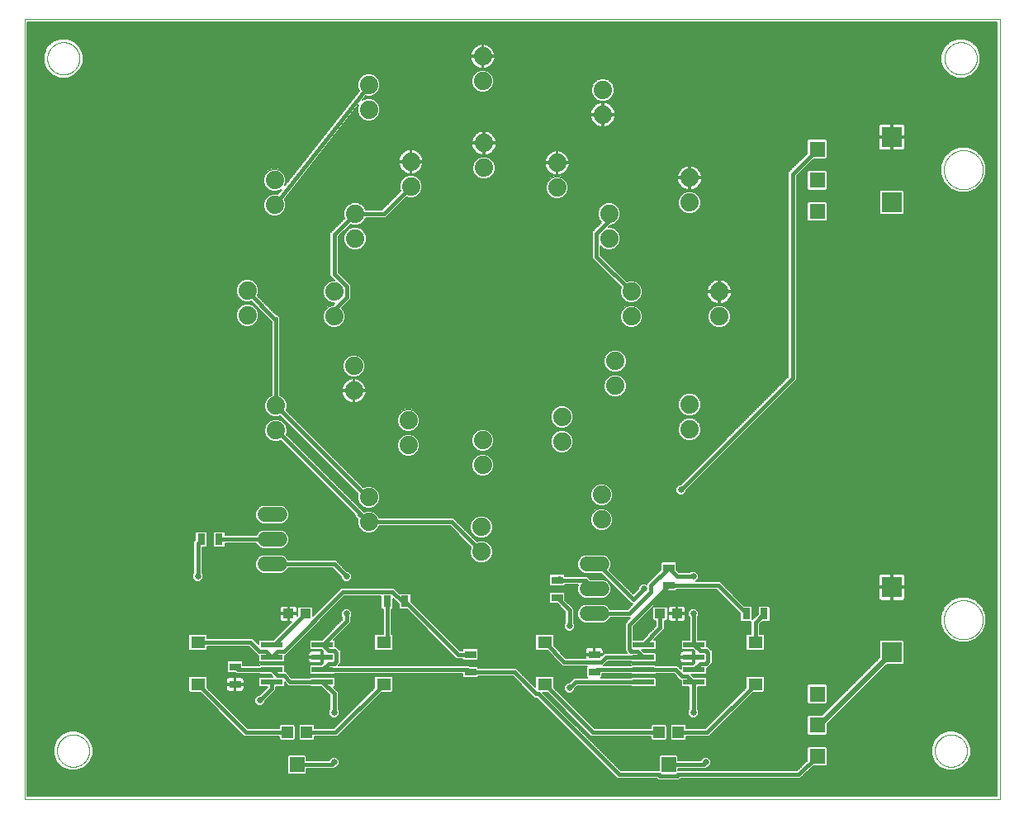
<source format=gbl>
G75*
%MOIN*%
%OFA0B0*%
%FSLAX25Y25*%
%IPPOS*%
%LPD*%
%AMOC8*
5,1,8,0,0,1.08239X$1,22.5*
%
%ADD10C,0.00000*%
%ADD11C,0.07400*%
%ADD12R,0.08661X0.02362*%
%ADD13R,0.08268X0.08268*%
%ADD14R,0.06300X0.06300*%
%ADD15R,0.04724X0.03150*%
%ADD16R,0.04331X0.03937*%
%ADD17R,0.05787X0.05000*%
%ADD18R,0.03150X0.04724*%
%ADD19R,0.04724X0.04724*%
%ADD20R,0.05906X0.06299*%
%ADD21C,0.06000*%
%ADD22C,0.01600*%
%ADD23C,0.02578*%
%ADD24C,0.00600*%
%ADD25C,0.02400*%
D10*
X0001300Y0022263D02*
X0001300Y0337223D01*
X0395001Y0337223D01*
X0395001Y0022263D01*
X0001300Y0022263D01*
X0014485Y0041948D02*
X0014487Y0042109D01*
X0014493Y0042269D01*
X0014503Y0042430D01*
X0014517Y0042590D01*
X0014535Y0042750D01*
X0014556Y0042909D01*
X0014582Y0043068D01*
X0014612Y0043226D01*
X0014645Y0043383D01*
X0014683Y0043540D01*
X0014724Y0043695D01*
X0014769Y0043849D01*
X0014818Y0044002D01*
X0014871Y0044154D01*
X0014927Y0044305D01*
X0014988Y0044454D01*
X0015051Y0044602D01*
X0015119Y0044748D01*
X0015190Y0044892D01*
X0015264Y0045034D01*
X0015342Y0045175D01*
X0015424Y0045313D01*
X0015509Y0045450D01*
X0015597Y0045584D01*
X0015689Y0045716D01*
X0015784Y0045846D01*
X0015882Y0045974D01*
X0015983Y0046099D01*
X0016087Y0046221D01*
X0016194Y0046341D01*
X0016304Y0046458D01*
X0016417Y0046573D01*
X0016533Y0046684D01*
X0016652Y0046793D01*
X0016773Y0046898D01*
X0016897Y0047001D01*
X0017023Y0047101D01*
X0017151Y0047197D01*
X0017282Y0047290D01*
X0017416Y0047380D01*
X0017551Y0047467D01*
X0017689Y0047550D01*
X0017828Y0047630D01*
X0017970Y0047706D01*
X0018113Y0047779D01*
X0018258Y0047848D01*
X0018405Y0047914D01*
X0018553Y0047976D01*
X0018703Y0048034D01*
X0018854Y0048089D01*
X0019007Y0048140D01*
X0019161Y0048187D01*
X0019316Y0048230D01*
X0019472Y0048269D01*
X0019628Y0048305D01*
X0019786Y0048336D01*
X0019944Y0048364D01*
X0020103Y0048388D01*
X0020263Y0048408D01*
X0020423Y0048424D01*
X0020583Y0048436D01*
X0020744Y0048444D01*
X0020905Y0048448D01*
X0021065Y0048448D01*
X0021226Y0048444D01*
X0021387Y0048436D01*
X0021547Y0048424D01*
X0021707Y0048408D01*
X0021867Y0048388D01*
X0022026Y0048364D01*
X0022184Y0048336D01*
X0022342Y0048305D01*
X0022498Y0048269D01*
X0022654Y0048230D01*
X0022809Y0048187D01*
X0022963Y0048140D01*
X0023116Y0048089D01*
X0023267Y0048034D01*
X0023417Y0047976D01*
X0023565Y0047914D01*
X0023712Y0047848D01*
X0023857Y0047779D01*
X0024000Y0047706D01*
X0024142Y0047630D01*
X0024281Y0047550D01*
X0024419Y0047467D01*
X0024554Y0047380D01*
X0024688Y0047290D01*
X0024819Y0047197D01*
X0024947Y0047101D01*
X0025073Y0047001D01*
X0025197Y0046898D01*
X0025318Y0046793D01*
X0025437Y0046684D01*
X0025553Y0046573D01*
X0025666Y0046458D01*
X0025776Y0046341D01*
X0025883Y0046221D01*
X0025987Y0046099D01*
X0026088Y0045974D01*
X0026186Y0045846D01*
X0026281Y0045716D01*
X0026373Y0045584D01*
X0026461Y0045450D01*
X0026546Y0045313D01*
X0026628Y0045175D01*
X0026706Y0045034D01*
X0026780Y0044892D01*
X0026851Y0044748D01*
X0026919Y0044602D01*
X0026982Y0044454D01*
X0027043Y0044305D01*
X0027099Y0044154D01*
X0027152Y0044002D01*
X0027201Y0043849D01*
X0027246Y0043695D01*
X0027287Y0043540D01*
X0027325Y0043383D01*
X0027358Y0043226D01*
X0027388Y0043068D01*
X0027414Y0042909D01*
X0027435Y0042750D01*
X0027453Y0042590D01*
X0027467Y0042430D01*
X0027477Y0042269D01*
X0027483Y0042109D01*
X0027485Y0041948D01*
X0027483Y0041787D01*
X0027477Y0041627D01*
X0027467Y0041466D01*
X0027453Y0041306D01*
X0027435Y0041146D01*
X0027414Y0040987D01*
X0027388Y0040828D01*
X0027358Y0040670D01*
X0027325Y0040513D01*
X0027287Y0040356D01*
X0027246Y0040201D01*
X0027201Y0040047D01*
X0027152Y0039894D01*
X0027099Y0039742D01*
X0027043Y0039591D01*
X0026982Y0039442D01*
X0026919Y0039294D01*
X0026851Y0039148D01*
X0026780Y0039004D01*
X0026706Y0038862D01*
X0026628Y0038721D01*
X0026546Y0038583D01*
X0026461Y0038446D01*
X0026373Y0038312D01*
X0026281Y0038180D01*
X0026186Y0038050D01*
X0026088Y0037922D01*
X0025987Y0037797D01*
X0025883Y0037675D01*
X0025776Y0037555D01*
X0025666Y0037438D01*
X0025553Y0037323D01*
X0025437Y0037212D01*
X0025318Y0037103D01*
X0025197Y0036998D01*
X0025073Y0036895D01*
X0024947Y0036795D01*
X0024819Y0036699D01*
X0024688Y0036606D01*
X0024554Y0036516D01*
X0024419Y0036429D01*
X0024281Y0036346D01*
X0024142Y0036266D01*
X0024000Y0036190D01*
X0023857Y0036117D01*
X0023712Y0036048D01*
X0023565Y0035982D01*
X0023417Y0035920D01*
X0023267Y0035862D01*
X0023116Y0035807D01*
X0022963Y0035756D01*
X0022809Y0035709D01*
X0022654Y0035666D01*
X0022498Y0035627D01*
X0022342Y0035591D01*
X0022184Y0035560D01*
X0022026Y0035532D01*
X0021867Y0035508D01*
X0021707Y0035488D01*
X0021547Y0035472D01*
X0021387Y0035460D01*
X0021226Y0035452D01*
X0021065Y0035448D01*
X0020905Y0035448D01*
X0020744Y0035452D01*
X0020583Y0035460D01*
X0020423Y0035472D01*
X0020263Y0035488D01*
X0020103Y0035508D01*
X0019944Y0035532D01*
X0019786Y0035560D01*
X0019628Y0035591D01*
X0019472Y0035627D01*
X0019316Y0035666D01*
X0019161Y0035709D01*
X0019007Y0035756D01*
X0018854Y0035807D01*
X0018703Y0035862D01*
X0018553Y0035920D01*
X0018405Y0035982D01*
X0018258Y0036048D01*
X0018113Y0036117D01*
X0017970Y0036190D01*
X0017828Y0036266D01*
X0017689Y0036346D01*
X0017551Y0036429D01*
X0017416Y0036516D01*
X0017282Y0036606D01*
X0017151Y0036699D01*
X0017023Y0036795D01*
X0016897Y0036895D01*
X0016773Y0036998D01*
X0016652Y0037103D01*
X0016533Y0037212D01*
X0016417Y0037323D01*
X0016304Y0037438D01*
X0016194Y0037555D01*
X0016087Y0037675D01*
X0015983Y0037797D01*
X0015882Y0037922D01*
X0015784Y0038050D01*
X0015689Y0038180D01*
X0015597Y0038312D01*
X0015509Y0038446D01*
X0015424Y0038583D01*
X0015342Y0038721D01*
X0015264Y0038862D01*
X0015190Y0039004D01*
X0015119Y0039148D01*
X0015051Y0039294D01*
X0014988Y0039442D01*
X0014927Y0039591D01*
X0014871Y0039742D01*
X0014818Y0039894D01*
X0014769Y0040047D01*
X0014724Y0040201D01*
X0014683Y0040356D01*
X0014645Y0040513D01*
X0014612Y0040670D01*
X0014582Y0040828D01*
X0014556Y0040987D01*
X0014535Y0041146D01*
X0014517Y0041306D01*
X0014503Y0041466D01*
X0014493Y0041627D01*
X0014487Y0041787D01*
X0014485Y0041948D01*
X0010548Y0321475D02*
X0010550Y0321636D01*
X0010556Y0321796D01*
X0010566Y0321957D01*
X0010580Y0322117D01*
X0010598Y0322277D01*
X0010619Y0322436D01*
X0010645Y0322595D01*
X0010675Y0322753D01*
X0010708Y0322910D01*
X0010746Y0323067D01*
X0010787Y0323222D01*
X0010832Y0323376D01*
X0010881Y0323529D01*
X0010934Y0323681D01*
X0010990Y0323832D01*
X0011051Y0323981D01*
X0011114Y0324129D01*
X0011182Y0324275D01*
X0011253Y0324419D01*
X0011327Y0324561D01*
X0011405Y0324702D01*
X0011487Y0324840D01*
X0011572Y0324977D01*
X0011660Y0325111D01*
X0011752Y0325243D01*
X0011847Y0325373D01*
X0011945Y0325501D01*
X0012046Y0325626D01*
X0012150Y0325748D01*
X0012257Y0325868D01*
X0012367Y0325985D01*
X0012480Y0326100D01*
X0012596Y0326211D01*
X0012715Y0326320D01*
X0012836Y0326425D01*
X0012960Y0326528D01*
X0013086Y0326628D01*
X0013214Y0326724D01*
X0013345Y0326817D01*
X0013479Y0326907D01*
X0013614Y0326994D01*
X0013752Y0327077D01*
X0013891Y0327157D01*
X0014033Y0327233D01*
X0014176Y0327306D01*
X0014321Y0327375D01*
X0014468Y0327441D01*
X0014616Y0327503D01*
X0014766Y0327561D01*
X0014917Y0327616D01*
X0015070Y0327667D01*
X0015224Y0327714D01*
X0015379Y0327757D01*
X0015535Y0327796D01*
X0015691Y0327832D01*
X0015849Y0327863D01*
X0016007Y0327891D01*
X0016166Y0327915D01*
X0016326Y0327935D01*
X0016486Y0327951D01*
X0016646Y0327963D01*
X0016807Y0327971D01*
X0016968Y0327975D01*
X0017128Y0327975D01*
X0017289Y0327971D01*
X0017450Y0327963D01*
X0017610Y0327951D01*
X0017770Y0327935D01*
X0017930Y0327915D01*
X0018089Y0327891D01*
X0018247Y0327863D01*
X0018405Y0327832D01*
X0018561Y0327796D01*
X0018717Y0327757D01*
X0018872Y0327714D01*
X0019026Y0327667D01*
X0019179Y0327616D01*
X0019330Y0327561D01*
X0019480Y0327503D01*
X0019628Y0327441D01*
X0019775Y0327375D01*
X0019920Y0327306D01*
X0020063Y0327233D01*
X0020205Y0327157D01*
X0020344Y0327077D01*
X0020482Y0326994D01*
X0020617Y0326907D01*
X0020751Y0326817D01*
X0020882Y0326724D01*
X0021010Y0326628D01*
X0021136Y0326528D01*
X0021260Y0326425D01*
X0021381Y0326320D01*
X0021500Y0326211D01*
X0021616Y0326100D01*
X0021729Y0325985D01*
X0021839Y0325868D01*
X0021946Y0325748D01*
X0022050Y0325626D01*
X0022151Y0325501D01*
X0022249Y0325373D01*
X0022344Y0325243D01*
X0022436Y0325111D01*
X0022524Y0324977D01*
X0022609Y0324840D01*
X0022691Y0324702D01*
X0022769Y0324561D01*
X0022843Y0324419D01*
X0022914Y0324275D01*
X0022982Y0324129D01*
X0023045Y0323981D01*
X0023106Y0323832D01*
X0023162Y0323681D01*
X0023215Y0323529D01*
X0023264Y0323376D01*
X0023309Y0323222D01*
X0023350Y0323067D01*
X0023388Y0322910D01*
X0023421Y0322753D01*
X0023451Y0322595D01*
X0023477Y0322436D01*
X0023498Y0322277D01*
X0023516Y0322117D01*
X0023530Y0321957D01*
X0023540Y0321796D01*
X0023546Y0321636D01*
X0023548Y0321475D01*
X0023546Y0321314D01*
X0023540Y0321154D01*
X0023530Y0320993D01*
X0023516Y0320833D01*
X0023498Y0320673D01*
X0023477Y0320514D01*
X0023451Y0320355D01*
X0023421Y0320197D01*
X0023388Y0320040D01*
X0023350Y0319883D01*
X0023309Y0319728D01*
X0023264Y0319574D01*
X0023215Y0319421D01*
X0023162Y0319269D01*
X0023106Y0319118D01*
X0023045Y0318969D01*
X0022982Y0318821D01*
X0022914Y0318675D01*
X0022843Y0318531D01*
X0022769Y0318389D01*
X0022691Y0318248D01*
X0022609Y0318110D01*
X0022524Y0317973D01*
X0022436Y0317839D01*
X0022344Y0317707D01*
X0022249Y0317577D01*
X0022151Y0317449D01*
X0022050Y0317324D01*
X0021946Y0317202D01*
X0021839Y0317082D01*
X0021729Y0316965D01*
X0021616Y0316850D01*
X0021500Y0316739D01*
X0021381Y0316630D01*
X0021260Y0316525D01*
X0021136Y0316422D01*
X0021010Y0316322D01*
X0020882Y0316226D01*
X0020751Y0316133D01*
X0020617Y0316043D01*
X0020482Y0315956D01*
X0020344Y0315873D01*
X0020205Y0315793D01*
X0020063Y0315717D01*
X0019920Y0315644D01*
X0019775Y0315575D01*
X0019628Y0315509D01*
X0019480Y0315447D01*
X0019330Y0315389D01*
X0019179Y0315334D01*
X0019026Y0315283D01*
X0018872Y0315236D01*
X0018717Y0315193D01*
X0018561Y0315154D01*
X0018405Y0315118D01*
X0018247Y0315087D01*
X0018089Y0315059D01*
X0017930Y0315035D01*
X0017770Y0315015D01*
X0017610Y0314999D01*
X0017450Y0314987D01*
X0017289Y0314979D01*
X0017128Y0314975D01*
X0016968Y0314975D01*
X0016807Y0314979D01*
X0016646Y0314987D01*
X0016486Y0314999D01*
X0016326Y0315015D01*
X0016166Y0315035D01*
X0016007Y0315059D01*
X0015849Y0315087D01*
X0015691Y0315118D01*
X0015535Y0315154D01*
X0015379Y0315193D01*
X0015224Y0315236D01*
X0015070Y0315283D01*
X0014917Y0315334D01*
X0014766Y0315389D01*
X0014616Y0315447D01*
X0014468Y0315509D01*
X0014321Y0315575D01*
X0014176Y0315644D01*
X0014033Y0315717D01*
X0013891Y0315793D01*
X0013752Y0315873D01*
X0013614Y0315956D01*
X0013479Y0316043D01*
X0013345Y0316133D01*
X0013214Y0316226D01*
X0013086Y0316322D01*
X0012960Y0316422D01*
X0012836Y0316525D01*
X0012715Y0316630D01*
X0012596Y0316739D01*
X0012480Y0316850D01*
X0012367Y0316965D01*
X0012257Y0317082D01*
X0012150Y0317202D01*
X0012046Y0317324D01*
X0011945Y0317449D01*
X0011847Y0317577D01*
X0011752Y0317707D01*
X0011660Y0317839D01*
X0011572Y0317973D01*
X0011487Y0318110D01*
X0011405Y0318248D01*
X0011327Y0318389D01*
X0011253Y0318531D01*
X0011182Y0318675D01*
X0011114Y0318821D01*
X0011051Y0318969D01*
X0010990Y0319118D01*
X0010934Y0319269D01*
X0010881Y0319421D01*
X0010832Y0319574D01*
X0010787Y0319728D01*
X0010746Y0319883D01*
X0010708Y0320040D01*
X0010675Y0320197D01*
X0010645Y0320355D01*
X0010619Y0320514D01*
X0010598Y0320673D01*
X0010580Y0320833D01*
X0010566Y0320993D01*
X0010556Y0321154D01*
X0010550Y0321314D01*
X0010548Y0321475D01*
X0368816Y0041948D02*
X0368818Y0042109D01*
X0368824Y0042269D01*
X0368834Y0042430D01*
X0368848Y0042590D01*
X0368866Y0042750D01*
X0368887Y0042909D01*
X0368913Y0043068D01*
X0368943Y0043226D01*
X0368976Y0043383D01*
X0369014Y0043540D01*
X0369055Y0043695D01*
X0369100Y0043849D01*
X0369149Y0044002D01*
X0369202Y0044154D01*
X0369258Y0044305D01*
X0369319Y0044454D01*
X0369382Y0044602D01*
X0369450Y0044748D01*
X0369521Y0044892D01*
X0369595Y0045034D01*
X0369673Y0045175D01*
X0369755Y0045313D01*
X0369840Y0045450D01*
X0369928Y0045584D01*
X0370020Y0045716D01*
X0370115Y0045846D01*
X0370213Y0045974D01*
X0370314Y0046099D01*
X0370418Y0046221D01*
X0370525Y0046341D01*
X0370635Y0046458D01*
X0370748Y0046573D01*
X0370864Y0046684D01*
X0370983Y0046793D01*
X0371104Y0046898D01*
X0371228Y0047001D01*
X0371354Y0047101D01*
X0371482Y0047197D01*
X0371613Y0047290D01*
X0371747Y0047380D01*
X0371882Y0047467D01*
X0372020Y0047550D01*
X0372159Y0047630D01*
X0372301Y0047706D01*
X0372444Y0047779D01*
X0372589Y0047848D01*
X0372736Y0047914D01*
X0372884Y0047976D01*
X0373034Y0048034D01*
X0373185Y0048089D01*
X0373338Y0048140D01*
X0373492Y0048187D01*
X0373647Y0048230D01*
X0373803Y0048269D01*
X0373959Y0048305D01*
X0374117Y0048336D01*
X0374275Y0048364D01*
X0374434Y0048388D01*
X0374594Y0048408D01*
X0374754Y0048424D01*
X0374914Y0048436D01*
X0375075Y0048444D01*
X0375236Y0048448D01*
X0375396Y0048448D01*
X0375557Y0048444D01*
X0375718Y0048436D01*
X0375878Y0048424D01*
X0376038Y0048408D01*
X0376198Y0048388D01*
X0376357Y0048364D01*
X0376515Y0048336D01*
X0376673Y0048305D01*
X0376829Y0048269D01*
X0376985Y0048230D01*
X0377140Y0048187D01*
X0377294Y0048140D01*
X0377447Y0048089D01*
X0377598Y0048034D01*
X0377748Y0047976D01*
X0377896Y0047914D01*
X0378043Y0047848D01*
X0378188Y0047779D01*
X0378331Y0047706D01*
X0378473Y0047630D01*
X0378612Y0047550D01*
X0378750Y0047467D01*
X0378885Y0047380D01*
X0379019Y0047290D01*
X0379150Y0047197D01*
X0379278Y0047101D01*
X0379404Y0047001D01*
X0379528Y0046898D01*
X0379649Y0046793D01*
X0379768Y0046684D01*
X0379884Y0046573D01*
X0379997Y0046458D01*
X0380107Y0046341D01*
X0380214Y0046221D01*
X0380318Y0046099D01*
X0380419Y0045974D01*
X0380517Y0045846D01*
X0380612Y0045716D01*
X0380704Y0045584D01*
X0380792Y0045450D01*
X0380877Y0045313D01*
X0380959Y0045175D01*
X0381037Y0045034D01*
X0381111Y0044892D01*
X0381182Y0044748D01*
X0381250Y0044602D01*
X0381313Y0044454D01*
X0381374Y0044305D01*
X0381430Y0044154D01*
X0381483Y0044002D01*
X0381532Y0043849D01*
X0381577Y0043695D01*
X0381618Y0043540D01*
X0381656Y0043383D01*
X0381689Y0043226D01*
X0381719Y0043068D01*
X0381745Y0042909D01*
X0381766Y0042750D01*
X0381784Y0042590D01*
X0381798Y0042430D01*
X0381808Y0042269D01*
X0381814Y0042109D01*
X0381816Y0041948D01*
X0381814Y0041787D01*
X0381808Y0041627D01*
X0381798Y0041466D01*
X0381784Y0041306D01*
X0381766Y0041146D01*
X0381745Y0040987D01*
X0381719Y0040828D01*
X0381689Y0040670D01*
X0381656Y0040513D01*
X0381618Y0040356D01*
X0381577Y0040201D01*
X0381532Y0040047D01*
X0381483Y0039894D01*
X0381430Y0039742D01*
X0381374Y0039591D01*
X0381313Y0039442D01*
X0381250Y0039294D01*
X0381182Y0039148D01*
X0381111Y0039004D01*
X0381037Y0038862D01*
X0380959Y0038721D01*
X0380877Y0038583D01*
X0380792Y0038446D01*
X0380704Y0038312D01*
X0380612Y0038180D01*
X0380517Y0038050D01*
X0380419Y0037922D01*
X0380318Y0037797D01*
X0380214Y0037675D01*
X0380107Y0037555D01*
X0379997Y0037438D01*
X0379884Y0037323D01*
X0379768Y0037212D01*
X0379649Y0037103D01*
X0379528Y0036998D01*
X0379404Y0036895D01*
X0379278Y0036795D01*
X0379150Y0036699D01*
X0379019Y0036606D01*
X0378885Y0036516D01*
X0378750Y0036429D01*
X0378612Y0036346D01*
X0378473Y0036266D01*
X0378331Y0036190D01*
X0378188Y0036117D01*
X0378043Y0036048D01*
X0377896Y0035982D01*
X0377748Y0035920D01*
X0377598Y0035862D01*
X0377447Y0035807D01*
X0377294Y0035756D01*
X0377140Y0035709D01*
X0376985Y0035666D01*
X0376829Y0035627D01*
X0376673Y0035591D01*
X0376515Y0035560D01*
X0376357Y0035532D01*
X0376198Y0035508D01*
X0376038Y0035488D01*
X0375878Y0035472D01*
X0375718Y0035460D01*
X0375557Y0035452D01*
X0375396Y0035448D01*
X0375236Y0035448D01*
X0375075Y0035452D01*
X0374914Y0035460D01*
X0374754Y0035472D01*
X0374594Y0035488D01*
X0374434Y0035508D01*
X0374275Y0035532D01*
X0374117Y0035560D01*
X0373959Y0035591D01*
X0373803Y0035627D01*
X0373647Y0035666D01*
X0373492Y0035709D01*
X0373338Y0035756D01*
X0373185Y0035807D01*
X0373034Y0035862D01*
X0372884Y0035920D01*
X0372736Y0035982D01*
X0372589Y0036048D01*
X0372444Y0036117D01*
X0372301Y0036190D01*
X0372159Y0036266D01*
X0372020Y0036346D01*
X0371882Y0036429D01*
X0371747Y0036516D01*
X0371613Y0036606D01*
X0371482Y0036699D01*
X0371354Y0036795D01*
X0371228Y0036895D01*
X0371104Y0036998D01*
X0370983Y0037103D01*
X0370864Y0037212D01*
X0370748Y0037323D01*
X0370635Y0037438D01*
X0370525Y0037555D01*
X0370418Y0037675D01*
X0370314Y0037797D01*
X0370213Y0037922D01*
X0370115Y0038050D01*
X0370020Y0038180D01*
X0369928Y0038312D01*
X0369840Y0038446D01*
X0369755Y0038583D01*
X0369673Y0038721D01*
X0369595Y0038862D01*
X0369521Y0039004D01*
X0369450Y0039148D01*
X0369382Y0039294D01*
X0369319Y0039442D01*
X0369258Y0039591D01*
X0369202Y0039742D01*
X0369149Y0039894D01*
X0369100Y0040047D01*
X0369055Y0040201D01*
X0369014Y0040356D01*
X0368976Y0040513D01*
X0368943Y0040670D01*
X0368913Y0040828D01*
X0368887Y0040987D01*
X0368866Y0041146D01*
X0368848Y0041306D01*
X0368834Y0041466D01*
X0368824Y0041627D01*
X0368818Y0041787D01*
X0368816Y0041948D01*
X0372442Y0094822D02*
X0372444Y0095015D01*
X0372451Y0095208D01*
X0372463Y0095401D01*
X0372480Y0095594D01*
X0372501Y0095786D01*
X0372527Y0095977D01*
X0372558Y0096168D01*
X0372593Y0096358D01*
X0372633Y0096547D01*
X0372678Y0096735D01*
X0372727Y0096922D01*
X0372781Y0097108D01*
X0372839Y0097292D01*
X0372902Y0097475D01*
X0372970Y0097656D01*
X0373041Y0097835D01*
X0373118Y0098013D01*
X0373198Y0098189D01*
X0373283Y0098362D01*
X0373372Y0098534D01*
X0373465Y0098703D01*
X0373562Y0098870D01*
X0373664Y0099035D01*
X0373769Y0099197D01*
X0373878Y0099356D01*
X0373992Y0099513D01*
X0374109Y0099666D01*
X0374229Y0099817D01*
X0374354Y0099965D01*
X0374482Y0100110D01*
X0374613Y0100251D01*
X0374748Y0100390D01*
X0374887Y0100525D01*
X0375028Y0100656D01*
X0375173Y0100784D01*
X0375321Y0100909D01*
X0375472Y0101029D01*
X0375625Y0101146D01*
X0375782Y0101260D01*
X0375941Y0101369D01*
X0376103Y0101474D01*
X0376268Y0101576D01*
X0376435Y0101673D01*
X0376604Y0101766D01*
X0376776Y0101855D01*
X0376949Y0101940D01*
X0377125Y0102020D01*
X0377303Y0102097D01*
X0377482Y0102168D01*
X0377663Y0102236D01*
X0377846Y0102299D01*
X0378030Y0102357D01*
X0378216Y0102411D01*
X0378403Y0102460D01*
X0378591Y0102505D01*
X0378780Y0102545D01*
X0378970Y0102580D01*
X0379161Y0102611D01*
X0379352Y0102637D01*
X0379544Y0102658D01*
X0379737Y0102675D01*
X0379930Y0102687D01*
X0380123Y0102694D01*
X0380316Y0102696D01*
X0380509Y0102694D01*
X0380702Y0102687D01*
X0380895Y0102675D01*
X0381088Y0102658D01*
X0381280Y0102637D01*
X0381471Y0102611D01*
X0381662Y0102580D01*
X0381852Y0102545D01*
X0382041Y0102505D01*
X0382229Y0102460D01*
X0382416Y0102411D01*
X0382602Y0102357D01*
X0382786Y0102299D01*
X0382969Y0102236D01*
X0383150Y0102168D01*
X0383329Y0102097D01*
X0383507Y0102020D01*
X0383683Y0101940D01*
X0383856Y0101855D01*
X0384028Y0101766D01*
X0384197Y0101673D01*
X0384364Y0101576D01*
X0384529Y0101474D01*
X0384691Y0101369D01*
X0384850Y0101260D01*
X0385007Y0101146D01*
X0385160Y0101029D01*
X0385311Y0100909D01*
X0385459Y0100784D01*
X0385604Y0100656D01*
X0385745Y0100525D01*
X0385884Y0100390D01*
X0386019Y0100251D01*
X0386150Y0100110D01*
X0386278Y0099965D01*
X0386403Y0099817D01*
X0386523Y0099666D01*
X0386640Y0099513D01*
X0386754Y0099356D01*
X0386863Y0099197D01*
X0386968Y0099035D01*
X0387070Y0098870D01*
X0387167Y0098703D01*
X0387260Y0098534D01*
X0387349Y0098362D01*
X0387434Y0098189D01*
X0387514Y0098013D01*
X0387591Y0097835D01*
X0387662Y0097656D01*
X0387730Y0097475D01*
X0387793Y0097292D01*
X0387851Y0097108D01*
X0387905Y0096922D01*
X0387954Y0096735D01*
X0387999Y0096547D01*
X0388039Y0096358D01*
X0388074Y0096168D01*
X0388105Y0095977D01*
X0388131Y0095786D01*
X0388152Y0095594D01*
X0388169Y0095401D01*
X0388181Y0095208D01*
X0388188Y0095015D01*
X0388190Y0094822D01*
X0388188Y0094629D01*
X0388181Y0094436D01*
X0388169Y0094243D01*
X0388152Y0094050D01*
X0388131Y0093858D01*
X0388105Y0093667D01*
X0388074Y0093476D01*
X0388039Y0093286D01*
X0387999Y0093097D01*
X0387954Y0092909D01*
X0387905Y0092722D01*
X0387851Y0092536D01*
X0387793Y0092352D01*
X0387730Y0092169D01*
X0387662Y0091988D01*
X0387591Y0091809D01*
X0387514Y0091631D01*
X0387434Y0091455D01*
X0387349Y0091282D01*
X0387260Y0091110D01*
X0387167Y0090941D01*
X0387070Y0090774D01*
X0386968Y0090609D01*
X0386863Y0090447D01*
X0386754Y0090288D01*
X0386640Y0090131D01*
X0386523Y0089978D01*
X0386403Y0089827D01*
X0386278Y0089679D01*
X0386150Y0089534D01*
X0386019Y0089393D01*
X0385884Y0089254D01*
X0385745Y0089119D01*
X0385604Y0088988D01*
X0385459Y0088860D01*
X0385311Y0088735D01*
X0385160Y0088615D01*
X0385007Y0088498D01*
X0384850Y0088384D01*
X0384691Y0088275D01*
X0384529Y0088170D01*
X0384364Y0088068D01*
X0384197Y0087971D01*
X0384028Y0087878D01*
X0383856Y0087789D01*
X0383683Y0087704D01*
X0383507Y0087624D01*
X0383329Y0087547D01*
X0383150Y0087476D01*
X0382969Y0087408D01*
X0382786Y0087345D01*
X0382602Y0087287D01*
X0382416Y0087233D01*
X0382229Y0087184D01*
X0382041Y0087139D01*
X0381852Y0087099D01*
X0381662Y0087064D01*
X0381471Y0087033D01*
X0381280Y0087007D01*
X0381088Y0086986D01*
X0380895Y0086969D01*
X0380702Y0086957D01*
X0380509Y0086950D01*
X0380316Y0086948D01*
X0380123Y0086950D01*
X0379930Y0086957D01*
X0379737Y0086969D01*
X0379544Y0086986D01*
X0379352Y0087007D01*
X0379161Y0087033D01*
X0378970Y0087064D01*
X0378780Y0087099D01*
X0378591Y0087139D01*
X0378403Y0087184D01*
X0378216Y0087233D01*
X0378030Y0087287D01*
X0377846Y0087345D01*
X0377663Y0087408D01*
X0377482Y0087476D01*
X0377303Y0087547D01*
X0377125Y0087624D01*
X0376949Y0087704D01*
X0376776Y0087789D01*
X0376604Y0087878D01*
X0376435Y0087971D01*
X0376268Y0088068D01*
X0376103Y0088170D01*
X0375941Y0088275D01*
X0375782Y0088384D01*
X0375625Y0088498D01*
X0375472Y0088615D01*
X0375321Y0088735D01*
X0375173Y0088860D01*
X0375028Y0088988D01*
X0374887Y0089119D01*
X0374748Y0089254D01*
X0374613Y0089393D01*
X0374482Y0089534D01*
X0374354Y0089679D01*
X0374229Y0089827D01*
X0374109Y0089978D01*
X0373992Y0090131D01*
X0373878Y0090288D01*
X0373769Y0090447D01*
X0373664Y0090609D01*
X0373562Y0090774D01*
X0373465Y0090941D01*
X0373372Y0091110D01*
X0373283Y0091282D01*
X0373198Y0091455D01*
X0373118Y0091631D01*
X0373041Y0091809D01*
X0372970Y0091988D01*
X0372902Y0092169D01*
X0372839Y0092352D01*
X0372781Y0092536D01*
X0372727Y0092722D01*
X0372678Y0092909D01*
X0372633Y0093097D01*
X0372593Y0093286D01*
X0372558Y0093476D01*
X0372527Y0093667D01*
X0372501Y0093858D01*
X0372480Y0094050D01*
X0372463Y0094243D01*
X0372451Y0094436D01*
X0372444Y0094629D01*
X0372442Y0094822D01*
X0372442Y0276514D02*
X0372444Y0276707D01*
X0372451Y0276900D01*
X0372463Y0277093D01*
X0372480Y0277286D01*
X0372501Y0277478D01*
X0372527Y0277669D01*
X0372558Y0277860D01*
X0372593Y0278050D01*
X0372633Y0278239D01*
X0372678Y0278427D01*
X0372727Y0278614D01*
X0372781Y0278800D01*
X0372839Y0278984D01*
X0372902Y0279167D01*
X0372970Y0279348D01*
X0373041Y0279527D01*
X0373118Y0279705D01*
X0373198Y0279881D01*
X0373283Y0280054D01*
X0373372Y0280226D01*
X0373465Y0280395D01*
X0373562Y0280562D01*
X0373664Y0280727D01*
X0373769Y0280889D01*
X0373878Y0281048D01*
X0373992Y0281205D01*
X0374109Y0281358D01*
X0374229Y0281509D01*
X0374354Y0281657D01*
X0374482Y0281802D01*
X0374613Y0281943D01*
X0374748Y0282082D01*
X0374887Y0282217D01*
X0375028Y0282348D01*
X0375173Y0282476D01*
X0375321Y0282601D01*
X0375472Y0282721D01*
X0375625Y0282838D01*
X0375782Y0282952D01*
X0375941Y0283061D01*
X0376103Y0283166D01*
X0376268Y0283268D01*
X0376435Y0283365D01*
X0376604Y0283458D01*
X0376776Y0283547D01*
X0376949Y0283632D01*
X0377125Y0283712D01*
X0377303Y0283789D01*
X0377482Y0283860D01*
X0377663Y0283928D01*
X0377846Y0283991D01*
X0378030Y0284049D01*
X0378216Y0284103D01*
X0378403Y0284152D01*
X0378591Y0284197D01*
X0378780Y0284237D01*
X0378970Y0284272D01*
X0379161Y0284303D01*
X0379352Y0284329D01*
X0379544Y0284350D01*
X0379737Y0284367D01*
X0379930Y0284379D01*
X0380123Y0284386D01*
X0380316Y0284388D01*
X0380509Y0284386D01*
X0380702Y0284379D01*
X0380895Y0284367D01*
X0381088Y0284350D01*
X0381280Y0284329D01*
X0381471Y0284303D01*
X0381662Y0284272D01*
X0381852Y0284237D01*
X0382041Y0284197D01*
X0382229Y0284152D01*
X0382416Y0284103D01*
X0382602Y0284049D01*
X0382786Y0283991D01*
X0382969Y0283928D01*
X0383150Y0283860D01*
X0383329Y0283789D01*
X0383507Y0283712D01*
X0383683Y0283632D01*
X0383856Y0283547D01*
X0384028Y0283458D01*
X0384197Y0283365D01*
X0384364Y0283268D01*
X0384529Y0283166D01*
X0384691Y0283061D01*
X0384850Y0282952D01*
X0385007Y0282838D01*
X0385160Y0282721D01*
X0385311Y0282601D01*
X0385459Y0282476D01*
X0385604Y0282348D01*
X0385745Y0282217D01*
X0385884Y0282082D01*
X0386019Y0281943D01*
X0386150Y0281802D01*
X0386278Y0281657D01*
X0386403Y0281509D01*
X0386523Y0281358D01*
X0386640Y0281205D01*
X0386754Y0281048D01*
X0386863Y0280889D01*
X0386968Y0280727D01*
X0387070Y0280562D01*
X0387167Y0280395D01*
X0387260Y0280226D01*
X0387349Y0280054D01*
X0387434Y0279881D01*
X0387514Y0279705D01*
X0387591Y0279527D01*
X0387662Y0279348D01*
X0387730Y0279167D01*
X0387793Y0278984D01*
X0387851Y0278800D01*
X0387905Y0278614D01*
X0387954Y0278427D01*
X0387999Y0278239D01*
X0388039Y0278050D01*
X0388074Y0277860D01*
X0388105Y0277669D01*
X0388131Y0277478D01*
X0388152Y0277286D01*
X0388169Y0277093D01*
X0388181Y0276900D01*
X0388188Y0276707D01*
X0388190Y0276514D01*
X0388188Y0276321D01*
X0388181Y0276128D01*
X0388169Y0275935D01*
X0388152Y0275742D01*
X0388131Y0275550D01*
X0388105Y0275359D01*
X0388074Y0275168D01*
X0388039Y0274978D01*
X0387999Y0274789D01*
X0387954Y0274601D01*
X0387905Y0274414D01*
X0387851Y0274228D01*
X0387793Y0274044D01*
X0387730Y0273861D01*
X0387662Y0273680D01*
X0387591Y0273501D01*
X0387514Y0273323D01*
X0387434Y0273147D01*
X0387349Y0272974D01*
X0387260Y0272802D01*
X0387167Y0272633D01*
X0387070Y0272466D01*
X0386968Y0272301D01*
X0386863Y0272139D01*
X0386754Y0271980D01*
X0386640Y0271823D01*
X0386523Y0271670D01*
X0386403Y0271519D01*
X0386278Y0271371D01*
X0386150Y0271226D01*
X0386019Y0271085D01*
X0385884Y0270946D01*
X0385745Y0270811D01*
X0385604Y0270680D01*
X0385459Y0270552D01*
X0385311Y0270427D01*
X0385160Y0270307D01*
X0385007Y0270190D01*
X0384850Y0270076D01*
X0384691Y0269967D01*
X0384529Y0269862D01*
X0384364Y0269760D01*
X0384197Y0269663D01*
X0384028Y0269570D01*
X0383856Y0269481D01*
X0383683Y0269396D01*
X0383507Y0269316D01*
X0383329Y0269239D01*
X0383150Y0269168D01*
X0382969Y0269100D01*
X0382786Y0269037D01*
X0382602Y0268979D01*
X0382416Y0268925D01*
X0382229Y0268876D01*
X0382041Y0268831D01*
X0381852Y0268791D01*
X0381662Y0268756D01*
X0381471Y0268725D01*
X0381280Y0268699D01*
X0381088Y0268678D01*
X0380895Y0268661D01*
X0380702Y0268649D01*
X0380509Y0268642D01*
X0380316Y0268640D01*
X0380123Y0268642D01*
X0379930Y0268649D01*
X0379737Y0268661D01*
X0379544Y0268678D01*
X0379352Y0268699D01*
X0379161Y0268725D01*
X0378970Y0268756D01*
X0378780Y0268791D01*
X0378591Y0268831D01*
X0378403Y0268876D01*
X0378216Y0268925D01*
X0378030Y0268979D01*
X0377846Y0269037D01*
X0377663Y0269100D01*
X0377482Y0269168D01*
X0377303Y0269239D01*
X0377125Y0269316D01*
X0376949Y0269396D01*
X0376776Y0269481D01*
X0376604Y0269570D01*
X0376435Y0269663D01*
X0376268Y0269760D01*
X0376103Y0269862D01*
X0375941Y0269967D01*
X0375782Y0270076D01*
X0375625Y0270190D01*
X0375472Y0270307D01*
X0375321Y0270427D01*
X0375173Y0270552D01*
X0375028Y0270680D01*
X0374887Y0270811D01*
X0374748Y0270946D01*
X0374613Y0271085D01*
X0374482Y0271226D01*
X0374354Y0271371D01*
X0374229Y0271519D01*
X0374109Y0271670D01*
X0373992Y0271823D01*
X0373878Y0271980D01*
X0373769Y0272139D01*
X0373664Y0272301D01*
X0373562Y0272466D01*
X0373465Y0272633D01*
X0373372Y0272802D01*
X0373283Y0272974D01*
X0373198Y0273147D01*
X0373118Y0273323D01*
X0373041Y0273501D01*
X0372970Y0273680D01*
X0372902Y0273861D01*
X0372839Y0274044D01*
X0372781Y0274228D01*
X0372727Y0274414D01*
X0372678Y0274601D01*
X0372633Y0274789D01*
X0372593Y0274978D01*
X0372558Y0275168D01*
X0372527Y0275359D01*
X0372501Y0275550D01*
X0372480Y0275742D01*
X0372463Y0275935D01*
X0372451Y0276128D01*
X0372444Y0276321D01*
X0372442Y0276514D01*
X0372753Y0321475D02*
X0372755Y0321636D01*
X0372761Y0321796D01*
X0372771Y0321957D01*
X0372785Y0322117D01*
X0372803Y0322277D01*
X0372824Y0322436D01*
X0372850Y0322595D01*
X0372880Y0322753D01*
X0372913Y0322910D01*
X0372951Y0323067D01*
X0372992Y0323222D01*
X0373037Y0323376D01*
X0373086Y0323529D01*
X0373139Y0323681D01*
X0373195Y0323832D01*
X0373256Y0323981D01*
X0373319Y0324129D01*
X0373387Y0324275D01*
X0373458Y0324419D01*
X0373532Y0324561D01*
X0373610Y0324702D01*
X0373692Y0324840D01*
X0373777Y0324977D01*
X0373865Y0325111D01*
X0373957Y0325243D01*
X0374052Y0325373D01*
X0374150Y0325501D01*
X0374251Y0325626D01*
X0374355Y0325748D01*
X0374462Y0325868D01*
X0374572Y0325985D01*
X0374685Y0326100D01*
X0374801Y0326211D01*
X0374920Y0326320D01*
X0375041Y0326425D01*
X0375165Y0326528D01*
X0375291Y0326628D01*
X0375419Y0326724D01*
X0375550Y0326817D01*
X0375684Y0326907D01*
X0375819Y0326994D01*
X0375957Y0327077D01*
X0376096Y0327157D01*
X0376238Y0327233D01*
X0376381Y0327306D01*
X0376526Y0327375D01*
X0376673Y0327441D01*
X0376821Y0327503D01*
X0376971Y0327561D01*
X0377122Y0327616D01*
X0377275Y0327667D01*
X0377429Y0327714D01*
X0377584Y0327757D01*
X0377740Y0327796D01*
X0377896Y0327832D01*
X0378054Y0327863D01*
X0378212Y0327891D01*
X0378371Y0327915D01*
X0378531Y0327935D01*
X0378691Y0327951D01*
X0378851Y0327963D01*
X0379012Y0327971D01*
X0379173Y0327975D01*
X0379333Y0327975D01*
X0379494Y0327971D01*
X0379655Y0327963D01*
X0379815Y0327951D01*
X0379975Y0327935D01*
X0380135Y0327915D01*
X0380294Y0327891D01*
X0380452Y0327863D01*
X0380610Y0327832D01*
X0380766Y0327796D01*
X0380922Y0327757D01*
X0381077Y0327714D01*
X0381231Y0327667D01*
X0381384Y0327616D01*
X0381535Y0327561D01*
X0381685Y0327503D01*
X0381833Y0327441D01*
X0381980Y0327375D01*
X0382125Y0327306D01*
X0382268Y0327233D01*
X0382410Y0327157D01*
X0382549Y0327077D01*
X0382687Y0326994D01*
X0382822Y0326907D01*
X0382956Y0326817D01*
X0383087Y0326724D01*
X0383215Y0326628D01*
X0383341Y0326528D01*
X0383465Y0326425D01*
X0383586Y0326320D01*
X0383705Y0326211D01*
X0383821Y0326100D01*
X0383934Y0325985D01*
X0384044Y0325868D01*
X0384151Y0325748D01*
X0384255Y0325626D01*
X0384356Y0325501D01*
X0384454Y0325373D01*
X0384549Y0325243D01*
X0384641Y0325111D01*
X0384729Y0324977D01*
X0384814Y0324840D01*
X0384896Y0324702D01*
X0384974Y0324561D01*
X0385048Y0324419D01*
X0385119Y0324275D01*
X0385187Y0324129D01*
X0385250Y0323981D01*
X0385311Y0323832D01*
X0385367Y0323681D01*
X0385420Y0323529D01*
X0385469Y0323376D01*
X0385514Y0323222D01*
X0385555Y0323067D01*
X0385593Y0322910D01*
X0385626Y0322753D01*
X0385656Y0322595D01*
X0385682Y0322436D01*
X0385703Y0322277D01*
X0385721Y0322117D01*
X0385735Y0321957D01*
X0385745Y0321796D01*
X0385751Y0321636D01*
X0385753Y0321475D01*
X0385751Y0321314D01*
X0385745Y0321154D01*
X0385735Y0320993D01*
X0385721Y0320833D01*
X0385703Y0320673D01*
X0385682Y0320514D01*
X0385656Y0320355D01*
X0385626Y0320197D01*
X0385593Y0320040D01*
X0385555Y0319883D01*
X0385514Y0319728D01*
X0385469Y0319574D01*
X0385420Y0319421D01*
X0385367Y0319269D01*
X0385311Y0319118D01*
X0385250Y0318969D01*
X0385187Y0318821D01*
X0385119Y0318675D01*
X0385048Y0318531D01*
X0384974Y0318389D01*
X0384896Y0318248D01*
X0384814Y0318110D01*
X0384729Y0317973D01*
X0384641Y0317839D01*
X0384549Y0317707D01*
X0384454Y0317577D01*
X0384356Y0317449D01*
X0384255Y0317324D01*
X0384151Y0317202D01*
X0384044Y0317082D01*
X0383934Y0316965D01*
X0383821Y0316850D01*
X0383705Y0316739D01*
X0383586Y0316630D01*
X0383465Y0316525D01*
X0383341Y0316422D01*
X0383215Y0316322D01*
X0383087Y0316226D01*
X0382956Y0316133D01*
X0382822Y0316043D01*
X0382687Y0315956D01*
X0382549Y0315873D01*
X0382410Y0315793D01*
X0382268Y0315717D01*
X0382125Y0315644D01*
X0381980Y0315575D01*
X0381833Y0315509D01*
X0381685Y0315447D01*
X0381535Y0315389D01*
X0381384Y0315334D01*
X0381231Y0315283D01*
X0381077Y0315236D01*
X0380922Y0315193D01*
X0380766Y0315154D01*
X0380610Y0315118D01*
X0380452Y0315087D01*
X0380294Y0315059D01*
X0380135Y0315035D01*
X0379975Y0315015D01*
X0379815Y0314999D01*
X0379655Y0314987D01*
X0379494Y0314979D01*
X0379333Y0314975D01*
X0379173Y0314975D01*
X0379012Y0314979D01*
X0378851Y0314987D01*
X0378691Y0314999D01*
X0378531Y0315015D01*
X0378371Y0315035D01*
X0378212Y0315059D01*
X0378054Y0315087D01*
X0377896Y0315118D01*
X0377740Y0315154D01*
X0377584Y0315193D01*
X0377429Y0315236D01*
X0377275Y0315283D01*
X0377122Y0315334D01*
X0376971Y0315389D01*
X0376821Y0315447D01*
X0376673Y0315509D01*
X0376526Y0315575D01*
X0376381Y0315644D01*
X0376238Y0315717D01*
X0376096Y0315793D01*
X0375957Y0315873D01*
X0375819Y0315956D01*
X0375684Y0316043D01*
X0375550Y0316133D01*
X0375419Y0316226D01*
X0375291Y0316322D01*
X0375165Y0316422D01*
X0375041Y0316525D01*
X0374920Y0316630D01*
X0374801Y0316739D01*
X0374685Y0316850D01*
X0374572Y0316965D01*
X0374462Y0317082D01*
X0374355Y0317202D01*
X0374251Y0317324D01*
X0374150Y0317449D01*
X0374052Y0317577D01*
X0373957Y0317707D01*
X0373865Y0317839D01*
X0373777Y0317973D01*
X0373692Y0318110D01*
X0373610Y0318248D01*
X0373532Y0318389D01*
X0373458Y0318531D01*
X0373387Y0318675D01*
X0373319Y0318821D01*
X0373256Y0318969D01*
X0373195Y0319118D01*
X0373139Y0319269D01*
X0373086Y0319421D01*
X0373037Y0319574D01*
X0372992Y0319728D01*
X0372951Y0319883D01*
X0372913Y0320040D01*
X0372880Y0320197D01*
X0372850Y0320355D01*
X0372824Y0320514D01*
X0372803Y0320673D01*
X0372785Y0320833D01*
X0372771Y0320993D01*
X0372761Y0321154D01*
X0372755Y0321314D01*
X0372753Y0321475D01*
D11*
X0269800Y0273263D03*
X0269800Y0263263D03*
X0237300Y0258763D03*
X0237300Y0248763D03*
X0216300Y0269263D03*
X0216300Y0279263D03*
X0234800Y0298763D03*
X0234800Y0308763D03*
X0186300Y0312263D03*
X0186300Y0322263D03*
X0186800Y0287263D03*
X0186800Y0277263D03*
X0157300Y0279763D03*
X0157300Y0269763D03*
X0134800Y0258763D03*
X0134800Y0248763D03*
X0126300Y0227263D03*
X0126300Y0217263D03*
X0134300Y0197263D03*
X0134300Y0187263D03*
X0156300Y0175263D03*
X0156300Y0165263D03*
X0140300Y0144263D03*
X0140300Y0134263D03*
X0185800Y0132263D03*
X0185800Y0122263D03*
X0186300Y0157263D03*
X0186300Y0167263D03*
X0218300Y0166763D03*
X0218300Y0176763D03*
X0239800Y0189263D03*
X0239800Y0199263D03*
X0246300Y0217263D03*
X0246300Y0227263D03*
X0281800Y0227263D03*
X0281800Y0217263D03*
X0269800Y0181763D03*
X0269800Y0171763D03*
X0234300Y0145263D03*
X0234300Y0135263D03*
X0102800Y0171263D03*
X0102800Y0181263D03*
X0091300Y0217763D03*
X0091300Y0227763D03*
X0102300Y0262263D03*
X0102300Y0272263D03*
X0140300Y0300763D03*
X0140300Y0310763D03*
D12*
X0121536Y0084763D03*
X0121536Y0079763D03*
X0121536Y0074763D03*
X0121536Y0069763D03*
X0101064Y0069763D03*
X0101064Y0074763D03*
X0101064Y0079763D03*
X0101064Y0084763D03*
X0251064Y0084763D03*
X0251064Y0079763D03*
X0251064Y0074763D03*
X0251064Y0069763D03*
X0271536Y0069763D03*
X0271536Y0074763D03*
X0271536Y0079763D03*
X0271536Y0084763D03*
D13*
X0351418Y0081672D03*
X0351418Y0107971D03*
X0351418Y0263365D03*
X0351418Y0289664D03*
D14*
X0321300Y0284863D03*
X0321300Y0272263D03*
X0321300Y0259663D03*
X0321300Y0064863D03*
X0321300Y0052263D03*
X0321300Y0039663D03*
D15*
X0261300Y0108719D03*
X0261300Y0115806D03*
X0231300Y0080806D03*
X0231300Y0073719D03*
X0216300Y0103719D03*
X0216300Y0110806D03*
X0181300Y0080806D03*
X0181300Y0073719D03*
X0086300Y0075806D03*
X0086300Y0068719D03*
D16*
X0107954Y0097263D03*
X0114646Y0097263D03*
X0257954Y0097263D03*
X0264646Y0097263D03*
D17*
X0296300Y0085727D03*
X0296300Y0068798D03*
X0211300Y0068798D03*
X0211300Y0085727D03*
X0146300Y0085727D03*
X0146300Y0068798D03*
X0071300Y0068798D03*
X0071300Y0085727D03*
D18*
X0072757Y0127263D03*
X0079843Y0127263D03*
X0147757Y0102263D03*
X0154843Y0102263D03*
X0292757Y0097263D03*
X0299843Y0097263D03*
D19*
X0265237Y0049448D03*
X0257363Y0049448D03*
X0115237Y0049448D03*
X0107363Y0049448D03*
D20*
X0111300Y0036357D03*
X0261300Y0036357D03*
D21*
X0234300Y0097263D02*
X0228300Y0097263D01*
X0228300Y0107263D02*
X0234300Y0107263D01*
X0234300Y0117263D02*
X0228300Y0117263D01*
X0104300Y0117263D02*
X0098300Y0117263D01*
X0098300Y0127263D02*
X0104300Y0127263D01*
X0104300Y0137263D02*
X0098300Y0137263D01*
D22*
X0101300Y0127263D02*
X0079843Y0127263D01*
X0072757Y0127263D02*
X0071300Y0125806D01*
X0071300Y0112263D01*
X0101300Y0117263D02*
X0126300Y0117263D01*
X0131300Y0112263D01*
X0129818Y0106025D02*
X0105974Y0082181D01*
X0103483Y0082181D01*
X0101064Y0079763D01*
X0098645Y0082181D01*
X0096153Y0082181D01*
X0092608Y0085727D01*
X0071300Y0085727D01*
X0086300Y0075806D02*
X0087343Y0074763D01*
X0101064Y0074763D01*
X0103483Y0072344D01*
X0105974Y0072344D01*
X0108555Y0069763D01*
X0121536Y0069763D01*
X0126300Y0064999D01*
X0126300Y0057263D01*
X0126950Y0049448D02*
X0146300Y0068798D01*
X0146300Y0085727D02*
X0147757Y0087184D01*
X0147757Y0102263D01*
X0149911Y0106025D02*
X0129818Y0106025D01*
X0131300Y0097263D02*
X0131300Y0094259D01*
X0121670Y0084629D01*
X0121536Y0084763D01*
X0121670Y0084629D02*
X0123955Y0082344D01*
X0126447Y0082344D01*
X0127267Y0081524D01*
X0127267Y0078002D01*
X0126447Y0077181D01*
X0123955Y0077181D01*
X0121536Y0074763D01*
X0180257Y0074763D01*
X0181300Y0073719D01*
X0199005Y0073719D01*
X0207826Y0064898D01*
X0208665Y0064898D01*
X0241300Y0032263D01*
X0257312Y0032263D01*
X0257767Y0031807D01*
X0264833Y0031807D01*
X0265288Y0032263D01*
X0313900Y0032263D01*
X0321300Y0039663D01*
X0296300Y0068798D02*
X0276950Y0049448D01*
X0265237Y0049448D01*
X0257363Y0049448D02*
X0230650Y0049448D01*
X0211300Y0068798D01*
X0221300Y0067263D02*
X0223800Y0069763D01*
X0251064Y0069763D01*
X0251064Y0074763D02*
X0264045Y0074763D01*
X0266626Y0072181D01*
X0268645Y0072181D01*
X0271300Y0069526D01*
X0271536Y0069763D01*
X0271300Y0069526D02*
X0271300Y0057263D01*
X0271536Y0074763D02*
X0273955Y0077181D01*
X0276447Y0077181D01*
X0277267Y0078002D01*
X0277267Y0081524D01*
X0276447Y0082344D01*
X0273955Y0082344D01*
X0271536Y0084763D01*
X0271536Y0097026D01*
X0271300Y0097263D01*
X0257954Y0097263D02*
X0257954Y0091652D01*
X0251064Y0084763D01*
X0248645Y0082181D02*
X0246153Y0082181D01*
X0245333Y0083002D01*
X0245333Y0092752D01*
X0261300Y0108719D01*
X0281300Y0108719D01*
X0292757Y0097263D01*
X0296300Y0093719D02*
X0299843Y0097263D01*
X0296300Y0093719D02*
X0296300Y0085727D01*
X0271300Y0112263D02*
X0264843Y0112263D01*
X0261300Y0115806D01*
X0254189Y0108695D01*
X0254189Y0106066D01*
X0245386Y0097263D01*
X0231300Y0097263D01*
X0221300Y0098719D02*
X0221300Y0092263D01*
X0221300Y0098719D02*
X0216300Y0103719D01*
X0216300Y0110806D02*
X0227757Y0110806D01*
X0231300Y0107263D01*
X0231300Y0117263D02*
X0232639Y0117263D01*
X0246969Y0102932D01*
X0251300Y0107263D01*
X0248645Y0082181D02*
X0251064Y0079763D01*
X0236174Y0079763D01*
X0234242Y0077831D01*
X0219196Y0077831D01*
X0211300Y0085727D01*
X0231300Y0073719D02*
X0232343Y0074763D01*
X0251064Y0074763D01*
X0261300Y0036357D02*
X0275394Y0036357D01*
X0276300Y0037263D01*
X0216300Y0110806D02*
X0217087Y0111593D01*
X0185800Y0122263D02*
X0173800Y0134263D01*
X0140300Y0134263D01*
X0139443Y0134905D01*
X0103086Y0171263D01*
X0102800Y0171263D01*
X0102800Y0181263D02*
X0102800Y0215741D01*
X0091300Y0227241D01*
X0091300Y0227763D01*
X0102800Y0216263D02*
X0102800Y0215741D01*
X0126300Y0217263D02*
X0126300Y0220050D01*
X0131400Y0225150D01*
X0131400Y0229375D01*
X0126300Y0234475D01*
X0126300Y0250263D01*
X0134800Y0258763D01*
X0146300Y0258763D01*
X0157300Y0269763D01*
X0140300Y0310763D02*
X0102300Y0262263D01*
X0102800Y0181263D02*
X0139800Y0144263D01*
X0140300Y0144263D01*
X0136300Y0137263D02*
X0139443Y0134905D01*
X0149911Y0106025D02*
X0153674Y0102263D01*
X0154843Y0102263D01*
X0176300Y0080806D01*
X0181300Y0080806D01*
X0126950Y0049448D02*
X0115237Y0049448D01*
X0107363Y0049448D02*
X0090650Y0049448D01*
X0071300Y0068798D01*
X0096300Y0062263D02*
X0101064Y0067026D01*
X0101064Y0069763D01*
X0101064Y0084763D02*
X0102146Y0084763D01*
X0114646Y0097263D01*
X0111300Y0036357D02*
X0125394Y0036357D01*
X0126300Y0037263D01*
X0266300Y0147263D02*
X0311300Y0192263D01*
X0311300Y0274863D01*
X0321300Y0284863D01*
X0246300Y0227263D02*
X0232200Y0241363D01*
X0232200Y0250875D01*
X0237300Y0255975D01*
X0237300Y0258763D01*
D23*
X0266300Y0147263D03*
X0271300Y0112263D03*
X0271300Y0097263D03*
X0251300Y0107263D03*
X0221300Y0092263D03*
X0221300Y0067263D03*
X0271300Y0057263D03*
X0276300Y0037263D03*
X0131300Y0097263D03*
X0131300Y0112263D03*
X0096300Y0062263D03*
X0126300Y0057263D03*
X0126300Y0037263D03*
X0071300Y0112263D03*
D24*
X0072975Y0110842D02*
X0129625Y0110842D01*
X0129111Y0111356D02*
X0130393Y0110074D01*
X0132207Y0110074D01*
X0133489Y0111356D01*
X0133489Y0113169D01*
X0132207Y0114451D01*
X0131515Y0114451D01*
X0127004Y0118963D01*
X0107817Y0118963D01*
X0107606Y0119472D01*
X0106509Y0120569D01*
X0105076Y0121163D01*
X0097524Y0121163D01*
X0096091Y0120569D01*
X0094994Y0119472D01*
X0094400Y0118038D01*
X0094400Y0116487D01*
X0094994Y0115053D01*
X0096091Y0113956D01*
X0097524Y0113363D01*
X0105076Y0113363D01*
X0106509Y0113956D01*
X0107606Y0115053D01*
X0107817Y0115563D01*
X0125596Y0115563D01*
X0129111Y0112047D01*
X0129111Y0111356D01*
X0129111Y0111441D02*
X0073489Y0111441D01*
X0073489Y0111356D02*
X0072207Y0110074D01*
X0070393Y0110074D01*
X0069111Y0111356D01*
X0069111Y0113169D01*
X0069600Y0113658D01*
X0069600Y0126510D01*
X0070282Y0127192D01*
X0070282Y0129998D01*
X0070809Y0130525D01*
X0074704Y0130525D01*
X0075231Y0129998D01*
X0075231Y0124528D01*
X0074704Y0124000D01*
X0073000Y0124000D01*
X0073000Y0113658D01*
X0073489Y0113169D01*
X0073489Y0111356D01*
X0073489Y0112039D02*
X0129111Y0112039D01*
X0128521Y0112638D02*
X0073489Y0112638D01*
X0073422Y0113236D02*
X0127922Y0113236D01*
X0127324Y0113835D02*
X0106216Y0113835D01*
X0106986Y0114433D02*
X0126725Y0114433D01*
X0126127Y0115032D02*
X0107585Y0115032D01*
X0107710Y0119221D02*
X0182336Y0119221D01*
X0181900Y0119657D02*
X0183194Y0118363D01*
X0184885Y0117663D01*
X0186715Y0117663D01*
X0188406Y0118363D01*
X0189700Y0119657D01*
X0190400Y0121348D01*
X0190400Y0123178D01*
X0189700Y0124868D01*
X0188406Y0126162D01*
X0186715Y0126863D01*
X0184885Y0126863D01*
X0183979Y0126487D01*
X0174504Y0135963D01*
X0144575Y0135963D01*
X0144200Y0136868D01*
X0142906Y0138162D01*
X0141215Y0138863D01*
X0139385Y0138863D01*
X0138328Y0138425D01*
X0107109Y0169644D01*
X0107400Y0170348D01*
X0107400Y0172178D01*
X0106700Y0173868D01*
X0105406Y0175162D01*
X0103715Y0175863D01*
X0101885Y0175863D01*
X0100194Y0175162D01*
X0098900Y0173868D01*
X0098200Y0172178D01*
X0098200Y0170348D01*
X0098900Y0168657D01*
X0100194Y0167363D01*
X0101885Y0166663D01*
X0103715Y0166663D01*
X0104823Y0167121D01*
X0134566Y0137378D01*
X0134717Y0136325D01*
X0135830Y0135490D01*
X0135700Y0135178D01*
X0135700Y0133348D01*
X0136400Y0131657D01*
X0137694Y0130363D01*
X0139385Y0129663D01*
X0141215Y0129663D01*
X0142906Y0130363D01*
X0144200Y0131657D01*
X0144575Y0132563D01*
X0173096Y0132563D01*
X0181575Y0124083D01*
X0181200Y0123178D01*
X0181200Y0121348D01*
X0181900Y0119657D01*
X0181833Y0119820D02*
X0107258Y0119820D01*
X0106660Y0120418D02*
X0181585Y0120418D01*
X0181337Y0121017D02*
X0105427Y0121017D01*
X0105076Y0123363D02*
X0106509Y0123956D01*
X0107606Y0125053D01*
X0108200Y0126487D01*
X0108200Y0128038D01*
X0107606Y0129472D01*
X0106509Y0130569D01*
X0105076Y0131163D01*
X0097524Y0131163D01*
X0096091Y0130569D01*
X0094994Y0129472D01*
X0094783Y0128963D01*
X0082318Y0128963D01*
X0082318Y0129998D01*
X0081791Y0130525D01*
X0077896Y0130525D01*
X0077369Y0129998D01*
X0077369Y0124528D01*
X0077896Y0124000D01*
X0081791Y0124000D01*
X0082318Y0124528D01*
X0082318Y0125563D01*
X0094783Y0125563D01*
X0094994Y0125053D01*
X0096091Y0123956D01*
X0097524Y0123363D01*
X0105076Y0123363D01*
X0105193Y0123411D02*
X0181297Y0123411D01*
X0181200Y0122812D02*
X0073000Y0122812D01*
X0073000Y0122214D02*
X0181200Y0122214D01*
X0181200Y0121615D02*
X0073000Y0121615D01*
X0073000Y0121017D02*
X0097173Y0121017D01*
X0095940Y0120418D02*
X0073000Y0120418D01*
X0073000Y0119820D02*
X0095342Y0119820D01*
X0094890Y0119221D02*
X0073000Y0119221D01*
X0073000Y0118623D02*
X0094642Y0118623D01*
X0094400Y0118024D02*
X0073000Y0118024D01*
X0073000Y0117426D02*
X0094400Y0117426D01*
X0094400Y0116827D02*
X0073000Y0116827D01*
X0073000Y0116229D02*
X0094507Y0116229D01*
X0094755Y0115630D02*
X0073000Y0115630D01*
X0073000Y0115032D02*
X0095015Y0115032D01*
X0095614Y0114433D02*
X0073000Y0114433D01*
X0073000Y0113835D02*
X0096384Y0113835D01*
X0097407Y0123411D02*
X0073000Y0123411D01*
X0074713Y0124009D02*
X0077887Y0124009D01*
X0077369Y0124608D02*
X0075231Y0124608D01*
X0075231Y0125206D02*
X0077369Y0125206D01*
X0077369Y0125805D02*
X0075231Y0125805D01*
X0075231Y0126403D02*
X0077369Y0126403D01*
X0077369Y0127002D02*
X0075231Y0127002D01*
X0075231Y0127601D02*
X0077369Y0127601D01*
X0077369Y0128199D02*
X0075231Y0128199D01*
X0075231Y0128798D02*
X0077369Y0128798D01*
X0077369Y0129396D02*
X0075231Y0129396D01*
X0075231Y0129995D02*
X0077369Y0129995D01*
X0082318Y0129995D02*
X0095517Y0129995D01*
X0094962Y0129396D02*
X0082318Y0129396D01*
X0082318Y0125206D02*
X0094930Y0125206D01*
X0095439Y0124608D02*
X0082318Y0124608D01*
X0081800Y0124009D02*
X0096038Y0124009D01*
X0096149Y0130593D02*
X0002600Y0130593D01*
X0002600Y0129995D02*
X0070282Y0129995D01*
X0070282Y0129396D02*
X0002600Y0129396D01*
X0002600Y0128798D02*
X0070282Y0128798D01*
X0070282Y0128199D02*
X0002600Y0128199D01*
X0002600Y0127601D02*
X0070282Y0127601D01*
X0070092Y0127002D02*
X0002600Y0127002D01*
X0002600Y0126403D02*
X0069600Y0126403D01*
X0069600Y0125805D02*
X0002600Y0125805D01*
X0002600Y0125206D02*
X0069600Y0125206D01*
X0069600Y0124608D02*
X0002600Y0124608D01*
X0002600Y0124009D02*
X0069600Y0124009D01*
X0069600Y0123411D02*
X0002600Y0123411D01*
X0002600Y0122812D02*
X0069600Y0122812D01*
X0069600Y0122214D02*
X0002600Y0122214D01*
X0002600Y0121615D02*
X0069600Y0121615D01*
X0069600Y0121017D02*
X0002600Y0121017D01*
X0002600Y0120418D02*
X0069600Y0120418D01*
X0069600Y0119820D02*
X0002600Y0119820D01*
X0002600Y0119221D02*
X0069600Y0119221D01*
X0069600Y0118623D02*
X0002600Y0118623D01*
X0002600Y0118024D02*
X0069600Y0118024D01*
X0069600Y0117426D02*
X0002600Y0117426D01*
X0002600Y0116827D02*
X0069600Y0116827D01*
X0069600Y0116229D02*
X0002600Y0116229D01*
X0002600Y0115630D02*
X0069600Y0115630D01*
X0069600Y0115032D02*
X0002600Y0115032D01*
X0002600Y0114433D02*
X0069600Y0114433D01*
X0069600Y0113835D02*
X0002600Y0113835D01*
X0002600Y0113236D02*
X0069178Y0113236D01*
X0069111Y0112638D02*
X0002600Y0112638D01*
X0002600Y0112039D02*
X0069111Y0112039D01*
X0069111Y0111441D02*
X0002600Y0111441D01*
X0002600Y0110842D02*
X0069625Y0110842D01*
X0070223Y0110244D02*
X0002600Y0110244D01*
X0002600Y0109645D02*
X0213038Y0109645D01*
X0213038Y0109047D02*
X0002600Y0109047D01*
X0002600Y0108448D02*
X0213448Y0108448D01*
X0213565Y0108331D02*
X0213038Y0108858D01*
X0213038Y0112753D01*
X0213565Y0113281D01*
X0216371Y0113281D01*
X0216383Y0113293D01*
X0217792Y0113293D01*
X0217804Y0113281D01*
X0219035Y0113281D01*
X0219562Y0112753D01*
X0219562Y0112506D01*
X0228461Y0112506D01*
X0229804Y0111163D01*
X0235076Y0111163D01*
X0236509Y0110569D01*
X0237606Y0109472D01*
X0238200Y0108038D01*
X0238200Y0106487D01*
X0237606Y0105053D01*
X0236509Y0103956D01*
X0235076Y0103363D01*
X0227524Y0103363D01*
X0226091Y0103956D01*
X0224994Y0105053D01*
X0224400Y0106487D01*
X0224400Y0108038D01*
X0224842Y0109106D01*
X0219562Y0109106D01*
X0219562Y0108858D01*
X0219035Y0108331D01*
X0213565Y0108331D01*
X0213038Y0110244D02*
X0132377Y0110244D01*
X0132975Y0110842D02*
X0213038Y0110842D01*
X0213038Y0111441D02*
X0133489Y0111441D01*
X0133489Y0112039D02*
X0213038Y0112039D01*
X0213038Y0112638D02*
X0133489Y0112638D01*
X0133422Y0113236D02*
X0213521Y0113236D01*
X0219079Y0113236D02*
X0234261Y0113236D01*
X0234134Y0113363D02*
X0246265Y0101232D01*
X0246951Y0101232D01*
X0244681Y0098963D01*
X0237817Y0098963D01*
X0237606Y0099472D01*
X0236509Y0100569D01*
X0235076Y0101163D01*
X0227524Y0101163D01*
X0226091Y0100569D01*
X0224994Y0099472D01*
X0224400Y0098038D01*
X0224400Y0096487D01*
X0224994Y0095053D01*
X0226091Y0093956D01*
X0227524Y0093363D01*
X0235076Y0093363D01*
X0236509Y0093956D01*
X0237606Y0095053D01*
X0237817Y0095563D01*
X0245739Y0095563D01*
X0243633Y0093456D01*
X0243633Y0082297D01*
X0244468Y0081463D01*
X0235469Y0081463D01*
X0234513Y0080506D01*
X0231600Y0080506D01*
X0231600Y0081106D01*
X0231000Y0081106D01*
X0231000Y0083681D01*
X0228767Y0083681D01*
X0228436Y0083592D01*
X0228140Y0083421D01*
X0227898Y0083179D01*
X0227726Y0082882D01*
X0227638Y0082552D01*
X0227638Y0081106D01*
X0231000Y0081106D01*
X0231000Y0080506D01*
X0227638Y0080506D01*
X0227638Y0079531D01*
X0219900Y0079531D01*
X0215094Y0084338D01*
X0215094Y0088600D01*
X0214566Y0089127D01*
X0208034Y0089127D01*
X0207506Y0088600D01*
X0207506Y0082854D01*
X0208034Y0082327D01*
X0212296Y0082327D01*
X0218492Y0076131D01*
X0228502Y0076131D01*
X0228038Y0075667D01*
X0228038Y0071772D01*
X0228347Y0071463D01*
X0223096Y0071463D01*
X0221085Y0069451D01*
X0220393Y0069451D01*
X0219111Y0068169D01*
X0219111Y0066356D01*
X0220393Y0065074D01*
X0222207Y0065074D01*
X0223489Y0066356D01*
X0223489Y0067047D01*
X0224504Y0068063D01*
X0245979Y0068063D01*
X0246360Y0067681D01*
X0255767Y0067681D01*
X0256294Y0068209D01*
X0256294Y0071316D01*
X0255767Y0071844D01*
X0246360Y0071844D01*
X0245979Y0071463D01*
X0234253Y0071463D01*
X0234562Y0071772D01*
X0234562Y0073063D01*
X0245979Y0073063D01*
X0246360Y0072681D01*
X0255767Y0072681D01*
X0256148Y0073063D01*
X0263340Y0073063D01*
X0265921Y0070481D01*
X0266306Y0070481D01*
X0266306Y0068209D01*
X0266833Y0067681D01*
X0269600Y0067681D01*
X0269600Y0058658D01*
X0269111Y0058169D01*
X0269111Y0056356D01*
X0270393Y0055074D01*
X0272207Y0055074D01*
X0273489Y0056356D01*
X0273489Y0058169D01*
X0273000Y0058658D01*
X0273000Y0067681D01*
X0276240Y0067681D01*
X0276767Y0068209D01*
X0276767Y0071316D01*
X0276240Y0071844D01*
X0271387Y0071844D01*
X0270549Y0072681D01*
X0276240Y0072681D01*
X0276767Y0073209D01*
X0276767Y0075481D01*
X0277151Y0075481D01*
X0278147Y0076477D01*
X0278967Y0077297D01*
X0278967Y0082228D01*
X0278147Y0083048D01*
X0277151Y0084044D01*
X0276767Y0084044D01*
X0276767Y0086316D01*
X0276240Y0086844D01*
X0273236Y0086844D01*
X0273236Y0096103D01*
X0273489Y0096356D01*
X0273489Y0098169D01*
X0272207Y0099451D01*
X0270393Y0099451D01*
X0269111Y0098169D01*
X0269111Y0096356D01*
X0269836Y0095631D01*
X0269836Y0086844D01*
X0266833Y0086844D01*
X0266306Y0086316D01*
X0266306Y0083209D01*
X0266833Y0082681D01*
X0271213Y0082681D01*
X0271827Y0082068D01*
X0271827Y0080053D01*
X0271246Y0080053D01*
X0271246Y0082244D01*
X0267034Y0082244D01*
X0266704Y0082155D01*
X0266407Y0081984D01*
X0266165Y0081742D01*
X0265994Y0081445D01*
X0265906Y0081115D01*
X0265906Y0080053D01*
X0271246Y0080053D01*
X0271246Y0079472D01*
X0271827Y0079472D01*
X0271827Y0077457D01*
X0271213Y0076844D01*
X0266833Y0076844D01*
X0266306Y0076316D01*
X0266306Y0074906D01*
X0264749Y0076463D01*
X0256148Y0076463D01*
X0255767Y0076844D01*
X0246360Y0076844D01*
X0245979Y0076463D01*
X0235278Y0076463D01*
X0235942Y0077127D01*
X0236878Y0078063D01*
X0245979Y0078063D01*
X0246360Y0077681D01*
X0255767Y0077681D01*
X0256294Y0078209D01*
X0256294Y0081316D01*
X0255767Y0081844D01*
X0251387Y0081844D01*
X0250549Y0082681D01*
X0255767Y0082681D01*
X0256294Y0083209D01*
X0256294Y0086316D01*
X0255767Y0086844D01*
X0255549Y0086844D01*
X0259654Y0090948D01*
X0259654Y0094394D01*
X0260492Y0094394D01*
X0261019Y0094921D01*
X0261019Y0099604D01*
X0260492Y0100131D01*
X0255415Y0100131D01*
X0254888Y0099604D01*
X0254888Y0094921D01*
X0255415Y0094394D01*
X0256254Y0094394D01*
X0256254Y0092356D01*
X0250741Y0086844D01*
X0247033Y0086844D01*
X0247033Y0092048D01*
X0261229Y0106244D01*
X0264035Y0106244D01*
X0264562Y0106772D01*
X0264562Y0107019D01*
X0280596Y0107019D01*
X0290282Y0097333D01*
X0290282Y0094528D01*
X0290809Y0094000D01*
X0294600Y0094000D01*
X0294600Y0089127D01*
X0293034Y0089127D01*
X0292506Y0088600D01*
X0292506Y0082854D01*
X0293034Y0082327D01*
X0299566Y0082327D01*
X0300094Y0082854D01*
X0300094Y0088600D01*
X0299566Y0089127D01*
X0298000Y0089127D01*
X0298000Y0093015D01*
X0298985Y0094000D01*
X0301791Y0094000D01*
X0302318Y0094528D01*
X0302318Y0099998D01*
X0301791Y0100525D01*
X0297896Y0100525D01*
X0297369Y0099998D01*
X0297369Y0097192D01*
X0295231Y0095055D01*
X0295231Y0099998D01*
X0294704Y0100525D01*
X0291899Y0100525D01*
X0282004Y0110419D01*
X0272552Y0110419D01*
X0273489Y0111356D01*
X0273489Y0113169D01*
X0272207Y0114451D01*
X0270393Y0114451D01*
X0269904Y0113963D01*
X0265547Y0113963D01*
X0264562Y0114948D01*
X0264562Y0117753D01*
X0264035Y0118281D01*
X0258565Y0118281D01*
X0258038Y0117753D01*
X0258038Y0114948D01*
X0253485Y0110395D01*
X0253485Y0110395D01*
X0252489Y0109399D01*
X0252489Y0109169D01*
X0252207Y0109451D01*
X0250393Y0109451D01*
X0249111Y0108169D01*
X0249111Y0107478D01*
X0246969Y0105336D01*
X0237429Y0114876D01*
X0237606Y0115053D01*
X0238200Y0116487D01*
X0238200Y0118038D01*
X0237606Y0119472D01*
X0236509Y0120569D01*
X0235076Y0121163D01*
X0227524Y0121163D01*
X0226091Y0120569D01*
X0224994Y0119472D01*
X0224400Y0118038D01*
X0224400Y0116487D01*
X0224994Y0115053D01*
X0226091Y0113956D01*
X0227524Y0113363D01*
X0234134Y0113363D01*
X0234859Y0112638D02*
X0219562Y0112638D01*
X0219562Y0109047D02*
X0224818Y0109047D01*
X0224570Y0108448D02*
X0219152Y0108448D01*
X0219035Y0106194D02*
X0213565Y0106194D01*
X0213038Y0105667D01*
X0213038Y0101772D01*
X0213565Y0101244D01*
X0216371Y0101244D01*
X0219600Y0098015D01*
X0219600Y0093658D01*
X0219111Y0093169D01*
X0219111Y0091356D01*
X0220393Y0090074D01*
X0222207Y0090074D01*
X0223489Y0091356D01*
X0223489Y0093169D01*
X0223000Y0093658D01*
X0223000Y0099423D01*
X0219562Y0102861D01*
X0219562Y0105667D01*
X0219035Y0106194D01*
X0219175Y0106054D02*
X0224579Y0106054D01*
X0224400Y0106653D02*
X0151688Y0106653D01*
X0151611Y0106729D02*
X0150616Y0107725D01*
X0129114Y0107725D01*
X0117712Y0096323D01*
X0117712Y0099604D01*
X0117185Y0100131D01*
X0112108Y0100131D01*
X0111581Y0099604D01*
X0111581Y0096601D01*
X0111419Y0096439D01*
X0111419Y0096963D01*
X0108254Y0096963D01*
X0108254Y0097562D01*
X0111419Y0097562D01*
X0111419Y0099402D01*
X0111330Y0099733D01*
X0111159Y0100029D01*
X0110917Y0100271D01*
X0110621Y0100442D01*
X0110290Y0100531D01*
X0108254Y0100531D01*
X0108254Y0097563D01*
X0107654Y0097563D01*
X0107654Y0100531D01*
X0105617Y0100531D01*
X0105286Y0100442D01*
X0104990Y0100271D01*
X0104748Y0100029D01*
X0104577Y0099733D01*
X0104488Y0099402D01*
X0104488Y0097562D01*
X0107653Y0097562D01*
X0107653Y0096963D01*
X0104488Y0096963D01*
X0104488Y0095123D01*
X0104577Y0094792D01*
X0104748Y0094496D01*
X0104990Y0094254D01*
X0105286Y0094083D01*
X0105617Y0093994D01*
X0107654Y0093994D01*
X0107654Y0096962D01*
X0108254Y0096962D01*
X0108254Y0093994D01*
X0108974Y0093994D01*
X0101823Y0086844D01*
X0096360Y0086844D01*
X0095833Y0086316D01*
X0095833Y0084906D01*
X0093312Y0087427D01*
X0075094Y0087427D01*
X0075094Y0088600D01*
X0074566Y0089127D01*
X0068034Y0089127D01*
X0067506Y0088600D01*
X0067506Y0082854D01*
X0068034Y0082327D01*
X0074566Y0082327D01*
X0075094Y0082854D01*
X0075094Y0084027D01*
X0091903Y0084027D01*
X0094453Y0081477D01*
X0095449Y0080481D01*
X0095833Y0080481D01*
X0095833Y0078209D01*
X0096360Y0077681D01*
X0105767Y0077681D01*
X0106294Y0078209D01*
X0106294Y0080481D01*
X0106679Y0080481D01*
X0130522Y0104325D01*
X0145282Y0104325D01*
X0145282Y0099528D01*
X0145809Y0099000D01*
X0146057Y0099000D01*
X0146057Y0089127D01*
X0143034Y0089127D01*
X0142506Y0088600D01*
X0142506Y0082854D01*
X0143034Y0082327D01*
X0149566Y0082327D01*
X0150094Y0082854D01*
X0150094Y0088600D01*
X0149566Y0089127D01*
X0149457Y0089127D01*
X0149457Y0099000D01*
X0149704Y0099000D01*
X0150231Y0099528D01*
X0150231Y0103300D01*
X0152369Y0101163D01*
X0152369Y0099528D01*
X0152896Y0099000D01*
X0155701Y0099000D01*
X0175596Y0079106D01*
X0178038Y0079106D01*
X0178038Y0078858D01*
X0178565Y0078331D01*
X0184035Y0078331D01*
X0184562Y0078858D01*
X0184562Y0082753D01*
X0184035Y0083281D01*
X0178565Y0083281D01*
X0178038Y0082753D01*
X0178038Y0082506D01*
X0177004Y0082506D01*
X0157318Y0102192D01*
X0157318Y0104998D01*
X0156791Y0105525D01*
X0152896Y0105525D01*
X0152856Y0105485D01*
X0151611Y0106729D01*
X0151089Y0107251D02*
X0224400Y0107251D01*
X0224400Y0107850D02*
X0002600Y0107850D01*
X0002600Y0107251D02*
X0128640Y0107251D01*
X0128041Y0106653D02*
X0002600Y0106653D01*
X0002600Y0106054D02*
X0127443Y0106054D01*
X0126844Y0105456D02*
X0002600Y0105456D01*
X0002600Y0104857D02*
X0126246Y0104857D01*
X0125647Y0104259D02*
X0002600Y0104259D01*
X0002600Y0103660D02*
X0125049Y0103660D01*
X0124450Y0103062D02*
X0002600Y0103062D01*
X0002600Y0102463D02*
X0123852Y0102463D01*
X0123253Y0101865D02*
X0002600Y0101865D01*
X0002600Y0101266D02*
X0122655Y0101266D01*
X0122056Y0100668D02*
X0002600Y0100668D01*
X0002600Y0100069D02*
X0104788Y0100069D01*
X0104506Y0099470D02*
X0002600Y0099470D01*
X0002600Y0098872D02*
X0104488Y0098872D01*
X0104488Y0098273D02*
X0002600Y0098273D01*
X0002600Y0097675D02*
X0104488Y0097675D01*
X0104488Y0096478D02*
X0002600Y0096478D01*
X0002600Y0097076D02*
X0107653Y0097076D01*
X0107654Y0096478D02*
X0108254Y0096478D01*
X0108254Y0097076D02*
X0111581Y0097076D01*
X0111581Y0097675D02*
X0111419Y0097675D01*
X0111419Y0098273D02*
X0111581Y0098273D01*
X0111581Y0098872D02*
X0111419Y0098872D01*
X0111401Y0099470D02*
X0111581Y0099470D01*
X0111119Y0100069D02*
X0112046Y0100069D01*
X0108254Y0100069D02*
X0107654Y0100069D01*
X0107654Y0099470D02*
X0108254Y0099470D01*
X0108254Y0098872D02*
X0107654Y0098872D01*
X0107654Y0098273D02*
X0108254Y0098273D01*
X0108254Y0097675D02*
X0107654Y0097675D01*
X0107654Y0095879D02*
X0108254Y0095879D01*
X0108254Y0095281D02*
X0107654Y0095281D01*
X0107654Y0094682D02*
X0108254Y0094682D01*
X0108254Y0094084D02*
X0107654Y0094084D01*
X0108465Y0093485D02*
X0002600Y0093485D01*
X0002600Y0092887D02*
X0107867Y0092887D01*
X0107268Y0092288D02*
X0002600Y0092288D01*
X0002600Y0091690D02*
X0106670Y0091690D01*
X0106071Y0091091D02*
X0002600Y0091091D01*
X0002600Y0090493D02*
X0105473Y0090493D01*
X0104874Y0089894D02*
X0002600Y0089894D01*
X0002600Y0089296D02*
X0104276Y0089296D01*
X0103677Y0088697D02*
X0074996Y0088697D01*
X0075094Y0088099D02*
X0103079Y0088099D01*
X0102480Y0087500D02*
X0075094Y0087500D01*
X0075094Y0083909D02*
X0092021Y0083909D01*
X0092620Y0083311D02*
X0075094Y0083311D01*
X0074952Y0082712D02*
X0093218Y0082712D01*
X0093817Y0082114D02*
X0002600Y0082114D01*
X0002600Y0082712D02*
X0067648Y0082712D01*
X0067506Y0083311D02*
X0002600Y0083311D01*
X0002600Y0083909D02*
X0067506Y0083909D01*
X0067506Y0084508D02*
X0002600Y0084508D01*
X0002600Y0085106D02*
X0067506Y0085106D01*
X0067506Y0085705D02*
X0002600Y0085705D01*
X0002600Y0086303D02*
X0067506Y0086303D01*
X0067506Y0086902D02*
X0002600Y0086902D01*
X0002600Y0087500D02*
X0067506Y0087500D01*
X0067506Y0088099D02*
X0002600Y0088099D01*
X0002600Y0088697D02*
X0067604Y0088697D01*
X0083038Y0077753D02*
X0083038Y0073858D01*
X0083565Y0073331D01*
X0086371Y0073331D01*
X0086639Y0073063D01*
X0095979Y0073063D01*
X0096360Y0072681D01*
X0100741Y0072681D01*
X0101579Y0071844D01*
X0096360Y0071844D01*
X0095833Y0071316D01*
X0095833Y0068209D01*
X0096360Y0067681D01*
X0099315Y0067681D01*
X0096085Y0064451D01*
X0095393Y0064451D01*
X0094111Y0063169D01*
X0094111Y0061356D01*
X0095393Y0060074D01*
X0097207Y0060074D01*
X0098489Y0061356D01*
X0098489Y0062047D01*
X0102764Y0066322D01*
X0102764Y0067681D01*
X0105767Y0067681D01*
X0106294Y0068209D01*
X0106294Y0069619D01*
X0107851Y0068063D01*
X0116452Y0068063D01*
X0116833Y0067681D01*
X0121213Y0067681D01*
X0124600Y0064295D01*
X0124600Y0058658D01*
X0124111Y0058169D01*
X0124111Y0056356D01*
X0125393Y0055074D01*
X0127207Y0055074D01*
X0128489Y0056356D01*
X0128489Y0058169D01*
X0128000Y0058658D01*
X0128000Y0065703D01*
X0126021Y0067681D01*
X0126240Y0067681D01*
X0126767Y0068209D01*
X0126767Y0071316D01*
X0126240Y0071844D01*
X0116833Y0071844D01*
X0116452Y0071463D01*
X0109260Y0071463D01*
X0106679Y0074044D01*
X0106294Y0074044D01*
X0106294Y0076316D01*
X0105767Y0076844D01*
X0096360Y0076844D01*
X0095979Y0076463D01*
X0089562Y0076463D01*
X0089562Y0077753D01*
X0089035Y0078281D01*
X0083565Y0078281D01*
X0083038Y0077753D01*
X0083208Y0077924D02*
X0002600Y0077924D01*
X0002600Y0077326D02*
X0083038Y0077326D01*
X0083038Y0076727D02*
X0002600Y0076727D01*
X0002600Y0076129D02*
X0083038Y0076129D01*
X0083038Y0075530D02*
X0002600Y0075530D01*
X0002600Y0074932D02*
X0083038Y0074932D01*
X0083038Y0074333D02*
X0002600Y0074333D01*
X0002600Y0073734D02*
X0083162Y0073734D01*
X0083767Y0071594D02*
X0083436Y0071505D01*
X0083140Y0071334D01*
X0082898Y0071092D01*
X0082726Y0070796D01*
X0082638Y0070465D01*
X0082638Y0069019D01*
X0086000Y0069019D01*
X0086000Y0068419D01*
X0086600Y0068419D01*
X0086600Y0065844D01*
X0088833Y0065844D01*
X0089164Y0065933D01*
X0089460Y0066104D01*
X0089702Y0066346D01*
X0089874Y0066643D01*
X0089962Y0066973D01*
X0089962Y0068419D01*
X0086600Y0068419D01*
X0086600Y0069019D01*
X0089962Y0069019D01*
X0089962Y0070465D01*
X0089874Y0070796D01*
X0089702Y0071092D01*
X0089460Y0071334D01*
X0089164Y0071505D01*
X0088833Y0071594D01*
X0086600Y0071594D01*
X0086600Y0069019D01*
X0086000Y0069019D01*
X0086000Y0071594D01*
X0083767Y0071594D01*
X0083150Y0071340D02*
X0075094Y0071340D01*
X0075094Y0071671D02*
X0074566Y0072198D01*
X0068034Y0072198D01*
X0067506Y0071671D01*
X0067506Y0065925D01*
X0068034Y0065398D01*
X0072296Y0065398D01*
X0089946Y0047748D01*
X0104101Y0047748D01*
X0104101Y0046713D01*
X0104628Y0046185D01*
X0110098Y0046185D01*
X0110625Y0046713D01*
X0110625Y0052183D01*
X0110098Y0052710D01*
X0104628Y0052710D01*
X0104101Y0052183D01*
X0104101Y0051148D01*
X0091355Y0051148D01*
X0075094Y0067408D01*
X0075094Y0071671D01*
X0074825Y0071939D02*
X0101483Y0071939D01*
X0100885Y0072537D02*
X0002600Y0072537D01*
X0002600Y0071939D02*
X0067775Y0071939D01*
X0067506Y0071340D02*
X0002600Y0071340D01*
X0002600Y0070742D02*
X0067506Y0070742D01*
X0067506Y0070143D02*
X0002600Y0070143D01*
X0002600Y0069545D02*
X0067506Y0069545D01*
X0067506Y0068946D02*
X0002600Y0068946D01*
X0002600Y0068348D02*
X0067506Y0068348D01*
X0067506Y0067749D02*
X0002600Y0067749D01*
X0002600Y0067151D02*
X0067506Y0067151D01*
X0067506Y0066552D02*
X0002600Y0066552D01*
X0002600Y0065954D02*
X0067506Y0065954D01*
X0072338Y0065355D02*
X0002600Y0065355D01*
X0002600Y0064757D02*
X0072937Y0064757D01*
X0073535Y0064158D02*
X0002600Y0064158D01*
X0002600Y0063560D02*
X0074134Y0063560D01*
X0074732Y0062961D02*
X0002600Y0062961D01*
X0002600Y0062363D02*
X0075331Y0062363D01*
X0075930Y0061764D02*
X0002600Y0061764D01*
X0002600Y0061166D02*
X0076528Y0061166D01*
X0077127Y0060567D02*
X0002600Y0060567D01*
X0002600Y0059969D02*
X0077725Y0059969D01*
X0078324Y0059370D02*
X0002600Y0059370D01*
X0002600Y0058772D02*
X0078922Y0058772D01*
X0079521Y0058173D02*
X0002600Y0058173D01*
X0002600Y0057575D02*
X0080119Y0057575D01*
X0080718Y0056976D02*
X0002600Y0056976D01*
X0002600Y0056378D02*
X0081316Y0056378D01*
X0081915Y0055779D02*
X0002600Y0055779D01*
X0002600Y0055181D02*
X0082513Y0055181D01*
X0083112Y0054582D02*
X0002600Y0054582D01*
X0002600Y0053984D02*
X0083710Y0053984D01*
X0084309Y0053385D02*
X0002600Y0053385D01*
X0002600Y0052787D02*
X0084907Y0052787D01*
X0085506Y0052188D02*
X0002600Y0052188D01*
X0002600Y0051590D02*
X0086104Y0051590D01*
X0086703Y0050991D02*
X0002600Y0050991D01*
X0002600Y0050393D02*
X0087301Y0050393D01*
X0087900Y0049794D02*
X0022947Y0049794D01*
X0022576Y0049948D02*
X0019394Y0049948D01*
X0016453Y0048730D01*
X0014203Y0046479D01*
X0012985Y0043539D01*
X0012985Y0040356D01*
X0014203Y0037416D01*
X0014203Y0037416D01*
X0016453Y0035165D01*
X0019394Y0033948D01*
X0021275Y0033948D01*
X0022576Y0033948D01*
X0025517Y0035165D01*
X0027767Y0037416D01*
X0028985Y0040356D01*
X0028985Y0043539D01*
X0027767Y0046479D01*
X0025517Y0048730D01*
X0025517Y0048730D01*
X0022576Y0049948D01*
X0024392Y0049196D02*
X0088498Y0049196D01*
X0089097Y0048597D02*
X0025649Y0048597D01*
X0026248Y0047999D02*
X0089695Y0047999D01*
X0090913Y0051590D02*
X0104101Y0051590D01*
X0104106Y0052188D02*
X0090314Y0052188D01*
X0089716Y0052787D02*
X0127884Y0052787D01*
X0127286Y0052188D02*
X0118494Y0052188D01*
X0118499Y0052183D02*
X0117972Y0052710D01*
X0112502Y0052710D01*
X0111975Y0052183D01*
X0111975Y0046713D01*
X0112502Y0046185D01*
X0117972Y0046185D01*
X0118499Y0046713D01*
X0118499Y0047748D01*
X0127654Y0047748D01*
X0145304Y0065398D01*
X0149566Y0065398D01*
X0150094Y0065925D01*
X0150094Y0071671D01*
X0149566Y0072198D01*
X0143034Y0072198D01*
X0142506Y0071671D01*
X0142506Y0067408D01*
X0126245Y0051148D01*
X0118499Y0051148D01*
X0118499Y0052183D01*
X0118499Y0051590D02*
X0126687Y0051590D01*
X0128483Y0053385D02*
X0089117Y0053385D01*
X0088518Y0053984D02*
X0129082Y0053984D01*
X0129680Y0054582D02*
X0087920Y0054582D01*
X0087321Y0055181D02*
X0125286Y0055181D01*
X0124688Y0055779D02*
X0086723Y0055779D01*
X0086124Y0056378D02*
X0124111Y0056378D01*
X0124111Y0056976D02*
X0085526Y0056976D01*
X0084927Y0057575D02*
X0124111Y0057575D01*
X0124115Y0058173D02*
X0084329Y0058173D01*
X0083730Y0058772D02*
X0124600Y0058772D01*
X0124600Y0059370D02*
X0083132Y0059370D01*
X0082533Y0059969D02*
X0124600Y0059969D01*
X0124600Y0060567D02*
X0097700Y0060567D01*
X0098299Y0061166D02*
X0124600Y0061166D01*
X0124600Y0061764D02*
X0098489Y0061764D01*
X0098804Y0062363D02*
X0124600Y0062363D01*
X0124600Y0062961D02*
X0099403Y0062961D01*
X0100001Y0063560D02*
X0124600Y0063560D01*
X0124600Y0064158D02*
X0100600Y0064158D01*
X0101198Y0064757D02*
X0124138Y0064757D01*
X0123539Y0065355D02*
X0101797Y0065355D01*
X0102395Y0065954D02*
X0122941Y0065954D01*
X0122342Y0066552D02*
X0102764Y0066552D01*
X0102764Y0067151D02*
X0121744Y0067151D01*
X0116765Y0067749D02*
X0105835Y0067749D01*
X0106294Y0068348D02*
X0107566Y0068348D01*
X0106967Y0068946D02*
X0106294Y0068946D01*
X0106294Y0069545D02*
X0106369Y0069545D01*
X0108783Y0071939D02*
X0142775Y0071939D01*
X0142506Y0071340D02*
X0126743Y0071340D01*
X0126767Y0070742D02*
X0142506Y0070742D01*
X0142506Y0070143D02*
X0126767Y0070143D01*
X0126767Y0069545D02*
X0142506Y0069545D01*
X0142506Y0068946D02*
X0126767Y0068946D01*
X0126767Y0068348D02*
X0142506Y0068348D01*
X0142506Y0067749D02*
X0126308Y0067749D01*
X0126552Y0067151D02*
X0142249Y0067151D01*
X0141650Y0066552D02*
X0127151Y0066552D01*
X0127749Y0065954D02*
X0141052Y0065954D01*
X0140453Y0065355D02*
X0128000Y0065355D01*
X0128000Y0064757D02*
X0139855Y0064757D01*
X0139256Y0064158D02*
X0128000Y0064158D01*
X0128000Y0063560D02*
X0138658Y0063560D01*
X0138059Y0062961D02*
X0128000Y0062961D01*
X0128000Y0062363D02*
X0137461Y0062363D01*
X0136862Y0061764D02*
X0128000Y0061764D01*
X0128000Y0061166D02*
X0136264Y0061166D01*
X0135665Y0060567D02*
X0128000Y0060567D01*
X0128000Y0059969D02*
X0135067Y0059969D01*
X0134468Y0059370D02*
X0128000Y0059370D01*
X0128000Y0058772D02*
X0133870Y0058772D01*
X0133271Y0058173D02*
X0128485Y0058173D01*
X0128489Y0057575D02*
X0132673Y0057575D01*
X0132074Y0056976D02*
X0128489Y0056976D01*
X0128489Y0056378D02*
X0131476Y0056378D01*
X0130877Y0055779D02*
X0127912Y0055779D01*
X0127314Y0055181D02*
X0130279Y0055181D01*
X0132693Y0052787D02*
X0218372Y0052787D01*
X0217773Y0053385D02*
X0133291Y0053385D01*
X0133890Y0053984D02*
X0217175Y0053984D01*
X0216576Y0054582D02*
X0134488Y0054582D01*
X0135087Y0055181D02*
X0215978Y0055181D01*
X0215379Y0055779D02*
X0135685Y0055779D01*
X0136284Y0056378D02*
X0214781Y0056378D01*
X0214182Y0056976D02*
X0136882Y0056976D01*
X0137481Y0057575D02*
X0213584Y0057575D01*
X0212985Y0058173D02*
X0138079Y0058173D01*
X0138678Y0058772D02*
X0212387Y0058772D01*
X0211788Y0059370D02*
X0139276Y0059370D01*
X0139875Y0059969D02*
X0211190Y0059969D01*
X0210591Y0060567D02*
X0140473Y0060567D01*
X0141072Y0061166D02*
X0209993Y0061166D01*
X0209394Y0061764D02*
X0141670Y0061764D01*
X0142269Y0062363D02*
X0208796Y0062363D01*
X0208197Y0062961D02*
X0142867Y0062961D01*
X0143466Y0063560D02*
X0206760Y0063560D01*
X0207122Y0063198D02*
X0207960Y0063198D01*
X0239600Y0031558D01*
X0240596Y0030563D01*
X0256608Y0030563D01*
X0257063Y0030107D01*
X0265537Y0030107D01*
X0265992Y0030563D01*
X0314604Y0030563D01*
X0315600Y0031558D01*
X0319654Y0035613D01*
X0324823Y0035613D01*
X0325350Y0036140D01*
X0325350Y0043185D01*
X0324823Y0043713D01*
X0317777Y0043713D01*
X0317250Y0043185D01*
X0317250Y0038017D01*
X0313196Y0033963D01*
X0265153Y0033963D01*
X0265153Y0034657D01*
X0276099Y0034657D01*
X0276515Y0035074D01*
X0277207Y0035074D01*
X0278489Y0036356D01*
X0278489Y0038169D01*
X0277207Y0039451D01*
X0275393Y0039451D01*
X0274111Y0038169D01*
X0274111Y0038057D01*
X0265153Y0038057D01*
X0265153Y0039879D01*
X0264626Y0040407D01*
X0257974Y0040407D01*
X0257447Y0039879D01*
X0257447Y0033963D01*
X0242004Y0033963D01*
X0210569Y0065398D01*
X0212296Y0065398D01*
X0229946Y0047748D01*
X0254101Y0047748D01*
X0254101Y0046713D01*
X0254628Y0046185D01*
X0260098Y0046185D01*
X0260625Y0046713D01*
X0260625Y0052183D01*
X0260098Y0052710D01*
X0254628Y0052710D01*
X0254101Y0052183D01*
X0254101Y0051148D01*
X0231355Y0051148D01*
X0215094Y0067408D01*
X0215094Y0071671D01*
X0214566Y0072198D01*
X0208034Y0072198D01*
X0207506Y0071671D01*
X0207506Y0067622D01*
X0199709Y0075419D01*
X0184562Y0075419D01*
X0184562Y0075667D01*
X0184035Y0076194D01*
X0181229Y0076194D01*
X0180961Y0076463D01*
X0128132Y0076463D01*
X0128147Y0076477D01*
X0128967Y0077297D01*
X0128967Y0082228D01*
X0128147Y0083048D01*
X0127151Y0084044D01*
X0126767Y0084044D01*
X0126767Y0086316D01*
X0126264Y0086819D01*
X0133000Y0093555D01*
X0133000Y0095867D01*
X0133489Y0096356D01*
X0133489Y0098169D01*
X0132207Y0099451D01*
X0130393Y0099451D01*
X0129111Y0098169D01*
X0129111Y0096356D01*
X0129600Y0095867D01*
X0129600Y0094963D01*
X0121481Y0086844D01*
X0116833Y0086844D01*
X0116306Y0086316D01*
X0116306Y0083209D01*
X0116833Y0082681D01*
X0121213Y0082681D01*
X0121827Y0082068D01*
X0121827Y0080053D01*
X0121246Y0080053D01*
X0121246Y0082244D01*
X0117034Y0082244D01*
X0116704Y0082155D01*
X0116407Y0081984D01*
X0116165Y0081742D01*
X0115994Y0081445D01*
X0115906Y0081115D01*
X0115906Y0080053D01*
X0121246Y0080053D01*
X0121246Y0079472D01*
X0121827Y0079472D01*
X0121827Y0077457D01*
X0121213Y0076844D01*
X0116833Y0076844D01*
X0116306Y0076316D01*
X0116306Y0073209D01*
X0116833Y0072681D01*
X0126240Y0072681D01*
X0126621Y0073063D01*
X0178038Y0073063D01*
X0178038Y0071772D01*
X0178565Y0071244D01*
X0184035Y0071244D01*
X0184562Y0071772D01*
X0184562Y0072019D01*
X0198301Y0072019D01*
X0207122Y0063198D01*
X0206162Y0064158D02*
X0144065Y0064158D01*
X0144663Y0064757D02*
X0205563Y0064757D01*
X0204965Y0065355D02*
X0145262Y0065355D01*
X0150094Y0065954D02*
X0204366Y0065954D01*
X0203768Y0066552D02*
X0150094Y0066552D01*
X0150094Y0067151D02*
X0203169Y0067151D01*
X0202571Y0067749D02*
X0150094Y0067749D01*
X0150094Y0068348D02*
X0201972Y0068348D01*
X0201374Y0068946D02*
X0150094Y0068946D01*
X0150094Y0069545D02*
X0200775Y0069545D01*
X0200177Y0070143D02*
X0150094Y0070143D01*
X0150094Y0070742D02*
X0199578Y0070742D01*
X0198980Y0071340D02*
X0184131Y0071340D01*
X0184562Y0071939D02*
X0198381Y0071939D01*
X0200795Y0074333D02*
X0228038Y0074333D01*
X0228038Y0073734D02*
X0201394Y0073734D01*
X0201993Y0073136D02*
X0228038Y0073136D01*
X0228038Y0072537D02*
X0202591Y0072537D01*
X0203190Y0071939D02*
X0207775Y0071939D01*
X0207506Y0071340D02*
X0203788Y0071340D01*
X0204387Y0070742D02*
X0207506Y0070742D01*
X0207506Y0070143D02*
X0204985Y0070143D01*
X0205584Y0069545D02*
X0207506Y0069545D01*
X0207506Y0068946D02*
X0206182Y0068946D01*
X0206781Y0068348D02*
X0207506Y0068348D01*
X0207506Y0067749D02*
X0207379Y0067749D01*
X0210611Y0065355D02*
X0212338Y0065355D01*
X0212937Y0064757D02*
X0211210Y0064757D01*
X0211808Y0064158D02*
X0213535Y0064158D01*
X0214134Y0063560D02*
X0212407Y0063560D01*
X0213005Y0062961D02*
X0214732Y0062961D01*
X0215331Y0062363D02*
X0213604Y0062363D01*
X0214202Y0061764D02*
X0215930Y0061764D01*
X0216528Y0061166D02*
X0214801Y0061166D01*
X0215399Y0060567D02*
X0217127Y0060567D01*
X0217725Y0059969D02*
X0215998Y0059969D01*
X0216596Y0059370D02*
X0218324Y0059370D01*
X0218922Y0058772D02*
X0217195Y0058772D01*
X0217793Y0058173D02*
X0219521Y0058173D01*
X0220119Y0057575D02*
X0218392Y0057575D01*
X0218990Y0056976D02*
X0220718Y0056976D01*
X0221316Y0056378D02*
X0219589Y0056378D01*
X0220188Y0055779D02*
X0221915Y0055779D01*
X0222513Y0055181D02*
X0220786Y0055181D01*
X0221385Y0054582D02*
X0223112Y0054582D01*
X0223710Y0053984D02*
X0221983Y0053984D01*
X0222582Y0053385D02*
X0224309Y0053385D01*
X0224907Y0052787D02*
X0223180Y0052787D01*
X0223779Y0052188D02*
X0225506Y0052188D01*
X0226104Y0051590D02*
X0224377Y0051590D01*
X0224976Y0050991D02*
X0226703Y0050991D01*
X0227301Y0050393D02*
X0225574Y0050393D01*
X0226173Y0049794D02*
X0227900Y0049794D01*
X0228498Y0049196D02*
X0226771Y0049196D01*
X0227370Y0048597D02*
X0229097Y0048597D01*
X0229695Y0047999D02*
X0227968Y0047999D01*
X0228567Y0047400D02*
X0254101Y0047400D01*
X0254101Y0046801D02*
X0229165Y0046801D01*
X0229764Y0046203D02*
X0254610Y0046203D01*
X0254101Y0051590D02*
X0230913Y0051590D01*
X0230314Y0052188D02*
X0254106Y0052188D01*
X0260620Y0052188D02*
X0261980Y0052188D01*
X0261975Y0052183D02*
X0261975Y0046713D01*
X0262502Y0046185D01*
X0267972Y0046185D01*
X0268499Y0046713D01*
X0268499Y0047748D01*
X0277654Y0047748D01*
X0295304Y0065398D01*
X0299566Y0065398D01*
X0300094Y0065925D01*
X0300094Y0071671D01*
X0299566Y0072198D01*
X0293034Y0072198D01*
X0292506Y0071671D01*
X0292506Y0067408D01*
X0276245Y0051148D01*
X0268499Y0051148D01*
X0268499Y0052183D01*
X0267972Y0052710D01*
X0262502Y0052710D01*
X0261975Y0052183D01*
X0261975Y0051590D02*
X0260625Y0051590D01*
X0260625Y0050991D02*
X0261975Y0050991D01*
X0261975Y0050393D02*
X0260625Y0050393D01*
X0260625Y0049794D02*
X0261975Y0049794D01*
X0261975Y0049196D02*
X0260625Y0049196D01*
X0260625Y0048597D02*
X0261975Y0048597D01*
X0261975Y0047999D02*
X0260625Y0047999D01*
X0260625Y0047400D02*
X0261975Y0047400D01*
X0261975Y0046801D02*
X0260625Y0046801D01*
X0260116Y0046203D02*
X0262484Y0046203D01*
X0267990Y0046203D02*
X0368419Y0046203D01*
X0368534Y0046479D02*
X0367316Y0043539D01*
X0367316Y0040356D01*
X0368534Y0037416D01*
X0370784Y0035165D01*
X0370784Y0035165D01*
X0373724Y0033948D01*
X0375026Y0033948D01*
X0376907Y0033948D01*
X0379847Y0035165D01*
X0382098Y0037416D01*
X0383316Y0040356D01*
X0383316Y0043539D01*
X0382098Y0046479D01*
X0379847Y0048730D01*
X0376907Y0049948D01*
X0373724Y0049948D01*
X0370784Y0048730D01*
X0368534Y0046479D01*
X0368534Y0046479D01*
X0368534Y0046479D01*
X0368856Y0046801D02*
X0268499Y0046801D01*
X0268499Y0047400D02*
X0369454Y0047400D01*
X0370053Y0047999D02*
X0277905Y0047999D01*
X0278503Y0048597D02*
X0317393Y0048597D01*
X0317250Y0048740D02*
X0317777Y0048213D01*
X0324823Y0048213D01*
X0325350Y0048740D01*
X0325350Y0052634D01*
X0349354Y0076638D01*
X0355925Y0076638D01*
X0356452Y0077165D01*
X0356452Y0086179D01*
X0355925Y0086706D01*
X0346911Y0086706D01*
X0346384Y0086179D01*
X0346384Y0079608D01*
X0323089Y0056313D01*
X0317777Y0056313D01*
X0317250Y0055785D01*
X0317250Y0048740D01*
X0317250Y0049196D02*
X0279102Y0049196D01*
X0279700Y0049794D02*
X0317250Y0049794D01*
X0317250Y0050393D02*
X0280299Y0050393D01*
X0280897Y0050991D02*
X0317250Y0050991D01*
X0317250Y0051590D02*
X0281496Y0051590D01*
X0282094Y0052188D02*
X0317250Y0052188D01*
X0317250Y0052787D02*
X0282693Y0052787D01*
X0283291Y0053385D02*
X0317250Y0053385D01*
X0317250Y0053984D02*
X0283890Y0053984D01*
X0284488Y0054582D02*
X0317250Y0054582D01*
X0317250Y0055181D02*
X0285087Y0055181D01*
X0285685Y0055779D02*
X0317250Y0055779D01*
X0317777Y0060813D02*
X0324823Y0060813D01*
X0325350Y0061340D01*
X0325350Y0068385D01*
X0324823Y0068913D01*
X0317777Y0068913D01*
X0317250Y0068385D01*
X0317250Y0061340D01*
X0317777Y0060813D01*
X0317424Y0061166D02*
X0291072Y0061166D01*
X0291670Y0061764D02*
X0317250Y0061764D01*
X0317250Y0062363D02*
X0292269Y0062363D01*
X0292867Y0062961D02*
X0317250Y0062961D01*
X0317250Y0063560D02*
X0293466Y0063560D01*
X0294065Y0064158D02*
X0317250Y0064158D01*
X0317250Y0064757D02*
X0294663Y0064757D01*
X0295262Y0065355D02*
X0317250Y0065355D01*
X0317250Y0065954D02*
X0300094Y0065954D01*
X0300094Y0066552D02*
X0317250Y0066552D01*
X0317250Y0067151D02*
X0300094Y0067151D01*
X0300094Y0067749D02*
X0317250Y0067749D01*
X0317250Y0068348D02*
X0300094Y0068348D01*
X0300094Y0068946D02*
X0335723Y0068946D01*
X0335124Y0068348D02*
X0325350Y0068348D01*
X0325350Y0067749D02*
X0334526Y0067749D01*
X0333927Y0067151D02*
X0325350Y0067151D01*
X0325350Y0066552D02*
X0333329Y0066552D01*
X0332730Y0065954D02*
X0325350Y0065954D01*
X0325350Y0065355D02*
X0332132Y0065355D01*
X0331533Y0064757D02*
X0325350Y0064757D01*
X0325350Y0064158D02*
X0330935Y0064158D01*
X0330336Y0063560D02*
X0325350Y0063560D01*
X0325350Y0062961D02*
X0329738Y0062961D01*
X0329139Y0062363D02*
X0325350Y0062363D01*
X0325350Y0061764D02*
X0328541Y0061764D01*
X0327942Y0061166D02*
X0325176Y0061166D01*
X0326745Y0059969D02*
X0289875Y0059969D01*
X0290473Y0060567D02*
X0327344Y0060567D01*
X0326147Y0059370D02*
X0289276Y0059370D01*
X0288678Y0058772D02*
X0325548Y0058772D01*
X0324949Y0058173D02*
X0288079Y0058173D01*
X0287481Y0057575D02*
X0324351Y0057575D01*
X0323752Y0056976D02*
X0286882Y0056976D01*
X0286284Y0056378D02*
X0323154Y0056378D01*
X0326101Y0053385D02*
X0393701Y0053385D01*
X0393701Y0052787D02*
X0325503Y0052787D01*
X0325350Y0052188D02*
X0393701Y0052188D01*
X0393701Y0051590D02*
X0325350Y0051590D01*
X0325350Y0050991D02*
X0393701Y0050991D01*
X0393701Y0050393D02*
X0325350Y0050393D01*
X0325350Y0049794D02*
X0373354Y0049794D01*
X0371909Y0049196D02*
X0325350Y0049196D01*
X0325207Y0048597D02*
X0370652Y0048597D01*
X0370784Y0048730D02*
X0370784Y0048730D01*
X0368171Y0045604D02*
X0230362Y0045604D01*
X0230961Y0045006D02*
X0367923Y0045006D01*
X0367676Y0044407D02*
X0231559Y0044407D01*
X0232158Y0043809D02*
X0367428Y0043809D01*
X0367316Y0043210D02*
X0325325Y0043210D01*
X0325350Y0042612D02*
X0367316Y0042612D01*
X0367316Y0042013D02*
X0325350Y0042013D01*
X0325350Y0041415D02*
X0367316Y0041415D01*
X0367316Y0040816D02*
X0325350Y0040816D01*
X0325350Y0040218D02*
X0367373Y0040218D01*
X0367621Y0039619D02*
X0325350Y0039619D01*
X0325350Y0039021D02*
X0367869Y0039021D01*
X0368117Y0038422D02*
X0325350Y0038422D01*
X0325350Y0037824D02*
X0368365Y0037824D01*
X0368534Y0037416D02*
X0368534Y0037416D01*
X0368724Y0037225D02*
X0325350Y0037225D01*
X0325350Y0036627D02*
X0369323Y0036627D01*
X0369921Y0036028D02*
X0325239Y0036028D01*
X0319471Y0035430D02*
X0370520Y0035430D01*
X0371591Y0034831D02*
X0318873Y0034831D01*
X0318274Y0034233D02*
X0373036Y0034233D01*
X0377596Y0034233D02*
X0393701Y0034233D01*
X0393701Y0034831D02*
X0379040Y0034831D01*
X0379847Y0035165D02*
X0379847Y0035165D01*
X0380112Y0035430D02*
X0393701Y0035430D01*
X0393701Y0036028D02*
X0380710Y0036028D01*
X0381309Y0036627D02*
X0393701Y0036627D01*
X0393701Y0037225D02*
X0381907Y0037225D01*
X0382098Y0037416D02*
X0382098Y0037416D01*
X0382267Y0037824D02*
X0393701Y0037824D01*
X0393701Y0038422D02*
X0382515Y0038422D01*
X0382763Y0039021D02*
X0393701Y0039021D01*
X0393701Y0039619D02*
X0383010Y0039619D01*
X0383258Y0040218D02*
X0393701Y0040218D01*
X0393701Y0040816D02*
X0383316Y0040816D01*
X0383316Y0041415D02*
X0393701Y0041415D01*
X0393701Y0042013D02*
X0383316Y0042013D01*
X0383316Y0042612D02*
X0393701Y0042612D01*
X0393701Y0043210D02*
X0383316Y0043210D01*
X0383204Y0043809D02*
X0393701Y0043809D01*
X0393701Y0044407D02*
X0382956Y0044407D01*
X0382708Y0045006D02*
X0393701Y0045006D01*
X0393701Y0045604D02*
X0382460Y0045604D01*
X0382212Y0046203D02*
X0393701Y0046203D01*
X0393701Y0046801D02*
X0381776Y0046801D01*
X0382098Y0046479D02*
X0382098Y0046479D01*
X0381177Y0047400D02*
X0393701Y0047400D01*
X0393701Y0047999D02*
X0380578Y0047999D01*
X0379980Y0048597D02*
X0393701Y0048597D01*
X0393701Y0049196D02*
X0378723Y0049196D01*
X0379847Y0048730D02*
X0379847Y0048730D01*
X0377278Y0049794D02*
X0393701Y0049794D01*
X0393701Y0053984D02*
X0326700Y0053984D01*
X0327298Y0054582D02*
X0393701Y0054582D01*
X0393701Y0055181D02*
X0327897Y0055181D01*
X0328495Y0055779D02*
X0393701Y0055779D01*
X0393701Y0056378D02*
X0329094Y0056378D01*
X0329692Y0056976D02*
X0393701Y0056976D01*
X0393701Y0057575D02*
X0330291Y0057575D01*
X0330889Y0058173D02*
X0393701Y0058173D01*
X0393701Y0058772D02*
X0331488Y0058772D01*
X0332086Y0059370D02*
X0393701Y0059370D01*
X0393701Y0059969D02*
X0332685Y0059969D01*
X0333283Y0060567D02*
X0393701Y0060567D01*
X0393701Y0061166D02*
X0333882Y0061166D01*
X0334480Y0061764D02*
X0393701Y0061764D01*
X0393701Y0062363D02*
X0335079Y0062363D01*
X0335677Y0062961D02*
X0393701Y0062961D01*
X0393701Y0063560D02*
X0336276Y0063560D01*
X0336874Y0064158D02*
X0393701Y0064158D01*
X0393701Y0064757D02*
X0337473Y0064757D01*
X0338071Y0065355D02*
X0393701Y0065355D01*
X0393701Y0065954D02*
X0338670Y0065954D01*
X0339268Y0066552D02*
X0393701Y0066552D01*
X0393701Y0067151D02*
X0339867Y0067151D01*
X0340465Y0067749D02*
X0393701Y0067749D01*
X0393701Y0068348D02*
X0341064Y0068348D01*
X0341662Y0068946D02*
X0393701Y0068946D01*
X0393701Y0069545D02*
X0342261Y0069545D01*
X0342859Y0070143D02*
X0393701Y0070143D01*
X0393701Y0070742D02*
X0343458Y0070742D01*
X0344056Y0071340D02*
X0393701Y0071340D01*
X0393701Y0071939D02*
X0344655Y0071939D01*
X0345253Y0072537D02*
X0393701Y0072537D01*
X0393701Y0073136D02*
X0345852Y0073136D01*
X0346450Y0073734D02*
X0393701Y0073734D01*
X0393701Y0074333D02*
X0347049Y0074333D01*
X0347648Y0074932D02*
X0393701Y0074932D01*
X0393701Y0075530D02*
X0348246Y0075530D01*
X0348845Y0076129D02*
X0393701Y0076129D01*
X0393701Y0076727D02*
X0356014Y0076727D01*
X0356452Y0077326D02*
X0393701Y0077326D01*
X0393701Y0077924D02*
X0356452Y0077924D01*
X0356452Y0078523D02*
X0393701Y0078523D01*
X0393701Y0079121D02*
X0356452Y0079121D01*
X0356452Y0079720D02*
X0393701Y0079720D01*
X0393701Y0080318D02*
X0356452Y0080318D01*
X0356452Y0080917D02*
X0393701Y0080917D01*
X0393701Y0081515D02*
X0356452Y0081515D01*
X0356452Y0082114D02*
X0393701Y0082114D01*
X0393701Y0082712D02*
X0356452Y0082712D01*
X0356452Y0083311D02*
X0393701Y0083311D01*
X0393701Y0083909D02*
X0356452Y0083909D01*
X0356452Y0084508D02*
X0393701Y0084508D01*
X0393701Y0085106D02*
X0356452Y0085106D01*
X0356452Y0085705D02*
X0378353Y0085705D01*
X0378491Y0085648D02*
X0382141Y0085648D01*
X0385512Y0087044D01*
X0388093Y0089625D01*
X0389490Y0092997D01*
X0389490Y0096646D01*
X0388093Y0100018D01*
X0385512Y0102599D01*
X0382141Y0103996D01*
X0378491Y0103996D01*
X0375119Y0102599D01*
X0372538Y0100018D01*
X0371142Y0096646D01*
X0371142Y0092997D01*
X0372538Y0089625D01*
X0375119Y0087044D01*
X0378491Y0085648D01*
X0376908Y0086303D02*
X0356327Y0086303D01*
X0346509Y0086303D02*
X0300094Y0086303D01*
X0300094Y0085705D02*
X0346384Y0085705D01*
X0346384Y0085106D02*
X0300094Y0085106D01*
X0300094Y0084508D02*
X0346384Y0084508D01*
X0346384Y0083909D02*
X0300094Y0083909D01*
X0300094Y0083311D02*
X0346384Y0083311D01*
X0346384Y0082712D02*
X0299952Y0082712D01*
X0300094Y0086902D02*
X0375463Y0086902D01*
X0374663Y0087500D02*
X0300094Y0087500D01*
X0300094Y0088099D02*
X0374065Y0088099D01*
X0373466Y0088697D02*
X0299996Y0088697D01*
X0298000Y0089296D02*
X0372868Y0089296D01*
X0372427Y0089894D02*
X0298000Y0089894D01*
X0298000Y0090493D02*
X0372179Y0090493D01*
X0371931Y0091091D02*
X0298000Y0091091D01*
X0298000Y0091690D02*
X0371683Y0091690D01*
X0371435Y0092288D02*
X0298000Y0092288D01*
X0298000Y0092887D02*
X0371187Y0092887D01*
X0371142Y0093485D02*
X0298470Y0093485D01*
X0296056Y0095879D02*
X0295231Y0095879D01*
X0295231Y0095281D02*
X0295458Y0095281D01*
X0295231Y0096478D02*
X0296655Y0096478D01*
X0297253Y0097076D02*
X0295231Y0097076D01*
X0295231Y0097675D02*
X0297369Y0097675D01*
X0297369Y0098273D02*
X0295231Y0098273D01*
X0295231Y0098872D02*
X0297369Y0098872D01*
X0297369Y0099470D02*
X0295231Y0099470D01*
X0295160Y0100069D02*
X0297440Y0100069D01*
X0302247Y0100069D02*
X0372589Y0100069D01*
X0372312Y0099470D02*
X0302318Y0099470D01*
X0302318Y0098872D02*
X0372064Y0098872D01*
X0371816Y0098273D02*
X0302318Y0098273D01*
X0302318Y0097675D02*
X0371568Y0097675D01*
X0371320Y0097076D02*
X0302318Y0097076D01*
X0302318Y0096478D02*
X0371142Y0096478D01*
X0371142Y0095879D02*
X0302318Y0095879D01*
X0302318Y0095281D02*
X0371142Y0095281D01*
X0371142Y0094682D02*
X0302318Y0094682D01*
X0301874Y0094084D02*
X0371142Y0094084D01*
X0373188Y0100668D02*
X0291756Y0100668D01*
X0291157Y0101266D02*
X0373786Y0101266D01*
X0374385Y0101865D02*
X0290559Y0101865D01*
X0289960Y0102463D02*
X0374983Y0102463D01*
X0376236Y0103062D02*
X0356605Y0103062D01*
X0356592Y0103039D02*
X0356763Y0103336D01*
X0356852Y0103666D01*
X0356852Y0107671D01*
X0351718Y0107671D01*
X0351718Y0102537D01*
X0355723Y0102537D01*
X0356054Y0102626D01*
X0356350Y0102797D01*
X0356592Y0103039D01*
X0356850Y0103660D02*
X0377681Y0103660D01*
X0382951Y0103660D02*
X0393701Y0103660D01*
X0393701Y0103062D02*
X0384396Y0103062D01*
X0385648Y0102463D02*
X0393701Y0102463D01*
X0393701Y0101865D02*
X0386247Y0101865D01*
X0386845Y0101266D02*
X0393701Y0101266D01*
X0393701Y0100668D02*
X0387444Y0100668D01*
X0388042Y0100069D02*
X0393701Y0100069D01*
X0393701Y0099470D02*
X0388320Y0099470D01*
X0388568Y0098872D02*
X0393701Y0098872D01*
X0393701Y0098273D02*
X0388816Y0098273D01*
X0389064Y0097675D02*
X0393701Y0097675D01*
X0393701Y0097076D02*
X0389312Y0097076D01*
X0389490Y0096478D02*
X0393701Y0096478D01*
X0393701Y0095879D02*
X0389490Y0095879D01*
X0389490Y0095281D02*
X0393701Y0095281D01*
X0393701Y0094682D02*
X0389490Y0094682D01*
X0389490Y0094084D02*
X0393701Y0094084D01*
X0393701Y0093485D02*
X0389490Y0093485D01*
X0389444Y0092887D02*
X0393701Y0092887D01*
X0393701Y0092288D02*
X0389196Y0092288D01*
X0388948Y0091690D02*
X0393701Y0091690D01*
X0393701Y0091091D02*
X0388701Y0091091D01*
X0388453Y0090493D02*
X0393701Y0090493D01*
X0393701Y0089894D02*
X0388205Y0089894D01*
X0387764Y0089296D02*
X0393701Y0089296D01*
X0393701Y0088697D02*
X0387165Y0088697D01*
X0386567Y0088099D02*
X0393701Y0088099D01*
X0393701Y0087500D02*
X0385968Y0087500D01*
X0385168Y0086902D02*
X0393701Y0086902D01*
X0393701Y0086303D02*
X0383723Y0086303D01*
X0382279Y0085705D02*
X0393701Y0085705D01*
X0393701Y0104259D02*
X0356852Y0104259D01*
X0356852Y0104857D02*
X0393701Y0104857D01*
X0393701Y0105456D02*
X0356852Y0105456D01*
X0356852Y0106054D02*
X0393701Y0106054D01*
X0393701Y0106653D02*
X0356852Y0106653D01*
X0356852Y0107251D02*
X0393701Y0107251D01*
X0393701Y0107850D02*
X0351718Y0107850D01*
X0351718Y0107671D02*
X0351718Y0108271D01*
X0356852Y0108271D01*
X0356852Y0112276D01*
X0356763Y0112607D01*
X0356592Y0112903D01*
X0356350Y0113145D01*
X0356054Y0113316D01*
X0355723Y0113405D01*
X0351718Y0113405D01*
X0351718Y0108271D01*
X0351118Y0108271D01*
X0351118Y0107671D01*
X0351718Y0107671D01*
X0351718Y0107251D02*
X0351118Y0107251D01*
X0351118Y0107671D02*
X0351118Y0102537D01*
X0347113Y0102537D01*
X0346782Y0102626D01*
X0346486Y0102797D01*
X0346244Y0103039D01*
X0346073Y0103336D01*
X0345984Y0103666D01*
X0345984Y0107671D01*
X0351118Y0107671D01*
X0351118Y0107850D02*
X0284574Y0107850D01*
X0283975Y0108448D02*
X0345984Y0108448D01*
X0345984Y0108271D02*
X0345984Y0112276D01*
X0346073Y0112607D01*
X0346244Y0112903D01*
X0346486Y0113145D01*
X0346782Y0113316D01*
X0347113Y0113405D01*
X0351118Y0113405D01*
X0351118Y0108271D01*
X0345984Y0108271D01*
X0345984Y0109047D02*
X0283377Y0109047D01*
X0282778Y0109645D02*
X0345984Y0109645D01*
X0345984Y0110244D02*
X0282180Y0110244D01*
X0280962Y0106653D02*
X0264443Y0106653D01*
X0261039Y0106054D02*
X0281561Y0106054D01*
X0282159Y0105456D02*
X0260441Y0105456D01*
X0259842Y0104857D02*
X0282758Y0104857D01*
X0283356Y0104259D02*
X0259244Y0104259D01*
X0258645Y0103660D02*
X0283955Y0103660D01*
X0284553Y0103062D02*
X0258046Y0103062D01*
X0257448Y0102463D02*
X0285152Y0102463D01*
X0285751Y0101865D02*
X0256849Y0101865D01*
X0256251Y0101266D02*
X0286349Y0101266D01*
X0286948Y0100668D02*
X0255652Y0100668D01*
X0255353Y0100069D02*
X0255054Y0100069D01*
X0254888Y0099470D02*
X0254455Y0099470D01*
X0254888Y0098872D02*
X0253857Y0098872D01*
X0253258Y0098273D02*
X0254888Y0098273D01*
X0254888Y0097675D02*
X0252660Y0097675D01*
X0252061Y0097076D02*
X0254888Y0097076D01*
X0254888Y0096478D02*
X0251463Y0096478D01*
X0250864Y0095879D02*
X0254888Y0095879D01*
X0254888Y0095281D02*
X0250266Y0095281D01*
X0249667Y0094682D02*
X0255127Y0094682D01*
X0256254Y0094084D02*
X0249069Y0094084D01*
X0248470Y0093485D02*
X0256254Y0093485D01*
X0256254Y0092887D02*
X0247872Y0092887D01*
X0247273Y0092288D02*
X0256185Y0092288D01*
X0255587Y0091690D02*
X0247033Y0091690D01*
X0247033Y0091091D02*
X0254988Y0091091D01*
X0254390Y0090493D02*
X0247033Y0090493D01*
X0247033Y0089894D02*
X0253791Y0089894D01*
X0253193Y0089296D02*
X0247033Y0089296D01*
X0247033Y0088697D02*
X0252594Y0088697D01*
X0251996Y0088099D02*
X0247033Y0088099D01*
X0247033Y0087500D02*
X0251397Y0087500D01*
X0250799Y0086902D02*
X0247033Y0086902D01*
X0243633Y0086902D02*
X0215094Y0086902D01*
X0215094Y0087500D02*
X0243633Y0087500D01*
X0243633Y0088099D02*
X0215094Y0088099D01*
X0214996Y0088697D02*
X0243633Y0088697D01*
X0243633Y0089296D02*
X0170214Y0089296D01*
X0169616Y0089894D02*
X0243633Y0089894D01*
X0243633Y0090493D02*
X0222626Y0090493D01*
X0223224Y0091091D02*
X0243633Y0091091D01*
X0243633Y0091690D02*
X0223489Y0091690D01*
X0223489Y0092288D02*
X0243633Y0092288D01*
X0243633Y0092887D02*
X0223489Y0092887D01*
X0223173Y0093485D02*
X0227228Y0093485D01*
X0225963Y0094084D02*
X0223000Y0094084D01*
X0223000Y0094682D02*
X0225365Y0094682D01*
X0224899Y0095281D02*
X0223000Y0095281D01*
X0223000Y0095879D02*
X0224652Y0095879D01*
X0224404Y0096478D02*
X0223000Y0096478D01*
X0223000Y0097076D02*
X0224400Y0097076D01*
X0224400Y0097675D02*
X0223000Y0097675D01*
X0223000Y0098273D02*
X0224497Y0098273D01*
X0224745Y0098872D02*
X0223000Y0098872D01*
X0222953Y0099470D02*
X0224993Y0099470D01*
X0225591Y0100069D02*
X0222354Y0100069D01*
X0221756Y0100668D02*
X0226329Y0100668D01*
X0226806Y0103660D02*
X0219562Y0103660D01*
X0219562Y0103062D02*
X0244435Y0103062D01*
X0243837Y0103660D02*
X0235794Y0103660D01*
X0236811Y0104259D02*
X0243238Y0104259D01*
X0242640Y0104857D02*
X0237410Y0104857D01*
X0237773Y0105456D02*
X0242041Y0105456D01*
X0241443Y0106054D02*
X0238021Y0106054D01*
X0238200Y0106653D02*
X0240844Y0106653D01*
X0240246Y0107251D02*
X0238200Y0107251D01*
X0238200Y0107850D02*
X0239647Y0107850D01*
X0239049Y0108448D02*
X0238030Y0108448D01*
X0237782Y0109047D02*
X0238450Y0109047D01*
X0237852Y0109645D02*
X0237433Y0109645D01*
X0237253Y0110244D02*
X0236834Y0110244D01*
X0236655Y0110842D02*
X0235849Y0110842D01*
X0236056Y0111441D02*
X0229526Y0111441D01*
X0228927Y0112039D02*
X0235458Y0112039D01*
X0237872Y0114433D02*
X0257523Y0114433D01*
X0258038Y0115032D02*
X0237585Y0115032D01*
X0237845Y0115630D02*
X0258038Y0115630D01*
X0258038Y0116229D02*
X0238093Y0116229D01*
X0238200Y0116827D02*
X0258038Y0116827D01*
X0258038Y0117426D02*
X0238200Y0117426D01*
X0238200Y0118024D02*
X0258309Y0118024D01*
X0256925Y0113835D02*
X0238470Y0113835D01*
X0239069Y0113236D02*
X0256326Y0113236D01*
X0255728Y0112638D02*
X0239668Y0112638D01*
X0240266Y0112039D02*
X0255129Y0112039D01*
X0254531Y0111441D02*
X0240865Y0111441D01*
X0241463Y0110842D02*
X0253932Y0110842D01*
X0253334Y0110244D02*
X0242062Y0110244D01*
X0242660Y0109645D02*
X0252735Y0109645D01*
X0249988Y0109047D02*
X0243259Y0109047D01*
X0243857Y0108448D02*
X0249390Y0108448D01*
X0249111Y0107850D02*
X0244456Y0107850D01*
X0245054Y0107251D02*
X0248884Y0107251D01*
X0248286Y0106653D02*
X0245653Y0106653D01*
X0246251Y0106054D02*
X0247687Y0106054D01*
X0247089Y0105456D02*
X0246850Y0105456D01*
X0245034Y0102463D02*
X0219960Y0102463D01*
X0220559Y0101865D02*
X0245632Y0101865D01*
X0246231Y0101266D02*
X0221157Y0101266D01*
X0219562Y0104259D02*
X0225789Y0104259D01*
X0225190Y0104857D02*
X0219562Y0104857D01*
X0219562Y0105456D02*
X0224827Y0105456D01*
X0218743Y0098872D02*
X0160638Y0098872D01*
X0160039Y0099470D02*
X0218145Y0099470D01*
X0217546Y0100069D02*
X0159441Y0100069D01*
X0158842Y0100668D02*
X0216948Y0100668D01*
X0219342Y0098273D02*
X0161237Y0098273D01*
X0161835Y0097675D02*
X0219600Y0097675D01*
X0219600Y0097076D02*
X0162434Y0097076D01*
X0163032Y0096478D02*
X0219600Y0096478D01*
X0219600Y0095879D02*
X0163631Y0095879D01*
X0164229Y0095281D02*
X0219600Y0095281D01*
X0219600Y0094682D02*
X0164828Y0094682D01*
X0165426Y0094084D02*
X0219600Y0094084D01*
X0219427Y0093485D02*
X0166025Y0093485D01*
X0166623Y0092887D02*
X0219111Y0092887D01*
X0219111Y0092288D02*
X0167222Y0092288D01*
X0167820Y0091690D02*
X0219111Y0091690D01*
X0219376Y0091091D02*
X0168419Y0091091D01*
X0169017Y0090493D02*
X0219974Y0090493D01*
X0215094Y0086303D02*
X0243633Y0086303D01*
X0243633Y0085705D02*
X0215094Y0085705D01*
X0215094Y0085106D02*
X0243633Y0085106D01*
X0243633Y0084508D02*
X0215094Y0084508D01*
X0215522Y0083909D02*
X0243633Y0083909D01*
X0243633Y0083311D02*
X0234571Y0083311D01*
X0234460Y0083421D02*
X0234164Y0083592D01*
X0233833Y0083681D01*
X0231600Y0083681D01*
X0231600Y0081106D01*
X0234962Y0081106D01*
X0234962Y0082552D01*
X0234874Y0082882D01*
X0234702Y0083179D01*
X0234460Y0083421D01*
X0234919Y0082712D02*
X0243633Y0082712D01*
X0243817Y0082114D02*
X0234962Y0082114D01*
X0234962Y0081515D02*
X0244415Y0081515D01*
X0246118Y0077924D02*
X0236739Y0077924D01*
X0236141Y0077326D02*
X0266870Y0077326D01*
X0267034Y0077281D02*
X0271246Y0077281D01*
X0271246Y0079472D01*
X0265906Y0079472D01*
X0265906Y0078410D01*
X0265994Y0078080D01*
X0266165Y0077783D01*
X0266407Y0077541D01*
X0266704Y0077370D01*
X0267034Y0077281D01*
X0266716Y0076727D02*
X0255884Y0076727D01*
X0256010Y0077924D02*
X0266084Y0077924D01*
X0265906Y0078523D02*
X0256294Y0078523D01*
X0256294Y0079121D02*
X0265906Y0079121D01*
X0265906Y0080318D02*
X0256294Y0080318D01*
X0256294Y0079720D02*
X0271246Y0079720D01*
X0271246Y0080318D02*
X0271827Y0080318D01*
X0271827Y0080917D02*
X0271246Y0080917D01*
X0271246Y0081515D02*
X0271827Y0081515D01*
X0271781Y0082114D02*
X0271246Y0082114D01*
X0271246Y0079121D02*
X0271827Y0079121D01*
X0271827Y0078523D02*
X0271246Y0078523D01*
X0271246Y0077924D02*
X0271827Y0077924D01*
X0271695Y0077326D02*
X0271246Y0077326D01*
X0270693Y0072537D02*
X0339314Y0072537D01*
X0338715Y0071939D02*
X0299825Y0071939D01*
X0300094Y0071340D02*
X0338117Y0071340D01*
X0337518Y0070742D02*
X0300094Y0070742D01*
X0300094Y0070143D02*
X0336920Y0070143D01*
X0336321Y0069545D02*
X0300094Y0069545D01*
X0292775Y0071939D02*
X0271291Y0071939D01*
X0269600Y0067151D02*
X0223593Y0067151D01*
X0223489Y0066552D02*
X0269600Y0066552D01*
X0269600Y0065954D02*
X0223087Y0065954D01*
X0222488Y0065355D02*
X0269600Y0065355D01*
X0269600Y0064757D02*
X0217745Y0064757D01*
X0217147Y0065355D02*
X0220112Y0065355D01*
X0219513Y0065954D02*
X0216548Y0065954D01*
X0215950Y0066552D02*
X0219111Y0066552D01*
X0219111Y0067151D02*
X0215351Y0067151D01*
X0215094Y0067749D02*
X0219111Y0067749D01*
X0219290Y0068348D02*
X0215094Y0068348D01*
X0215094Y0068946D02*
X0219888Y0068946D01*
X0221178Y0069545D02*
X0215094Y0069545D01*
X0215094Y0070143D02*
X0221777Y0070143D01*
X0222375Y0070742D02*
X0215094Y0070742D01*
X0215094Y0071340D02*
X0222974Y0071340D01*
X0224191Y0067749D02*
X0246292Y0067749D01*
X0255835Y0067749D02*
X0266765Y0067749D01*
X0266306Y0068348D02*
X0256294Y0068348D01*
X0256294Y0068946D02*
X0266306Y0068946D01*
X0266306Y0069545D02*
X0256294Y0069545D01*
X0256294Y0070143D02*
X0266306Y0070143D01*
X0265661Y0070742D02*
X0256294Y0070742D01*
X0256270Y0071340D02*
X0265062Y0071340D01*
X0264464Y0071939D02*
X0234562Y0071939D01*
X0234562Y0072537D02*
X0263865Y0072537D01*
X0266280Y0074932D02*
X0266306Y0074932D01*
X0266306Y0075530D02*
X0265681Y0075530D01*
X0265083Y0076129D02*
X0266306Y0076129D01*
X0265906Y0080917D02*
X0256294Y0080917D01*
X0256096Y0081515D02*
X0266034Y0081515D01*
X0266632Y0082114D02*
X0251117Y0082114D01*
X0255798Y0082712D02*
X0266802Y0082712D01*
X0266306Y0083311D02*
X0256294Y0083311D01*
X0256294Y0083909D02*
X0266306Y0083909D01*
X0266306Y0084508D02*
X0256294Y0084508D01*
X0256294Y0085106D02*
X0266306Y0085106D01*
X0266306Y0085705D02*
X0256294Y0085705D01*
X0256294Y0086303D02*
X0266306Y0086303D01*
X0269836Y0086902D02*
X0255607Y0086902D01*
X0256206Y0087500D02*
X0269836Y0087500D01*
X0269836Y0088099D02*
X0256804Y0088099D01*
X0257403Y0088697D02*
X0269836Y0088697D01*
X0269836Y0089296D02*
X0258001Y0089296D01*
X0258600Y0089894D02*
X0269836Y0089894D01*
X0269836Y0090493D02*
X0259198Y0090493D01*
X0259654Y0091091D02*
X0269836Y0091091D01*
X0269836Y0091690D02*
X0259654Y0091690D01*
X0259654Y0092288D02*
X0269836Y0092288D01*
X0269836Y0092887D02*
X0259654Y0092887D01*
X0259654Y0093485D02*
X0269836Y0093485D01*
X0269836Y0094084D02*
X0267316Y0094084D01*
X0267314Y0094083D02*
X0267610Y0094254D01*
X0267852Y0094496D01*
X0268023Y0094792D01*
X0268112Y0095123D01*
X0268112Y0096963D01*
X0264946Y0096963D01*
X0264946Y0096962D02*
X0264946Y0093994D01*
X0266983Y0093994D01*
X0267314Y0094083D01*
X0267960Y0094682D02*
X0269836Y0094682D01*
X0269836Y0095281D02*
X0268112Y0095281D01*
X0268112Y0095879D02*
X0269587Y0095879D01*
X0269111Y0096478D02*
X0268112Y0096478D01*
X0268112Y0097562D02*
X0268112Y0099402D01*
X0268023Y0099733D01*
X0267852Y0100029D01*
X0267610Y0100271D01*
X0267314Y0100442D01*
X0266983Y0100531D01*
X0264946Y0100531D01*
X0264946Y0097563D01*
X0264346Y0097563D01*
X0264346Y0100531D01*
X0262310Y0100531D01*
X0261979Y0100442D01*
X0261683Y0100271D01*
X0261441Y0100029D01*
X0261270Y0099733D01*
X0261181Y0099402D01*
X0261181Y0097562D01*
X0264346Y0097562D01*
X0264346Y0096963D01*
X0261181Y0096963D01*
X0261181Y0095123D01*
X0261270Y0094792D01*
X0261441Y0094496D01*
X0261683Y0094254D01*
X0261979Y0094083D01*
X0262310Y0093994D01*
X0264346Y0093994D01*
X0264346Y0096962D01*
X0264946Y0096962D01*
X0264946Y0096963D02*
X0264946Y0097562D01*
X0268112Y0097562D01*
X0268112Y0097675D02*
X0269111Y0097675D01*
X0269111Y0097076D02*
X0264946Y0097076D01*
X0264946Y0096478D02*
X0264346Y0096478D01*
X0264346Y0097076D02*
X0261019Y0097076D01*
X0261019Y0096478D02*
X0261181Y0096478D01*
X0261181Y0095879D02*
X0261019Y0095879D01*
X0261019Y0095281D02*
X0261181Y0095281D01*
X0261333Y0094682D02*
X0260780Y0094682D01*
X0259654Y0094084D02*
X0261977Y0094084D01*
X0264346Y0094084D02*
X0264946Y0094084D01*
X0264946Y0094682D02*
X0264346Y0094682D01*
X0264346Y0095281D02*
X0264946Y0095281D01*
X0264946Y0095879D02*
X0264346Y0095879D01*
X0264346Y0097675D02*
X0264946Y0097675D01*
X0264946Y0098273D02*
X0264346Y0098273D01*
X0264346Y0098872D02*
X0264946Y0098872D01*
X0264946Y0099470D02*
X0264346Y0099470D01*
X0264346Y0100069D02*
X0264946Y0100069D01*
X0267812Y0100069D02*
X0287546Y0100069D01*
X0288145Y0099470D02*
X0268094Y0099470D01*
X0268112Y0098872D02*
X0269814Y0098872D01*
X0269215Y0098273D02*
X0268112Y0098273D01*
X0261481Y0100069D02*
X0260554Y0100069D01*
X0261019Y0099470D02*
X0261199Y0099470D01*
X0261181Y0098872D02*
X0261019Y0098872D01*
X0261019Y0098273D02*
X0261181Y0098273D01*
X0261181Y0097675D02*
X0261019Y0097675D01*
X0272786Y0098872D02*
X0288743Y0098872D01*
X0289342Y0098273D02*
X0273385Y0098273D01*
X0273489Y0097675D02*
X0289940Y0097675D01*
X0290282Y0097076D02*
X0273489Y0097076D01*
X0273489Y0096478D02*
X0290282Y0096478D01*
X0290282Y0095879D02*
X0273236Y0095879D01*
X0273236Y0095281D02*
X0290282Y0095281D01*
X0290282Y0094682D02*
X0273236Y0094682D01*
X0273236Y0094084D02*
X0290726Y0094084D01*
X0294600Y0093485D02*
X0273236Y0093485D01*
X0273236Y0092887D02*
X0294600Y0092887D01*
X0294600Y0092288D02*
X0273236Y0092288D01*
X0273236Y0091690D02*
X0294600Y0091690D01*
X0294600Y0091091D02*
X0273236Y0091091D01*
X0273236Y0090493D02*
X0294600Y0090493D01*
X0294600Y0089894D02*
X0273236Y0089894D01*
X0273236Y0089296D02*
X0294600Y0089296D01*
X0292604Y0088697D02*
X0273236Y0088697D01*
X0273236Y0088099D02*
X0292506Y0088099D01*
X0292506Y0087500D02*
X0273236Y0087500D01*
X0273236Y0086902D02*
X0292506Y0086902D01*
X0292506Y0086303D02*
X0276767Y0086303D01*
X0276767Y0085705D02*
X0292506Y0085705D01*
X0292506Y0085106D02*
X0276767Y0085106D01*
X0276767Y0084508D02*
X0292506Y0084508D01*
X0292506Y0083909D02*
X0277285Y0083909D01*
X0277884Y0083311D02*
X0292506Y0083311D01*
X0292648Y0082712D02*
X0278482Y0082712D01*
X0278967Y0082114D02*
X0346384Y0082114D01*
X0346384Y0081515D02*
X0278967Y0081515D01*
X0278967Y0080917D02*
X0346384Y0080917D01*
X0346384Y0080318D02*
X0278967Y0080318D01*
X0278967Y0079720D02*
X0346384Y0079720D01*
X0345897Y0079121D02*
X0278967Y0079121D01*
X0278967Y0078523D02*
X0345299Y0078523D01*
X0344700Y0077924D02*
X0278967Y0077924D01*
X0278967Y0077326D02*
X0344102Y0077326D01*
X0343503Y0076727D02*
X0278397Y0076727D01*
X0277798Y0076129D02*
X0342905Y0076129D01*
X0342306Y0075530D02*
X0277200Y0075530D01*
X0276767Y0074932D02*
X0341708Y0074932D01*
X0341109Y0074333D02*
X0276767Y0074333D01*
X0276767Y0073734D02*
X0340511Y0073734D01*
X0339912Y0073136D02*
X0276694Y0073136D01*
X0276743Y0071340D02*
X0292506Y0071340D01*
X0292506Y0070742D02*
X0276767Y0070742D01*
X0276767Y0070143D02*
X0292506Y0070143D01*
X0292506Y0069545D02*
X0276767Y0069545D01*
X0276767Y0068946D02*
X0292506Y0068946D01*
X0292506Y0068348D02*
X0276767Y0068348D01*
X0276308Y0067749D02*
X0292506Y0067749D01*
X0292249Y0067151D02*
X0273000Y0067151D01*
X0273000Y0066552D02*
X0291650Y0066552D01*
X0291052Y0065954D02*
X0273000Y0065954D01*
X0273000Y0065355D02*
X0290453Y0065355D01*
X0289855Y0064757D02*
X0273000Y0064757D01*
X0273000Y0064158D02*
X0289256Y0064158D01*
X0288658Y0063560D02*
X0273000Y0063560D01*
X0273000Y0062961D02*
X0288059Y0062961D01*
X0287461Y0062363D02*
X0273000Y0062363D01*
X0273000Y0061764D02*
X0286862Y0061764D01*
X0286264Y0061166D02*
X0273000Y0061166D01*
X0273000Y0060567D02*
X0285665Y0060567D01*
X0285067Y0059969D02*
X0273000Y0059969D01*
X0273000Y0059370D02*
X0284468Y0059370D01*
X0283870Y0058772D02*
X0273000Y0058772D01*
X0273485Y0058173D02*
X0283271Y0058173D01*
X0282673Y0057575D02*
X0273489Y0057575D01*
X0273489Y0056976D02*
X0282074Y0056976D01*
X0281476Y0056378D02*
X0273489Y0056378D01*
X0272912Y0055779D02*
X0280877Y0055779D01*
X0280279Y0055181D02*
X0272314Y0055181D01*
X0270286Y0055181D02*
X0227321Y0055181D01*
X0226723Y0055779D02*
X0269688Y0055779D01*
X0269111Y0056378D02*
X0226124Y0056378D01*
X0225526Y0056976D02*
X0269111Y0056976D01*
X0269111Y0057575D02*
X0224927Y0057575D01*
X0224329Y0058173D02*
X0269115Y0058173D01*
X0269600Y0058772D02*
X0223730Y0058772D01*
X0223132Y0059370D02*
X0269600Y0059370D01*
X0269600Y0059969D02*
X0222533Y0059969D01*
X0221935Y0060567D02*
X0269600Y0060567D01*
X0269600Y0061166D02*
X0221336Y0061166D01*
X0220738Y0061764D02*
X0269600Y0061764D01*
X0269600Y0062363D02*
X0220139Y0062363D01*
X0219541Y0062961D02*
X0269600Y0062961D01*
X0269600Y0063560D02*
X0218942Y0063560D01*
X0218344Y0064158D02*
X0269600Y0064158D01*
X0268494Y0052188D02*
X0277286Y0052188D01*
X0276687Y0051590D02*
X0268499Y0051590D01*
X0277884Y0052787D02*
X0229716Y0052787D01*
X0229117Y0053385D02*
X0278483Y0053385D01*
X0279082Y0053984D02*
X0228518Y0053984D01*
X0227920Y0054582D02*
X0279680Y0054582D01*
X0277637Y0039021D02*
X0317250Y0039021D01*
X0317250Y0039619D02*
X0265153Y0039619D01*
X0265153Y0039021D02*
X0274963Y0039021D01*
X0274364Y0038422D02*
X0265153Y0038422D01*
X0264814Y0040218D02*
X0317250Y0040218D01*
X0317250Y0040816D02*
X0235150Y0040816D01*
X0235749Y0040218D02*
X0257786Y0040218D01*
X0257447Y0039619D02*
X0236347Y0039619D01*
X0236946Y0039021D02*
X0257447Y0039021D01*
X0257447Y0038422D02*
X0237544Y0038422D01*
X0238143Y0037824D02*
X0257447Y0037824D01*
X0257447Y0037225D02*
X0238741Y0037225D01*
X0239340Y0036627D02*
X0257447Y0036627D01*
X0257447Y0036028D02*
X0239938Y0036028D01*
X0240537Y0035430D02*
X0257447Y0035430D01*
X0257447Y0034831D02*
X0241135Y0034831D01*
X0241734Y0034233D02*
X0257447Y0034233D01*
X0265153Y0034233D02*
X0313466Y0034233D01*
X0314065Y0034831D02*
X0276273Y0034831D01*
X0277563Y0035430D02*
X0314663Y0035430D01*
X0315262Y0036028D02*
X0278161Y0036028D01*
X0278489Y0036627D02*
X0315860Y0036627D01*
X0316459Y0037225D02*
X0278489Y0037225D01*
X0278489Y0037824D02*
X0317057Y0037824D01*
X0317250Y0038422D02*
X0278236Y0038422D01*
X0314683Y0030642D02*
X0393701Y0030642D01*
X0393701Y0031240D02*
X0315282Y0031240D01*
X0315880Y0031839D02*
X0393701Y0031839D01*
X0393701Y0032437D02*
X0316479Y0032437D01*
X0317077Y0033036D02*
X0393701Y0033036D01*
X0393701Y0033634D02*
X0317676Y0033634D01*
X0317250Y0041415D02*
X0234552Y0041415D01*
X0233953Y0042013D02*
X0317250Y0042013D01*
X0317250Y0042612D02*
X0233355Y0042612D01*
X0232756Y0043210D02*
X0317275Y0043210D01*
X0289362Y0103062D02*
X0346231Y0103062D01*
X0345986Y0103660D02*
X0288763Y0103660D01*
X0288165Y0104259D02*
X0345984Y0104259D01*
X0345984Y0104857D02*
X0287566Y0104857D01*
X0286968Y0105456D02*
X0345984Y0105456D01*
X0345984Y0106054D02*
X0286369Y0106054D01*
X0285771Y0106653D02*
X0345984Y0106653D01*
X0345984Y0107251D02*
X0285172Y0107251D01*
X0273489Y0111441D02*
X0345984Y0111441D01*
X0345984Y0112039D02*
X0273489Y0112039D01*
X0273489Y0112638D02*
X0346091Y0112638D01*
X0346644Y0113236D02*
X0273422Y0113236D01*
X0272823Y0113835D02*
X0393701Y0113835D01*
X0393701Y0114433D02*
X0272225Y0114433D01*
X0270375Y0114433D02*
X0265077Y0114433D01*
X0264562Y0115032D02*
X0393701Y0115032D01*
X0393701Y0115630D02*
X0264562Y0115630D01*
X0264562Y0116229D02*
X0393701Y0116229D01*
X0393701Y0116827D02*
X0264562Y0116827D01*
X0264562Y0117426D02*
X0393701Y0117426D01*
X0393701Y0118024D02*
X0264291Y0118024D01*
X0272975Y0110842D02*
X0345984Y0110842D01*
X0351118Y0110842D02*
X0351718Y0110842D01*
X0351718Y0110244D02*
X0351118Y0110244D01*
X0351118Y0109645D02*
X0351718Y0109645D01*
X0351718Y0109047D02*
X0351118Y0109047D01*
X0351118Y0108448D02*
X0351718Y0108448D01*
X0351718Y0106653D02*
X0351118Y0106653D01*
X0351118Y0106054D02*
X0351718Y0106054D01*
X0351718Y0105456D02*
X0351118Y0105456D01*
X0351118Y0104857D02*
X0351718Y0104857D01*
X0351718Y0104259D02*
X0351118Y0104259D01*
X0351118Y0103660D02*
X0351718Y0103660D01*
X0351718Y0103062D02*
X0351118Y0103062D01*
X0356852Y0108448D02*
X0393701Y0108448D01*
X0393701Y0109047D02*
X0356852Y0109047D01*
X0356852Y0109645D02*
X0393701Y0109645D01*
X0393701Y0110244D02*
X0356852Y0110244D01*
X0356852Y0110842D02*
X0393701Y0110842D01*
X0393701Y0111441D02*
X0356852Y0111441D01*
X0356852Y0112039D02*
X0393701Y0112039D01*
X0393701Y0112638D02*
X0356746Y0112638D01*
X0356193Y0113236D02*
X0393701Y0113236D01*
X0393701Y0118623D02*
X0237958Y0118623D01*
X0237710Y0119221D02*
X0393701Y0119221D01*
X0393701Y0119820D02*
X0237258Y0119820D01*
X0236660Y0120418D02*
X0393701Y0120418D01*
X0393701Y0121017D02*
X0235427Y0121017D01*
X0227173Y0121017D02*
X0190263Y0121017D01*
X0190400Y0121615D02*
X0393701Y0121615D01*
X0393701Y0122214D02*
X0190400Y0122214D01*
X0190400Y0122812D02*
X0393701Y0122812D01*
X0393701Y0123411D02*
X0190303Y0123411D01*
X0190055Y0124009D02*
X0393701Y0124009D01*
X0393701Y0124608D02*
X0189807Y0124608D01*
X0189361Y0125206D02*
X0393701Y0125206D01*
X0393701Y0125805D02*
X0188763Y0125805D01*
X0187823Y0126403D02*
X0393701Y0126403D01*
X0393701Y0127002D02*
X0183465Y0127002D01*
X0182866Y0127601D02*
X0393701Y0127601D01*
X0393701Y0128199D02*
X0188010Y0128199D01*
X0188406Y0128363D02*
X0189700Y0129657D01*
X0190400Y0131348D01*
X0190400Y0133178D01*
X0189700Y0134868D01*
X0188406Y0136162D01*
X0186715Y0136863D01*
X0184885Y0136863D01*
X0183194Y0136162D01*
X0181900Y0134868D01*
X0181200Y0133178D01*
X0181200Y0131348D01*
X0181900Y0129657D01*
X0183194Y0128363D01*
X0184885Y0127663D01*
X0186715Y0127663D01*
X0188406Y0128363D01*
X0188840Y0128798D02*
X0393701Y0128798D01*
X0393701Y0129396D02*
X0189439Y0129396D01*
X0189840Y0129995D02*
X0393701Y0129995D01*
X0393701Y0130593D02*
X0190087Y0130593D01*
X0190335Y0131192D02*
X0232108Y0131192D01*
X0231694Y0131363D02*
X0233385Y0130663D01*
X0235215Y0130663D01*
X0236906Y0131363D01*
X0238200Y0132657D01*
X0238900Y0134348D01*
X0238900Y0136178D01*
X0238200Y0137868D01*
X0236906Y0139162D01*
X0235215Y0139863D01*
X0233385Y0139863D01*
X0231694Y0139162D01*
X0230400Y0137868D01*
X0229700Y0136178D01*
X0229700Y0134348D01*
X0230400Y0132657D01*
X0231694Y0131363D01*
X0231267Y0131790D02*
X0190400Y0131790D01*
X0190400Y0132389D02*
X0230669Y0132389D01*
X0230263Y0132987D02*
X0190400Y0132987D01*
X0190231Y0133586D02*
X0230016Y0133586D01*
X0229768Y0134184D02*
X0189983Y0134184D01*
X0189735Y0134783D02*
X0229700Y0134783D01*
X0229700Y0135381D02*
X0189187Y0135381D01*
X0188588Y0135980D02*
X0229700Y0135980D01*
X0229866Y0136578D02*
X0187401Y0136578D01*
X0184199Y0136578D02*
X0144320Y0136578D01*
X0144568Y0135980D02*
X0183012Y0135980D01*
X0182413Y0135381D02*
X0175086Y0135381D01*
X0175684Y0134783D02*
X0181865Y0134783D01*
X0181617Y0134184D02*
X0176283Y0134184D01*
X0176881Y0133586D02*
X0181369Y0133586D01*
X0181200Y0132987D02*
X0177480Y0132987D01*
X0178078Y0132389D02*
X0181200Y0132389D01*
X0181200Y0131790D02*
X0178677Y0131790D01*
X0179275Y0131192D02*
X0181265Y0131192D01*
X0181512Y0130593D02*
X0179874Y0130593D01*
X0180472Y0129995D02*
X0181760Y0129995D01*
X0182161Y0129396D02*
X0181071Y0129396D01*
X0181669Y0128798D02*
X0182760Y0128798D01*
X0182268Y0128199D02*
X0183590Y0128199D01*
X0180452Y0125206D02*
X0107670Y0125206D01*
X0107918Y0125805D02*
X0179853Y0125805D01*
X0179255Y0126403D02*
X0108165Y0126403D01*
X0108200Y0127002D02*
X0178656Y0127002D01*
X0178058Y0127601D02*
X0108200Y0127601D01*
X0108133Y0128199D02*
X0177459Y0128199D01*
X0176861Y0128798D02*
X0107885Y0128798D01*
X0107638Y0129396D02*
X0176262Y0129396D01*
X0175664Y0129995D02*
X0142017Y0129995D01*
X0143136Y0130593D02*
X0175065Y0130593D01*
X0174467Y0131192D02*
X0143734Y0131192D01*
X0144255Y0131790D02*
X0173868Y0131790D01*
X0173270Y0132389D02*
X0144503Y0132389D01*
X0143891Y0137177D02*
X0230114Y0137177D01*
X0230362Y0137775D02*
X0143293Y0137775D01*
X0142395Y0138374D02*
X0230906Y0138374D01*
X0231504Y0138972D02*
X0137780Y0138972D01*
X0137182Y0139571D02*
X0232681Y0139571D01*
X0233131Y0140768D02*
X0143311Y0140768D01*
X0142906Y0140363D02*
X0144200Y0141657D01*
X0144900Y0143348D01*
X0144900Y0145178D01*
X0144200Y0146868D01*
X0142906Y0148162D01*
X0141215Y0148863D01*
X0139385Y0148863D01*
X0138126Y0148341D01*
X0107025Y0179442D01*
X0107400Y0180348D01*
X0107400Y0182178D01*
X0106700Y0183868D01*
X0105406Y0185162D01*
X0104500Y0185537D01*
X0104500Y0216967D01*
X0103504Y0217963D01*
X0102982Y0217963D01*
X0095372Y0225573D01*
X0095900Y0226848D01*
X0095900Y0228678D01*
X0095200Y0230368D01*
X0093906Y0231662D01*
X0092215Y0232363D01*
X0090385Y0232363D01*
X0088694Y0231662D01*
X0087400Y0230368D01*
X0086700Y0228678D01*
X0086700Y0226848D01*
X0087400Y0225157D01*
X0088694Y0223863D01*
X0090385Y0223163D01*
X0092215Y0223163D01*
X0092752Y0223385D01*
X0101100Y0215037D01*
X0101100Y0185537D01*
X0100194Y0185162D01*
X0098900Y0183868D01*
X0098200Y0182178D01*
X0098200Y0180348D01*
X0098900Y0178657D01*
X0100194Y0177363D01*
X0101885Y0176663D01*
X0103715Y0176663D01*
X0104621Y0177038D01*
X0135929Y0145730D01*
X0135700Y0145178D01*
X0135700Y0143348D01*
X0136400Y0141657D01*
X0137694Y0140363D01*
X0139385Y0139663D01*
X0141215Y0139663D01*
X0142906Y0140363D01*
X0142438Y0140169D02*
X0393701Y0140169D01*
X0393701Y0139571D02*
X0235919Y0139571D01*
X0235469Y0140768D02*
X0393701Y0140768D01*
X0393701Y0141366D02*
X0236909Y0141366D01*
X0236906Y0141363D02*
X0238200Y0142657D01*
X0238900Y0144348D01*
X0238900Y0146178D01*
X0238200Y0147868D01*
X0236906Y0149162D01*
X0235215Y0149863D01*
X0233385Y0149863D01*
X0231694Y0149162D01*
X0230400Y0147868D01*
X0229700Y0146178D01*
X0229700Y0144348D01*
X0230400Y0142657D01*
X0231694Y0141363D01*
X0233385Y0140663D01*
X0235215Y0140663D01*
X0236906Y0141363D01*
X0237508Y0141965D02*
X0393701Y0141965D01*
X0393701Y0142563D02*
X0238106Y0142563D01*
X0238409Y0143162D02*
X0393701Y0143162D01*
X0393701Y0143760D02*
X0238657Y0143760D01*
X0238900Y0144359D02*
X0393701Y0144359D01*
X0393701Y0144957D02*
X0238900Y0144957D01*
X0238900Y0145556D02*
X0264911Y0145556D01*
X0265393Y0145074D02*
X0267207Y0145074D01*
X0268489Y0146356D01*
X0268489Y0147047D01*
X0312004Y0190563D01*
X0313000Y0191558D01*
X0313000Y0274158D01*
X0319654Y0280813D01*
X0324823Y0280813D01*
X0325350Y0281340D01*
X0325350Y0288385D01*
X0324823Y0288913D01*
X0317777Y0288913D01*
X0317250Y0288385D01*
X0317250Y0283217D01*
X0310596Y0276563D01*
X0309600Y0275567D01*
X0309600Y0192967D01*
X0266085Y0149451D01*
X0265393Y0149451D01*
X0264111Y0148169D01*
X0264111Y0146356D01*
X0265393Y0145074D01*
X0264312Y0146154D02*
X0238900Y0146154D01*
X0238662Y0146753D02*
X0264111Y0146753D01*
X0264111Y0147351D02*
X0238414Y0147351D01*
X0238118Y0147950D02*
X0264111Y0147950D01*
X0264490Y0148548D02*
X0237519Y0148548D01*
X0236921Y0149147D02*
X0265089Y0149147D01*
X0266379Y0149745D02*
X0235498Y0149745D01*
X0233102Y0149745D02*
X0136721Y0149745D01*
X0137320Y0149147D02*
X0231679Y0149147D01*
X0231081Y0148548D02*
X0141973Y0148548D01*
X0143118Y0147950D02*
X0230482Y0147950D01*
X0230186Y0147351D02*
X0143716Y0147351D01*
X0144247Y0146753D02*
X0229938Y0146753D01*
X0229700Y0146154D02*
X0144495Y0146154D01*
X0144743Y0145556D02*
X0229700Y0145556D01*
X0229700Y0144957D02*
X0144900Y0144957D01*
X0144900Y0144359D02*
X0229700Y0144359D01*
X0229943Y0143760D02*
X0144900Y0143760D01*
X0144823Y0143162D02*
X0230191Y0143162D01*
X0230494Y0142563D02*
X0144575Y0142563D01*
X0144327Y0141965D02*
X0231092Y0141965D01*
X0231691Y0141366D02*
X0143909Y0141366D01*
X0138162Y0140169D02*
X0136583Y0140169D01*
X0135985Y0140768D02*
X0137289Y0140768D01*
X0136691Y0141366D02*
X0135386Y0141366D01*
X0134788Y0141965D02*
X0136273Y0141965D01*
X0136025Y0142563D02*
X0134189Y0142563D01*
X0133591Y0143162D02*
X0135777Y0143162D01*
X0135700Y0143760D02*
X0132992Y0143760D01*
X0132394Y0144359D02*
X0135700Y0144359D01*
X0135700Y0144957D02*
X0131795Y0144957D01*
X0131196Y0145556D02*
X0135857Y0145556D01*
X0135504Y0146154D02*
X0130598Y0146154D01*
X0129999Y0146753D02*
X0134905Y0146753D01*
X0134307Y0147351D02*
X0129401Y0147351D01*
X0128802Y0147950D02*
X0133708Y0147950D01*
X0133110Y0148548D02*
X0128204Y0148548D01*
X0127605Y0149147D02*
X0132511Y0149147D01*
X0131913Y0149745D02*
X0127007Y0149745D01*
X0126408Y0150344D02*
X0131314Y0150344D01*
X0130716Y0150942D02*
X0125810Y0150942D01*
X0125211Y0151541D02*
X0130117Y0151541D01*
X0129519Y0152139D02*
X0124613Y0152139D01*
X0124014Y0152738D02*
X0128920Y0152738D01*
X0128322Y0153337D02*
X0123416Y0153337D01*
X0122817Y0153935D02*
X0127723Y0153935D01*
X0127125Y0154534D02*
X0122219Y0154534D01*
X0121620Y0155132D02*
X0126526Y0155132D01*
X0125928Y0155731D02*
X0121022Y0155731D01*
X0120423Y0156329D02*
X0125329Y0156329D01*
X0124731Y0156928D02*
X0119825Y0156928D01*
X0119226Y0157526D02*
X0124132Y0157526D01*
X0123534Y0158125D02*
X0118628Y0158125D01*
X0118029Y0158723D02*
X0122935Y0158723D01*
X0122337Y0159322D02*
X0117431Y0159322D01*
X0116832Y0159920D02*
X0121738Y0159920D01*
X0121140Y0160519D02*
X0116234Y0160519D01*
X0115635Y0161117D02*
X0120541Y0161117D01*
X0119943Y0161716D02*
X0115037Y0161716D01*
X0114438Y0162314D02*
X0119344Y0162314D01*
X0118746Y0162913D02*
X0113840Y0162913D01*
X0113241Y0163511D02*
X0118147Y0163511D01*
X0117549Y0164110D02*
X0112643Y0164110D01*
X0112044Y0164708D02*
X0116950Y0164708D01*
X0116352Y0165307D02*
X0111446Y0165307D01*
X0110847Y0165905D02*
X0115753Y0165905D01*
X0115155Y0166504D02*
X0110249Y0166504D01*
X0109650Y0167102D02*
X0114556Y0167102D01*
X0113958Y0167701D02*
X0109052Y0167701D01*
X0108453Y0168299D02*
X0113359Y0168299D01*
X0112761Y0168898D02*
X0107855Y0168898D01*
X0107256Y0169496D02*
X0112162Y0169496D01*
X0111564Y0170095D02*
X0107295Y0170095D01*
X0107400Y0170693D02*
X0110965Y0170693D01*
X0110367Y0171292D02*
X0107400Y0171292D01*
X0107400Y0171890D02*
X0109768Y0171890D01*
X0109170Y0172489D02*
X0107271Y0172489D01*
X0107023Y0173087D02*
X0108571Y0173087D01*
X0107972Y0173686D02*
X0106775Y0173686D01*
X0106283Y0174284D02*
X0107374Y0174284D01*
X0106775Y0174883D02*
X0105685Y0174883D01*
X0106177Y0175481D02*
X0104635Y0175481D01*
X0105578Y0176080D02*
X0002600Y0176080D01*
X0002600Y0176678D02*
X0101847Y0176678D01*
X0100965Y0175481D02*
X0002600Y0175481D01*
X0002600Y0174883D02*
X0099915Y0174883D01*
X0099316Y0174284D02*
X0002600Y0174284D01*
X0002600Y0173686D02*
X0098825Y0173686D01*
X0098577Y0173087D02*
X0002600Y0173087D01*
X0002600Y0172489D02*
X0098329Y0172489D01*
X0098200Y0171890D02*
X0002600Y0171890D01*
X0002600Y0171292D02*
X0098200Y0171292D01*
X0098200Y0170693D02*
X0002600Y0170693D01*
X0002600Y0170095D02*
X0098305Y0170095D01*
X0098553Y0169496D02*
X0002600Y0169496D01*
X0002600Y0168898D02*
X0098800Y0168898D01*
X0099258Y0168299D02*
X0002600Y0168299D01*
X0002600Y0167701D02*
X0099856Y0167701D01*
X0100823Y0167102D02*
X0002600Y0167102D01*
X0002600Y0166504D02*
X0105440Y0166504D01*
X0104842Y0167102D02*
X0104777Y0167102D01*
X0106039Y0165905D02*
X0002600Y0165905D01*
X0002600Y0165307D02*
X0106637Y0165307D01*
X0107236Y0164708D02*
X0002600Y0164708D01*
X0002600Y0164110D02*
X0107834Y0164110D01*
X0108433Y0163511D02*
X0002600Y0163511D01*
X0002600Y0162913D02*
X0109031Y0162913D01*
X0109630Y0162314D02*
X0002600Y0162314D01*
X0002600Y0161716D02*
X0110228Y0161716D01*
X0110827Y0161117D02*
X0002600Y0161117D01*
X0002600Y0160519D02*
X0111425Y0160519D01*
X0112024Y0159920D02*
X0002600Y0159920D01*
X0002600Y0159322D02*
X0112622Y0159322D01*
X0113221Y0158723D02*
X0002600Y0158723D01*
X0002600Y0158125D02*
X0113819Y0158125D01*
X0114418Y0157526D02*
X0002600Y0157526D01*
X0002600Y0156928D02*
X0115016Y0156928D01*
X0115615Y0156329D02*
X0002600Y0156329D01*
X0002600Y0155731D02*
X0116213Y0155731D01*
X0116812Y0155132D02*
X0002600Y0155132D01*
X0002600Y0154534D02*
X0117411Y0154534D01*
X0118009Y0153935D02*
X0002600Y0153935D01*
X0002600Y0153337D02*
X0118608Y0153337D01*
X0119206Y0152738D02*
X0002600Y0152738D01*
X0002600Y0152139D02*
X0119805Y0152139D01*
X0120403Y0151541D02*
X0002600Y0151541D01*
X0002600Y0150942D02*
X0121002Y0150942D01*
X0121600Y0150344D02*
X0002600Y0150344D01*
X0002600Y0149745D02*
X0122199Y0149745D01*
X0122797Y0149147D02*
X0002600Y0149147D01*
X0002600Y0148548D02*
X0123396Y0148548D01*
X0123994Y0147950D02*
X0002600Y0147950D01*
X0002600Y0147351D02*
X0124593Y0147351D01*
X0125191Y0146753D02*
X0002600Y0146753D01*
X0002600Y0146154D02*
X0125790Y0146154D01*
X0126388Y0145556D02*
X0002600Y0145556D01*
X0002600Y0144957D02*
X0126987Y0144957D01*
X0127585Y0144359D02*
X0002600Y0144359D01*
X0002600Y0143760D02*
X0128184Y0143760D01*
X0128782Y0143162D02*
X0002600Y0143162D01*
X0002600Y0142563D02*
X0129381Y0142563D01*
X0129979Y0141965D02*
X0002600Y0141965D01*
X0002600Y0141366D02*
X0130578Y0141366D01*
X0131176Y0140768D02*
X0106029Y0140768D01*
X0106509Y0140569D02*
X0105076Y0141163D01*
X0097524Y0141163D01*
X0096091Y0140569D01*
X0094994Y0139472D01*
X0094400Y0138038D01*
X0094400Y0136487D01*
X0094994Y0135053D01*
X0096091Y0133956D01*
X0097524Y0133363D01*
X0105076Y0133363D01*
X0106509Y0133956D01*
X0107606Y0135053D01*
X0108200Y0136487D01*
X0108200Y0138038D01*
X0107606Y0139472D01*
X0106509Y0140569D01*
X0106909Y0140169D02*
X0131775Y0140169D01*
X0132373Y0139571D02*
X0107507Y0139571D01*
X0107813Y0138972D02*
X0132972Y0138972D01*
X0133570Y0138374D02*
X0108061Y0138374D01*
X0108200Y0137775D02*
X0134169Y0137775D01*
X0134595Y0137177D02*
X0108200Y0137177D01*
X0108200Y0136578D02*
X0134680Y0136578D01*
X0135177Y0135980D02*
X0107990Y0135980D01*
X0107742Y0135381D02*
X0135784Y0135381D01*
X0135700Y0134783D02*
X0107336Y0134783D01*
X0106737Y0134184D02*
X0135700Y0134184D01*
X0135700Y0133586D02*
X0105614Y0133586D01*
X0106451Y0130593D02*
X0137464Y0130593D01*
X0136866Y0131192D02*
X0002600Y0131192D01*
X0002600Y0131790D02*
X0136345Y0131790D01*
X0136097Y0132389D02*
X0002600Y0132389D01*
X0002600Y0132987D02*
X0135849Y0132987D01*
X0138583Y0129995D02*
X0107083Y0129995D01*
X0107161Y0124608D02*
X0181050Y0124608D01*
X0181545Y0124009D02*
X0106562Y0124009D01*
X0096986Y0133586D02*
X0002600Y0133586D01*
X0002600Y0134184D02*
X0095863Y0134184D01*
X0095264Y0134783D02*
X0002600Y0134783D01*
X0002600Y0135381D02*
X0094858Y0135381D01*
X0094610Y0135980D02*
X0002600Y0135980D01*
X0002600Y0136578D02*
X0094400Y0136578D01*
X0094400Y0137177D02*
X0002600Y0137177D01*
X0002600Y0137775D02*
X0094400Y0137775D01*
X0094539Y0138374D02*
X0002600Y0138374D01*
X0002600Y0138972D02*
X0094787Y0138972D01*
X0095093Y0139571D02*
X0002600Y0139571D01*
X0002600Y0140169D02*
X0095691Y0140169D01*
X0096571Y0140768D02*
X0002600Y0140768D01*
X0002600Y0177277D02*
X0100402Y0177277D01*
X0099682Y0177875D02*
X0002600Y0177875D01*
X0002600Y0178474D02*
X0099083Y0178474D01*
X0098728Y0179072D02*
X0002600Y0179072D01*
X0002600Y0179671D02*
X0098480Y0179671D01*
X0098232Y0180270D02*
X0002600Y0180270D01*
X0002600Y0180868D02*
X0098200Y0180868D01*
X0098200Y0181467D02*
X0002600Y0181467D01*
X0002600Y0182065D02*
X0098200Y0182065D01*
X0098401Y0182664D02*
X0002600Y0182664D01*
X0002600Y0183262D02*
X0098649Y0183262D01*
X0098897Y0183861D02*
X0002600Y0183861D01*
X0002600Y0184459D02*
X0099491Y0184459D01*
X0100090Y0185058D02*
X0002600Y0185058D01*
X0002600Y0185656D02*
X0101100Y0185656D01*
X0101100Y0186255D02*
X0002600Y0186255D01*
X0002600Y0186853D02*
X0101100Y0186853D01*
X0101100Y0187452D02*
X0002600Y0187452D01*
X0002600Y0188050D02*
X0101100Y0188050D01*
X0101100Y0188649D02*
X0002600Y0188649D01*
X0002600Y0189247D02*
X0101100Y0189247D01*
X0101100Y0189846D02*
X0002600Y0189846D01*
X0002600Y0190444D02*
X0101100Y0190444D01*
X0101100Y0191043D02*
X0002600Y0191043D01*
X0002600Y0191641D02*
X0101100Y0191641D01*
X0101100Y0192240D02*
X0002600Y0192240D01*
X0002600Y0192838D02*
X0101100Y0192838D01*
X0101100Y0193437D02*
X0002600Y0193437D01*
X0002600Y0194035D02*
X0101100Y0194035D01*
X0101100Y0194634D02*
X0002600Y0194634D01*
X0002600Y0195232D02*
X0101100Y0195232D01*
X0101100Y0195831D02*
X0002600Y0195831D01*
X0002600Y0196429D02*
X0101100Y0196429D01*
X0101100Y0197028D02*
X0002600Y0197028D01*
X0002600Y0197626D02*
X0101100Y0197626D01*
X0101100Y0198225D02*
X0002600Y0198225D01*
X0002600Y0198823D02*
X0101100Y0198823D01*
X0101100Y0199422D02*
X0002600Y0199422D01*
X0002600Y0200020D02*
X0101100Y0200020D01*
X0101100Y0200619D02*
X0002600Y0200619D01*
X0002600Y0201217D02*
X0101100Y0201217D01*
X0101100Y0201816D02*
X0002600Y0201816D01*
X0002600Y0202414D02*
X0101100Y0202414D01*
X0101100Y0203013D02*
X0002600Y0203013D01*
X0002600Y0203611D02*
X0101100Y0203611D01*
X0101100Y0204210D02*
X0002600Y0204210D01*
X0002600Y0204808D02*
X0101100Y0204808D01*
X0101100Y0205407D02*
X0002600Y0205407D01*
X0002600Y0206005D02*
X0101100Y0206005D01*
X0101100Y0206604D02*
X0002600Y0206604D01*
X0002600Y0207203D02*
X0101100Y0207203D01*
X0101100Y0207801D02*
X0002600Y0207801D01*
X0002600Y0208400D02*
X0101100Y0208400D01*
X0101100Y0208998D02*
X0002600Y0208998D01*
X0002600Y0209597D02*
X0101100Y0209597D01*
X0101100Y0210195D02*
X0002600Y0210195D01*
X0002600Y0210794D02*
X0101100Y0210794D01*
X0101100Y0211392D02*
X0002600Y0211392D01*
X0002600Y0211991D02*
X0101100Y0211991D01*
X0101100Y0212589D02*
X0002600Y0212589D01*
X0002600Y0213188D02*
X0090324Y0213188D01*
X0090385Y0213163D02*
X0092215Y0213163D01*
X0093906Y0213863D01*
X0095200Y0215157D01*
X0095900Y0216848D01*
X0095900Y0218678D01*
X0095200Y0220368D01*
X0093906Y0221662D01*
X0092215Y0222363D01*
X0090385Y0222363D01*
X0088694Y0221662D01*
X0087400Y0220368D01*
X0086700Y0218678D01*
X0086700Y0216848D01*
X0087400Y0215157D01*
X0088694Y0213863D01*
X0090385Y0213163D01*
X0088879Y0213786D02*
X0002600Y0213786D01*
X0002600Y0214385D02*
X0088172Y0214385D01*
X0087574Y0214983D02*
X0002600Y0214983D01*
X0002600Y0215582D02*
X0087224Y0215582D01*
X0086976Y0216180D02*
X0002600Y0216180D01*
X0002600Y0216779D02*
X0086728Y0216779D01*
X0086700Y0217377D02*
X0002600Y0217377D01*
X0002600Y0217976D02*
X0086700Y0217976D01*
X0086700Y0218574D02*
X0002600Y0218574D01*
X0002600Y0219173D02*
X0086905Y0219173D01*
X0087153Y0219771D02*
X0002600Y0219771D01*
X0002600Y0220370D02*
X0087402Y0220370D01*
X0088000Y0220968D02*
X0002600Y0220968D01*
X0002600Y0221567D02*
X0088599Y0221567D01*
X0089909Y0222165D02*
X0002600Y0222165D01*
X0002600Y0222764D02*
X0093373Y0222764D01*
X0093971Y0222165D02*
X0092691Y0222165D01*
X0092697Y0223362D02*
X0092774Y0223362D01*
X0094001Y0221567D02*
X0094570Y0221567D01*
X0094600Y0220968D02*
X0095168Y0220968D01*
X0095198Y0220370D02*
X0095767Y0220370D01*
X0095447Y0219771D02*
X0096365Y0219771D01*
X0096964Y0219173D02*
X0095695Y0219173D01*
X0095900Y0218574D02*
X0097562Y0218574D01*
X0098161Y0217976D02*
X0095900Y0217976D01*
X0095900Y0217377D02*
X0098759Y0217377D01*
X0099358Y0216779D02*
X0095871Y0216779D01*
X0095624Y0216180D02*
X0099956Y0216180D01*
X0100555Y0215582D02*
X0095376Y0215582D01*
X0095026Y0214983D02*
X0101100Y0214983D01*
X0101100Y0214385D02*
X0094428Y0214385D01*
X0093721Y0213786D02*
X0101100Y0213786D01*
X0101100Y0213188D02*
X0092276Y0213188D01*
X0100575Y0220370D02*
X0122902Y0220370D01*
X0122400Y0219868D02*
X0121700Y0218178D01*
X0121700Y0216348D01*
X0122400Y0214657D01*
X0123694Y0213363D01*
X0125385Y0212663D01*
X0127215Y0212663D01*
X0128906Y0213363D01*
X0130200Y0214657D01*
X0130900Y0216348D01*
X0130900Y0218178D01*
X0130200Y0219868D01*
X0129361Y0220707D01*
X0133100Y0224446D01*
X0133100Y0230079D01*
X0128000Y0235179D01*
X0128000Y0249558D01*
X0132979Y0254538D01*
X0133885Y0254163D01*
X0135715Y0254163D01*
X0137406Y0254863D01*
X0138700Y0256157D01*
X0139075Y0257063D01*
X0147004Y0257063D01*
X0155479Y0265538D01*
X0156385Y0265163D01*
X0158215Y0265163D01*
X0159906Y0265863D01*
X0161200Y0267157D01*
X0161900Y0268848D01*
X0161900Y0270678D01*
X0161200Y0272368D01*
X0159906Y0273662D01*
X0158215Y0274363D01*
X0156385Y0274363D01*
X0154694Y0273662D01*
X0153400Y0272368D01*
X0152700Y0270678D01*
X0152700Y0268848D01*
X0153075Y0267942D01*
X0145596Y0260463D01*
X0139075Y0260463D01*
X0138700Y0261368D01*
X0137406Y0262662D01*
X0135715Y0263363D01*
X0133885Y0263363D01*
X0132194Y0262662D01*
X0130900Y0261368D01*
X0130200Y0259678D01*
X0130200Y0257848D01*
X0130575Y0256942D01*
X0125596Y0251963D01*
X0124600Y0250967D01*
X0124600Y0233771D01*
X0126508Y0231863D01*
X0125385Y0231863D01*
X0123694Y0231162D01*
X0122400Y0229868D01*
X0121700Y0228178D01*
X0121700Y0226348D01*
X0122400Y0224657D01*
X0123694Y0223363D01*
X0125385Y0222663D01*
X0126508Y0222663D01*
X0125708Y0221863D01*
X0125385Y0221863D01*
X0123694Y0221162D01*
X0122400Y0219868D01*
X0122360Y0219771D02*
X0101174Y0219771D01*
X0101772Y0219173D02*
X0122112Y0219173D01*
X0121864Y0218574D02*
X0102371Y0218574D01*
X0102969Y0217976D02*
X0121700Y0217976D01*
X0121700Y0217377D02*
X0104089Y0217377D01*
X0104500Y0216779D02*
X0121700Y0216779D01*
X0121769Y0216180D02*
X0104500Y0216180D01*
X0104500Y0215582D02*
X0122017Y0215582D01*
X0122265Y0214983D02*
X0104500Y0214983D01*
X0104500Y0214385D02*
X0122672Y0214385D01*
X0123271Y0213786D02*
X0104500Y0213786D01*
X0104500Y0213188D02*
X0124117Y0213188D01*
X0128483Y0213188D02*
X0244117Y0213188D01*
X0243694Y0213363D02*
X0245385Y0212663D01*
X0247215Y0212663D01*
X0248906Y0213363D01*
X0250200Y0214657D01*
X0250900Y0216348D01*
X0250900Y0218178D01*
X0250200Y0219868D01*
X0248906Y0221162D01*
X0247215Y0221863D01*
X0245385Y0221863D01*
X0243694Y0221162D01*
X0242400Y0219868D01*
X0241700Y0218178D01*
X0241700Y0216348D01*
X0242400Y0214657D01*
X0243694Y0213363D01*
X0243271Y0213786D02*
X0129329Y0213786D01*
X0129928Y0214385D02*
X0242672Y0214385D01*
X0242265Y0214983D02*
X0130335Y0214983D01*
X0130583Y0215582D02*
X0242017Y0215582D01*
X0241769Y0216180D02*
X0130831Y0216180D01*
X0130900Y0216779D02*
X0241700Y0216779D01*
X0241700Y0217377D02*
X0130900Y0217377D01*
X0130900Y0217976D02*
X0241700Y0217976D01*
X0241864Y0218574D02*
X0130736Y0218574D01*
X0130488Y0219173D02*
X0242112Y0219173D01*
X0242360Y0219771D02*
X0130240Y0219771D01*
X0129698Y0220370D02*
X0242902Y0220370D01*
X0243500Y0220968D02*
X0129622Y0220968D01*
X0130221Y0221567D02*
X0244671Y0221567D01*
X0245140Y0222764D02*
X0131418Y0222764D01*
X0132016Y0223362D02*
X0243696Y0223362D01*
X0243694Y0223363D02*
X0245385Y0222663D01*
X0247215Y0222663D01*
X0248906Y0223363D01*
X0250200Y0224657D01*
X0250900Y0226348D01*
X0250900Y0228178D01*
X0250200Y0229868D01*
X0248906Y0231162D01*
X0247215Y0231863D01*
X0245385Y0231863D01*
X0244479Y0231487D01*
X0233900Y0242067D01*
X0233900Y0245657D01*
X0234694Y0244863D01*
X0236385Y0244163D01*
X0238215Y0244163D01*
X0239906Y0244863D01*
X0241200Y0246157D01*
X0241900Y0247848D01*
X0241900Y0249678D01*
X0241200Y0251368D01*
X0239906Y0252662D01*
X0238215Y0253363D01*
X0237092Y0253363D01*
X0237892Y0254163D01*
X0238215Y0254163D01*
X0239906Y0254863D01*
X0241200Y0256157D01*
X0241900Y0257848D01*
X0241900Y0259678D01*
X0241200Y0261368D01*
X0239906Y0262662D01*
X0238215Y0263363D01*
X0236385Y0263363D01*
X0234694Y0262662D01*
X0233400Y0261368D01*
X0232700Y0259678D01*
X0232700Y0257848D01*
X0233400Y0256157D01*
X0234239Y0255318D01*
X0231496Y0252575D01*
X0231496Y0252575D01*
X0230500Y0251579D01*
X0230500Y0240658D01*
X0242075Y0229083D01*
X0241700Y0228178D01*
X0241700Y0226348D01*
X0242400Y0224657D01*
X0243694Y0223363D01*
X0243096Y0223961D02*
X0132615Y0223961D01*
X0133100Y0224559D02*
X0242498Y0224559D01*
X0242193Y0225158D02*
X0133100Y0225158D01*
X0133100Y0225756D02*
X0241945Y0225756D01*
X0241700Y0226355D02*
X0133100Y0226355D01*
X0133100Y0226953D02*
X0241700Y0226953D01*
X0241700Y0227552D02*
X0133100Y0227552D01*
X0133100Y0228150D02*
X0241700Y0228150D01*
X0241937Y0228749D02*
X0133100Y0228749D01*
X0133100Y0229347D02*
X0241811Y0229347D01*
X0241212Y0229946D02*
X0133100Y0229946D01*
X0132635Y0230544D02*
X0240614Y0230544D01*
X0240015Y0231143D02*
X0132036Y0231143D01*
X0131438Y0231741D02*
X0239417Y0231741D01*
X0238818Y0232340D02*
X0130839Y0232340D01*
X0130241Y0232939D02*
X0238220Y0232939D01*
X0237621Y0233537D02*
X0129642Y0233537D01*
X0129044Y0234136D02*
X0237023Y0234136D01*
X0236424Y0234734D02*
X0128445Y0234734D01*
X0128000Y0235333D02*
X0235826Y0235333D01*
X0235227Y0235931D02*
X0128000Y0235931D01*
X0128000Y0236530D02*
X0234629Y0236530D01*
X0234030Y0237128D02*
X0128000Y0237128D01*
X0128000Y0237727D02*
X0233432Y0237727D01*
X0232833Y0238325D02*
X0128000Y0238325D01*
X0128000Y0238924D02*
X0232235Y0238924D01*
X0231636Y0239522D02*
X0128000Y0239522D01*
X0128000Y0240121D02*
X0231038Y0240121D01*
X0230500Y0240719D02*
X0128000Y0240719D01*
X0128000Y0241318D02*
X0230500Y0241318D01*
X0230500Y0241916D02*
X0128000Y0241916D01*
X0128000Y0242515D02*
X0230500Y0242515D01*
X0230500Y0243113D02*
X0128000Y0243113D01*
X0128000Y0243712D02*
X0230500Y0243712D01*
X0230500Y0244310D02*
X0136072Y0244310D01*
X0135715Y0244163D02*
X0137406Y0244863D01*
X0138700Y0246157D01*
X0139400Y0247848D01*
X0139400Y0249678D01*
X0138700Y0251368D01*
X0137406Y0252662D01*
X0135715Y0253363D01*
X0133885Y0253363D01*
X0132194Y0252662D01*
X0130900Y0251368D01*
X0130200Y0249678D01*
X0130200Y0247848D01*
X0130900Y0246157D01*
X0132194Y0244863D01*
X0133885Y0244163D01*
X0135715Y0244163D01*
X0137452Y0244909D02*
X0230500Y0244909D01*
X0230500Y0245507D02*
X0138050Y0245507D01*
X0138649Y0246106D02*
X0230500Y0246106D01*
X0230500Y0246704D02*
X0138926Y0246704D01*
X0139174Y0247303D02*
X0230500Y0247303D01*
X0230500Y0247901D02*
X0139400Y0247901D01*
X0139400Y0248500D02*
X0230500Y0248500D01*
X0230500Y0249098D02*
X0139400Y0249098D01*
X0139392Y0249697D02*
X0230500Y0249697D01*
X0230500Y0250295D02*
X0139144Y0250295D01*
X0138896Y0250894D02*
X0230500Y0250894D01*
X0230500Y0251492D02*
X0138576Y0251492D01*
X0137977Y0252091D02*
X0231012Y0252091D01*
X0231610Y0252689D02*
X0137340Y0252689D01*
X0135895Y0253288D02*
X0232209Y0253288D01*
X0232807Y0253886D02*
X0132328Y0253886D01*
X0131730Y0253288D02*
X0133705Y0253288D01*
X0133107Y0254485D02*
X0132927Y0254485D01*
X0132260Y0252689D02*
X0131131Y0252689D01*
X0131623Y0252091D02*
X0130532Y0252091D01*
X0131024Y0251492D02*
X0129934Y0251492D01*
X0129335Y0250894D02*
X0130704Y0250894D01*
X0130456Y0250295D02*
X0128737Y0250295D01*
X0128138Y0249697D02*
X0130208Y0249697D01*
X0130200Y0249098D02*
X0128000Y0249098D01*
X0128000Y0248500D02*
X0130200Y0248500D01*
X0130200Y0247901D02*
X0128000Y0247901D01*
X0128000Y0247303D02*
X0130426Y0247303D01*
X0130674Y0246704D02*
X0128000Y0246704D01*
X0128000Y0246106D02*
X0130951Y0246106D01*
X0131550Y0245507D02*
X0128000Y0245507D01*
X0128000Y0244909D02*
X0132148Y0244909D01*
X0133528Y0244310D02*
X0128000Y0244310D01*
X0124600Y0244310D02*
X0002600Y0244310D01*
X0002600Y0243712D02*
X0124600Y0243712D01*
X0124600Y0243113D02*
X0002600Y0243113D01*
X0002600Y0242515D02*
X0124600Y0242515D01*
X0124600Y0241916D02*
X0002600Y0241916D01*
X0002600Y0241318D02*
X0124600Y0241318D01*
X0124600Y0240719D02*
X0002600Y0240719D01*
X0002600Y0240121D02*
X0124600Y0240121D01*
X0124600Y0239522D02*
X0002600Y0239522D01*
X0002600Y0238924D02*
X0124600Y0238924D01*
X0124600Y0238325D02*
X0002600Y0238325D01*
X0002600Y0237727D02*
X0124600Y0237727D01*
X0124600Y0237128D02*
X0002600Y0237128D01*
X0002600Y0236530D02*
X0124600Y0236530D01*
X0124600Y0235931D02*
X0002600Y0235931D01*
X0002600Y0235333D02*
X0124600Y0235333D01*
X0124600Y0234734D02*
X0002600Y0234734D01*
X0002600Y0234136D02*
X0124600Y0234136D01*
X0124834Y0233537D02*
X0002600Y0233537D01*
X0002600Y0232939D02*
X0125432Y0232939D01*
X0126031Y0232340D02*
X0092269Y0232340D01*
X0093714Y0231741D02*
X0125093Y0231741D01*
X0123675Y0231143D02*
X0094425Y0231143D01*
X0095023Y0230544D02*
X0123077Y0230544D01*
X0122478Y0229946D02*
X0095375Y0229946D01*
X0095623Y0229347D02*
X0122185Y0229347D01*
X0121937Y0228749D02*
X0095870Y0228749D01*
X0095900Y0228150D02*
X0121700Y0228150D01*
X0121700Y0227552D02*
X0095900Y0227552D01*
X0095900Y0226953D02*
X0121700Y0226953D01*
X0121700Y0226355D02*
X0095696Y0226355D01*
X0095448Y0225756D02*
X0121945Y0225756D01*
X0122193Y0225158D02*
X0095787Y0225158D01*
X0096386Y0224559D02*
X0122498Y0224559D01*
X0123096Y0223961D02*
X0096984Y0223961D01*
X0097583Y0223362D02*
X0123696Y0223362D01*
X0125140Y0222764D02*
X0098181Y0222764D01*
X0098780Y0222165D02*
X0126011Y0222165D01*
X0124671Y0221567D02*
X0099378Y0221567D01*
X0099977Y0220968D02*
X0123500Y0220968D01*
X0130819Y0222165D02*
X0309600Y0222165D01*
X0309600Y0221567D02*
X0283429Y0221567D01*
X0282715Y0221863D02*
X0280885Y0221863D01*
X0279194Y0221162D01*
X0277900Y0219868D01*
X0277200Y0218178D01*
X0277200Y0216348D01*
X0277900Y0214657D01*
X0279194Y0213363D01*
X0280885Y0212663D01*
X0282715Y0212663D01*
X0284406Y0213363D01*
X0285700Y0214657D01*
X0286400Y0216348D01*
X0286400Y0218178D01*
X0285700Y0219868D01*
X0284406Y0221162D01*
X0282715Y0221863D01*
X0282971Y0222386D02*
X0283719Y0222629D01*
X0284421Y0222986D01*
X0285057Y0223449D01*
X0285614Y0224005D01*
X0286076Y0224642D01*
X0286434Y0225343D01*
X0286677Y0226092D01*
X0286800Y0226869D01*
X0286800Y0226963D01*
X0282100Y0226963D01*
X0282100Y0227562D01*
X0286800Y0227562D01*
X0286800Y0227656D01*
X0286677Y0228433D01*
X0286434Y0229182D01*
X0286076Y0229883D01*
X0285614Y0230520D01*
X0285057Y0231076D01*
X0284421Y0231539D01*
X0283719Y0231896D01*
X0282971Y0232139D01*
X0282194Y0232263D01*
X0282100Y0232263D01*
X0282100Y0227563D01*
X0281500Y0227563D01*
X0281500Y0232263D01*
X0281406Y0232263D01*
X0280629Y0232139D01*
X0279881Y0231896D01*
X0279179Y0231539D01*
X0278543Y0231076D01*
X0277986Y0230520D01*
X0277524Y0229883D01*
X0277166Y0229182D01*
X0276923Y0228433D01*
X0276800Y0227656D01*
X0276800Y0227562D01*
X0281500Y0227562D01*
X0281500Y0226963D01*
X0276800Y0226963D01*
X0276800Y0226869D01*
X0276923Y0226092D01*
X0277166Y0225343D01*
X0277524Y0224642D01*
X0277986Y0224005D01*
X0278543Y0223449D01*
X0279179Y0222986D01*
X0279881Y0222629D01*
X0280629Y0222386D01*
X0281406Y0222263D01*
X0281500Y0222263D01*
X0281500Y0226962D01*
X0282100Y0226962D01*
X0282100Y0222263D01*
X0282194Y0222263D01*
X0282971Y0222386D01*
X0282100Y0222764D02*
X0281500Y0222764D01*
X0281500Y0223362D02*
X0282100Y0223362D01*
X0282100Y0223961D02*
X0281500Y0223961D01*
X0281500Y0224559D02*
X0282100Y0224559D01*
X0282100Y0225158D02*
X0281500Y0225158D01*
X0281500Y0225756D02*
X0282100Y0225756D01*
X0282100Y0226355D02*
X0281500Y0226355D01*
X0281500Y0226953D02*
X0282100Y0226953D01*
X0282100Y0227552D02*
X0309600Y0227552D01*
X0309600Y0228150D02*
X0286722Y0228150D01*
X0286574Y0228749D02*
X0309600Y0228749D01*
X0309600Y0229347D02*
X0286349Y0229347D01*
X0286031Y0229946D02*
X0309600Y0229946D01*
X0309600Y0230544D02*
X0285589Y0230544D01*
X0284966Y0231143D02*
X0309600Y0231143D01*
X0309600Y0231741D02*
X0284023Y0231741D01*
X0282100Y0231741D02*
X0281500Y0231741D01*
X0281500Y0231143D02*
X0282100Y0231143D01*
X0282100Y0230544D02*
X0281500Y0230544D01*
X0281500Y0229946D02*
X0282100Y0229946D01*
X0282100Y0229347D02*
X0281500Y0229347D01*
X0281500Y0228749D02*
X0282100Y0228749D01*
X0282100Y0228150D02*
X0281500Y0228150D01*
X0281500Y0227552D02*
X0250900Y0227552D01*
X0250900Y0228150D02*
X0276878Y0228150D01*
X0277026Y0228749D02*
X0250663Y0228749D01*
X0250415Y0229347D02*
X0277251Y0229347D01*
X0277569Y0229946D02*
X0250122Y0229946D01*
X0249523Y0230544D02*
X0278011Y0230544D01*
X0278634Y0231143D02*
X0248925Y0231143D01*
X0247507Y0231741D02*
X0279577Y0231741D01*
X0276800Y0226953D02*
X0250900Y0226953D01*
X0250900Y0226355D02*
X0276881Y0226355D01*
X0277032Y0225756D02*
X0250655Y0225756D01*
X0250407Y0225158D02*
X0277261Y0225158D01*
X0277584Y0224559D02*
X0250102Y0224559D01*
X0249504Y0223961D02*
X0278031Y0223961D01*
X0278662Y0223362D02*
X0248904Y0223362D01*
X0247460Y0222764D02*
X0279616Y0222764D01*
X0280171Y0221567D02*
X0247929Y0221567D01*
X0249100Y0220968D02*
X0279000Y0220968D01*
X0278402Y0220370D02*
X0249698Y0220370D01*
X0250240Y0219771D02*
X0277860Y0219771D01*
X0277612Y0219173D02*
X0250488Y0219173D01*
X0250736Y0218574D02*
X0277364Y0218574D01*
X0277200Y0217976D02*
X0250900Y0217976D01*
X0250900Y0217377D02*
X0277200Y0217377D01*
X0277200Y0216779D02*
X0250900Y0216779D01*
X0250831Y0216180D02*
X0277269Y0216180D01*
X0277517Y0215582D02*
X0250583Y0215582D01*
X0250335Y0214983D02*
X0277765Y0214983D01*
X0278172Y0214385D02*
X0249928Y0214385D01*
X0249329Y0213786D02*
X0278771Y0213786D01*
X0279617Y0213188D02*
X0248483Y0213188D01*
X0242406Y0203162D02*
X0240715Y0203863D01*
X0238885Y0203863D01*
X0237194Y0203162D01*
X0235900Y0201868D01*
X0235200Y0200178D01*
X0235200Y0198348D01*
X0235900Y0196657D01*
X0237194Y0195363D01*
X0238885Y0194663D01*
X0240715Y0194663D01*
X0242406Y0195363D01*
X0243700Y0196657D01*
X0244400Y0198348D01*
X0244400Y0200178D01*
X0243700Y0201868D01*
X0242406Y0203162D01*
X0242555Y0203013D02*
X0309600Y0203013D01*
X0309600Y0203611D02*
X0241321Y0203611D01*
X0243153Y0202414D02*
X0309600Y0202414D01*
X0309600Y0201816D02*
X0243721Y0201816D01*
X0243969Y0201217D02*
X0309600Y0201217D01*
X0309600Y0200619D02*
X0244217Y0200619D01*
X0244400Y0200020D02*
X0309600Y0200020D01*
X0309600Y0199422D02*
X0244400Y0199422D01*
X0244400Y0198823D02*
X0309600Y0198823D01*
X0309600Y0198225D02*
X0244349Y0198225D01*
X0244101Y0197626D02*
X0309600Y0197626D01*
X0309600Y0197028D02*
X0243853Y0197028D01*
X0243472Y0196429D02*
X0309600Y0196429D01*
X0309600Y0195831D02*
X0242874Y0195831D01*
X0242091Y0195232D02*
X0309600Y0195232D01*
X0309600Y0194634D02*
X0138177Y0194634D01*
X0138200Y0194657D02*
X0138900Y0196348D01*
X0138900Y0198178D01*
X0138200Y0199868D01*
X0136906Y0201162D01*
X0135215Y0201863D01*
X0133385Y0201863D01*
X0131694Y0201162D01*
X0130400Y0199868D01*
X0129700Y0198178D01*
X0129700Y0196348D01*
X0130400Y0194657D01*
X0131694Y0193363D01*
X0133385Y0192663D01*
X0135215Y0192663D01*
X0136906Y0193363D01*
X0138200Y0194657D01*
X0138438Y0195232D02*
X0237509Y0195232D01*
X0236726Y0195831D02*
X0138686Y0195831D01*
X0138900Y0196429D02*
X0236128Y0196429D01*
X0235747Y0197028D02*
X0138900Y0197028D01*
X0138900Y0197626D02*
X0235499Y0197626D01*
X0235251Y0198225D02*
X0138880Y0198225D01*
X0138632Y0198823D02*
X0235200Y0198823D01*
X0235200Y0199422D02*
X0138385Y0199422D01*
X0138048Y0200020D02*
X0235200Y0200020D01*
X0235383Y0200619D02*
X0137449Y0200619D01*
X0136772Y0201217D02*
X0235631Y0201217D01*
X0235879Y0201816D02*
X0135327Y0201816D01*
X0133273Y0201816D02*
X0104500Y0201816D01*
X0104500Y0202414D02*
X0236447Y0202414D01*
X0237045Y0203013D02*
X0104500Y0203013D01*
X0104500Y0203611D02*
X0238279Y0203611D01*
X0238885Y0193863D02*
X0237194Y0193162D01*
X0235900Y0191868D01*
X0235200Y0190178D01*
X0235200Y0188348D01*
X0235900Y0186657D01*
X0237194Y0185363D01*
X0238885Y0184663D01*
X0240715Y0184663D01*
X0242406Y0185363D01*
X0243700Y0186657D01*
X0244400Y0188348D01*
X0244400Y0190178D01*
X0243700Y0191868D01*
X0242406Y0193162D01*
X0240715Y0193863D01*
X0238885Y0193863D01*
X0237857Y0193437D02*
X0136980Y0193437D01*
X0137578Y0194035D02*
X0309600Y0194035D01*
X0309600Y0193437D02*
X0241743Y0193437D01*
X0242730Y0192838D02*
X0309472Y0192838D01*
X0308873Y0192240D02*
X0243328Y0192240D01*
X0243794Y0191641D02*
X0308275Y0191641D01*
X0307676Y0191043D02*
X0244042Y0191043D01*
X0244290Y0190444D02*
X0307078Y0190444D01*
X0306479Y0189846D02*
X0244400Y0189846D01*
X0244400Y0189247D02*
X0305880Y0189247D01*
X0305282Y0188649D02*
X0244400Y0188649D01*
X0244277Y0188050D02*
X0304683Y0188050D01*
X0304085Y0187452D02*
X0244029Y0187452D01*
X0243781Y0186853D02*
X0303486Y0186853D01*
X0302888Y0186255D02*
X0270975Y0186255D01*
X0270715Y0186363D02*
X0268885Y0186363D01*
X0267194Y0185662D01*
X0265900Y0184368D01*
X0265200Y0182678D01*
X0265200Y0180848D01*
X0265900Y0179157D01*
X0267194Y0177863D01*
X0268885Y0177163D01*
X0270715Y0177163D01*
X0272406Y0177863D01*
X0273700Y0179157D01*
X0274400Y0180848D01*
X0274400Y0182678D01*
X0273700Y0184368D01*
X0272406Y0185662D01*
X0270715Y0186363D01*
X0272412Y0185656D02*
X0302289Y0185656D01*
X0301691Y0185058D02*
X0273010Y0185058D01*
X0273609Y0184459D02*
X0301092Y0184459D01*
X0300494Y0183861D02*
X0273910Y0183861D01*
X0274158Y0183262D02*
X0299895Y0183262D01*
X0299297Y0182664D02*
X0274400Y0182664D01*
X0274400Y0182065D02*
X0298698Y0182065D01*
X0298100Y0181467D02*
X0274400Y0181467D01*
X0274400Y0180868D02*
X0297501Y0180868D01*
X0296903Y0180270D02*
X0274161Y0180270D01*
X0273913Y0179671D02*
X0296304Y0179671D01*
X0295706Y0179072D02*
X0273615Y0179072D01*
X0273017Y0178474D02*
X0295107Y0178474D01*
X0294509Y0177875D02*
X0272418Y0177875D01*
X0270991Y0177277D02*
X0293910Y0177277D01*
X0293312Y0176678D02*
X0222900Y0176678D01*
X0222900Y0176080D02*
X0268203Y0176080D01*
X0268885Y0176363D02*
X0267194Y0175662D01*
X0265900Y0174368D01*
X0265200Y0172678D01*
X0265200Y0170848D01*
X0265900Y0169157D01*
X0267194Y0167863D01*
X0268885Y0167163D01*
X0270715Y0167163D01*
X0272406Y0167863D01*
X0273700Y0169157D01*
X0274400Y0170848D01*
X0274400Y0172678D01*
X0273700Y0174368D01*
X0272406Y0175662D01*
X0270715Y0176363D01*
X0268885Y0176363D01*
X0268609Y0177277D02*
X0222900Y0177277D01*
X0222900Y0177678D02*
X0222200Y0179368D01*
X0220906Y0180662D01*
X0219215Y0181363D01*
X0217385Y0181363D01*
X0215694Y0180662D01*
X0214400Y0179368D01*
X0213700Y0177678D01*
X0213700Y0175848D01*
X0214400Y0174157D01*
X0215694Y0172863D01*
X0217385Y0172163D01*
X0219215Y0172163D01*
X0220906Y0172863D01*
X0222200Y0174157D01*
X0222900Y0175848D01*
X0222900Y0177678D01*
X0222818Y0177875D02*
X0267182Y0177875D01*
X0266583Y0178474D02*
X0222570Y0178474D01*
X0222322Y0179072D02*
X0265985Y0179072D01*
X0265687Y0179671D02*
X0221897Y0179671D01*
X0221298Y0180270D02*
X0265439Y0180270D01*
X0265200Y0180868D02*
X0220409Y0180868D01*
X0216191Y0180868D02*
X0107400Y0180868D01*
X0107400Y0181467D02*
X0265200Y0181467D01*
X0265200Y0182065D02*
X0107400Y0182065D01*
X0107199Y0182664D02*
X0132313Y0182664D01*
X0132381Y0182629D02*
X0133129Y0182386D01*
X0133906Y0182263D01*
X0134000Y0182263D01*
X0134000Y0186962D01*
X0134600Y0186962D01*
X0134600Y0182263D01*
X0134694Y0182263D01*
X0135471Y0182386D01*
X0136219Y0182629D01*
X0136921Y0182986D01*
X0137557Y0183449D01*
X0138114Y0184005D01*
X0138576Y0184642D01*
X0138934Y0185343D01*
X0139177Y0186092D01*
X0139300Y0186869D01*
X0139300Y0186963D01*
X0134600Y0186963D01*
X0134600Y0187562D01*
X0139300Y0187562D01*
X0139300Y0187656D01*
X0139177Y0188433D01*
X0138934Y0189182D01*
X0138576Y0189883D01*
X0138114Y0190520D01*
X0137557Y0191076D01*
X0136921Y0191539D01*
X0136219Y0191896D01*
X0135471Y0192139D01*
X0134694Y0192263D01*
X0134600Y0192262D01*
X0134600Y0187563D01*
X0134000Y0187563D01*
X0134000Y0192263D01*
X0133906Y0192263D01*
X0133129Y0192139D01*
X0132381Y0191896D01*
X0131679Y0191539D01*
X0131043Y0191076D01*
X0130486Y0190520D01*
X0130024Y0189883D01*
X0129666Y0189182D01*
X0129423Y0188433D01*
X0129300Y0187656D01*
X0129300Y0187562D01*
X0134000Y0187562D01*
X0134000Y0186963D01*
X0129300Y0186963D01*
X0129300Y0186869D01*
X0129423Y0186092D01*
X0129666Y0185343D01*
X0130024Y0184642D01*
X0130486Y0184005D01*
X0131043Y0183449D01*
X0131679Y0182986D01*
X0132381Y0182629D01*
X0131300Y0183262D02*
X0106951Y0183262D01*
X0106703Y0183861D02*
X0130631Y0183861D01*
X0130156Y0184459D02*
X0106109Y0184459D01*
X0105510Y0185058D02*
X0129812Y0185058D01*
X0129565Y0185656D02*
X0104500Y0185656D01*
X0104500Y0186255D02*
X0129397Y0186255D01*
X0129303Y0186853D02*
X0104500Y0186853D01*
X0104500Y0187452D02*
X0134000Y0187452D01*
X0134000Y0188050D02*
X0134600Y0188050D01*
X0134600Y0187452D02*
X0235571Y0187452D01*
X0235323Y0188050D02*
X0139238Y0188050D01*
X0139107Y0188649D02*
X0235200Y0188649D01*
X0235200Y0189247D02*
X0138900Y0189247D01*
X0138595Y0189846D02*
X0235200Y0189846D01*
X0235310Y0190444D02*
X0138169Y0190444D01*
X0137591Y0191043D02*
X0235558Y0191043D01*
X0235806Y0191641D02*
X0136720Y0191641D01*
X0135639Y0192838D02*
X0236870Y0192838D01*
X0236272Y0192240D02*
X0134837Y0192240D01*
X0134600Y0192240D02*
X0134000Y0192240D01*
X0133763Y0192240D02*
X0104500Y0192240D01*
X0104500Y0192838D02*
X0132961Y0192838D01*
X0131620Y0193437D02*
X0104500Y0193437D01*
X0104500Y0194035D02*
X0131022Y0194035D01*
X0130423Y0194634D02*
X0104500Y0194634D01*
X0104500Y0195232D02*
X0130162Y0195232D01*
X0129914Y0195831D02*
X0104500Y0195831D01*
X0104500Y0196429D02*
X0129700Y0196429D01*
X0129700Y0197028D02*
X0104500Y0197028D01*
X0104500Y0197626D02*
X0129700Y0197626D01*
X0129720Y0198225D02*
X0104500Y0198225D01*
X0104500Y0198823D02*
X0129968Y0198823D01*
X0130215Y0199422D02*
X0104500Y0199422D01*
X0104500Y0200020D02*
X0130552Y0200020D01*
X0131151Y0200619D02*
X0104500Y0200619D01*
X0104500Y0201217D02*
X0131828Y0201217D01*
X0131880Y0191641D02*
X0104500Y0191641D01*
X0104500Y0191043D02*
X0131009Y0191043D01*
X0130431Y0190444D02*
X0104500Y0190444D01*
X0104500Y0189846D02*
X0130005Y0189846D01*
X0129700Y0189247D02*
X0104500Y0189247D01*
X0104500Y0188649D02*
X0129493Y0188649D01*
X0129362Y0188050D02*
X0104500Y0188050D01*
X0107368Y0180270D02*
X0215302Y0180270D01*
X0214703Y0179671D02*
X0157677Y0179671D01*
X0157215Y0179863D02*
X0155385Y0179863D01*
X0153694Y0179162D01*
X0152400Y0177868D01*
X0151700Y0176178D01*
X0151700Y0174348D01*
X0152400Y0172657D01*
X0153694Y0171363D01*
X0155385Y0170663D01*
X0157215Y0170663D01*
X0158906Y0171363D01*
X0160200Y0172657D01*
X0160900Y0174348D01*
X0160900Y0176178D01*
X0160200Y0177868D01*
X0158906Y0179162D01*
X0157215Y0179863D01*
X0158995Y0179072D02*
X0214278Y0179072D01*
X0214030Y0178474D02*
X0159594Y0178474D01*
X0160192Y0177875D02*
X0213782Y0177875D01*
X0213700Y0177277D02*
X0160445Y0177277D01*
X0160693Y0176678D02*
X0213700Y0176678D01*
X0213700Y0176080D02*
X0160900Y0176080D01*
X0160900Y0175481D02*
X0213852Y0175481D01*
X0214100Y0174883D02*
X0160900Y0174883D01*
X0160874Y0174284D02*
X0214347Y0174284D01*
X0214871Y0173686D02*
X0160626Y0173686D01*
X0160378Y0173087D02*
X0215470Y0173087D01*
X0216597Y0172489D02*
X0160032Y0172489D01*
X0159433Y0171890D02*
X0265200Y0171890D01*
X0265200Y0171292D02*
X0219386Y0171292D01*
X0219215Y0171363D02*
X0217385Y0171363D01*
X0215694Y0170662D01*
X0214400Y0169368D01*
X0213700Y0167678D01*
X0213700Y0165848D01*
X0214400Y0164157D01*
X0215694Y0162863D01*
X0217385Y0162163D01*
X0219215Y0162163D01*
X0220906Y0162863D01*
X0222200Y0164157D01*
X0222900Y0165848D01*
X0222900Y0167678D01*
X0222200Y0169368D01*
X0220906Y0170662D01*
X0219215Y0171363D01*
X0220003Y0172489D02*
X0265200Y0172489D01*
X0265370Y0173087D02*
X0221130Y0173087D01*
X0221729Y0173686D02*
X0265618Y0173686D01*
X0265866Y0174284D02*
X0222253Y0174284D01*
X0222500Y0174883D02*
X0266415Y0174883D01*
X0267014Y0175481D02*
X0222748Y0175481D01*
X0220831Y0170693D02*
X0265264Y0170693D01*
X0265512Y0170095D02*
X0221473Y0170095D01*
X0222072Y0169496D02*
X0265760Y0169496D01*
X0266159Y0168898D02*
X0222395Y0168898D01*
X0222642Y0168299D02*
X0266758Y0168299D01*
X0267586Y0167701D02*
X0222890Y0167701D01*
X0222900Y0167102D02*
X0283736Y0167102D01*
X0284334Y0167701D02*
X0272014Y0167701D01*
X0272842Y0168299D02*
X0284933Y0168299D01*
X0285531Y0168898D02*
X0273441Y0168898D01*
X0273840Y0169496D02*
X0286130Y0169496D01*
X0286728Y0170095D02*
X0274088Y0170095D01*
X0274336Y0170693D02*
X0287327Y0170693D01*
X0287925Y0171292D02*
X0274400Y0171292D01*
X0274400Y0171890D02*
X0288524Y0171890D01*
X0289122Y0172489D02*
X0274400Y0172489D01*
X0274230Y0173087D02*
X0289721Y0173087D01*
X0290319Y0173686D02*
X0273982Y0173686D01*
X0273734Y0174284D02*
X0290918Y0174284D01*
X0291516Y0174883D02*
X0273185Y0174883D01*
X0272586Y0175481D02*
X0292115Y0175481D01*
X0292713Y0176080D02*
X0271397Y0176080D01*
X0265200Y0182664D02*
X0136287Y0182664D01*
X0137300Y0183262D02*
X0265442Y0183262D01*
X0265690Y0183861D02*
X0137969Y0183861D01*
X0138444Y0184459D02*
X0265991Y0184459D01*
X0266590Y0185058D02*
X0241669Y0185058D01*
X0242699Y0185656D02*
X0267188Y0185656D01*
X0268625Y0186255D02*
X0243297Y0186255D01*
X0237931Y0185058D02*
X0138788Y0185058D01*
X0139035Y0185656D02*
X0236901Y0185656D01*
X0236303Y0186255D02*
X0139203Y0186255D01*
X0139297Y0186853D02*
X0235819Y0186853D01*
X0217214Y0171292D02*
X0188593Y0171292D01*
X0188906Y0171162D02*
X0187215Y0171863D01*
X0185385Y0171863D01*
X0183694Y0171162D01*
X0182400Y0169868D01*
X0181700Y0168178D01*
X0181700Y0166348D01*
X0182400Y0164657D01*
X0183694Y0163363D01*
X0185385Y0162663D01*
X0187215Y0162663D01*
X0188906Y0163363D01*
X0190200Y0164657D01*
X0190900Y0166348D01*
X0190900Y0168178D01*
X0190200Y0169868D01*
X0188906Y0171162D01*
X0189375Y0170693D02*
X0215769Y0170693D01*
X0215127Y0170095D02*
X0189973Y0170095D01*
X0190354Y0169496D02*
X0214528Y0169496D01*
X0214205Y0168898D02*
X0190602Y0168898D01*
X0190850Y0168299D02*
X0213958Y0168299D01*
X0213710Y0167701D02*
X0190900Y0167701D01*
X0190900Y0167102D02*
X0213700Y0167102D01*
X0213700Y0166504D02*
X0190900Y0166504D01*
X0190717Y0165905D02*
X0213700Y0165905D01*
X0213924Y0165307D02*
X0190469Y0165307D01*
X0190221Y0164708D02*
X0214172Y0164708D01*
X0214447Y0164110D02*
X0189653Y0164110D01*
X0189054Y0163511D02*
X0215046Y0163511D01*
X0215644Y0162913D02*
X0187819Y0162913D01*
X0187215Y0161863D02*
X0185385Y0161863D01*
X0183694Y0161162D01*
X0182400Y0159868D01*
X0181700Y0158178D01*
X0181700Y0156348D01*
X0182400Y0154657D01*
X0183694Y0153363D01*
X0185385Y0152663D01*
X0187215Y0152663D01*
X0188906Y0153363D01*
X0190200Y0154657D01*
X0190900Y0156348D01*
X0190900Y0158178D01*
X0190200Y0159868D01*
X0188906Y0161162D01*
X0187215Y0161863D01*
X0187570Y0161716D02*
X0278349Y0161716D01*
X0278947Y0162314D02*
X0219581Y0162314D01*
X0220956Y0162913D02*
X0279546Y0162913D01*
X0280145Y0163511D02*
X0221554Y0163511D01*
X0222153Y0164110D02*
X0280743Y0164110D01*
X0281342Y0164708D02*
X0222428Y0164708D01*
X0222676Y0165307D02*
X0281940Y0165307D01*
X0282539Y0165905D02*
X0222900Y0165905D01*
X0222900Y0166504D02*
X0283137Y0166504D01*
X0285551Y0164110D02*
X0393701Y0164110D01*
X0393701Y0164708D02*
X0286150Y0164708D01*
X0286748Y0165307D02*
X0393701Y0165307D01*
X0393701Y0165905D02*
X0287347Y0165905D01*
X0287945Y0166504D02*
X0393701Y0166504D01*
X0393701Y0167102D02*
X0288544Y0167102D01*
X0289142Y0167701D02*
X0393701Y0167701D01*
X0393701Y0168299D02*
X0289741Y0168299D01*
X0290339Y0168898D02*
X0393701Y0168898D01*
X0393701Y0169496D02*
X0290938Y0169496D01*
X0291536Y0170095D02*
X0393701Y0170095D01*
X0393701Y0170693D02*
X0292135Y0170693D01*
X0292733Y0171292D02*
X0393701Y0171292D01*
X0393701Y0171890D02*
X0293332Y0171890D01*
X0293930Y0172489D02*
X0393701Y0172489D01*
X0393701Y0173087D02*
X0294529Y0173087D01*
X0295128Y0173686D02*
X0393701Y0173686D01*
X0393701Y0174284D02*
X0295726Y0174284D01*
X0296325Y0174883D02*
X0393701Y0174883D01*
X0393701Y0175481D02*
X0296923Y0175481D01*
X0297522Y0176080D02*
X0393701Y0176080D01*
X0393701Y0176678D02*
X0298120Y0176678D01*
X0298719Y0177277D02*
X0393701Y0177277D01*
X0393701Y0177875D02*
X0299317Y0177875D01*
X0299916Y0178474D02*
X0393701Y0178474D01*
X0393701Y0179072D02*
X0300514Y0179072D01*
X0301113Y0179671D02*
X0393701Y0179671D01*
X0393701Y0180270D02*
X0301711Y0180270D01*
X0302310Y0180868D02*
X0393701Y0180868D01*
X0393701Y0181467D02*
X0302908Y0181467D01*
X0303507Y0182065D02*
X0393701Y0182065D01*
X0393701Y0182664D02*
X0304105Y0182664D01*
X0304704Y0183262D02*
X0393701Y0183262D01*
X0393701Y0183861D02*
X0305302Y0183861D01*
X0305901Y0184459D02*
X0393701Y0184459D01*
X0393701Y0185058D02*
X0306499Y0185058D01*
X0307098Y0185656D02*
X0393701Y0185656D01*
X0393701Y0186255D02*
X0307696Y0186255D01*
X0308295Y0186853D02*
X0393701Y0186853D01*
X0393701Y0187452D02*
X0308893Y0187452D01*
X0309492Y0188050D02*
X0393701Y0188050D01*
X0393701Y0188649D02*
X0310090Y0188649D01*
X0310689Y0189247D02*
X0393701Y0189247D01*
X0393701Y0189846D02*
X0311287Y0189846D01*
X0311886Y0190444D02*
X0393701Y0190444D01*
X0393701Y0191043D02*
X0312484Y0191043D01*
X0313000Y0191641D02*
X0393701Y0191641D01*
X0393701Y0192240D02*
X0313000Y0192240D01*
X0313000Y0192838D02*
X0393701Y0192838D01*
X0393701Y0193437D02*
X0313000Y0193437D01*
X0313000Y0194035D02*
X0393701Y0194035D01*
X0393701Y0194634D02*
X0313000Y0194634D01*
X0313000Y0195232D02*
X0393701Y0195232D01*
X0393701Y0195831D02*
X0313000Y0195831D01*
X0313000Y0196429D02*
X0393701Y0196429D01*
X0393701Y0197028D02*
X0313000Y0197028D01*
X0313000Y0197626D02*
X0393701Y0197626D01*
X0393701Y0198225D02*
X0313000Y0198225D01*
X0313000Y0198823D02*
X0393701Y0198823D01*
X0393701Y0199422D02*
X0313000Y0199422D01*
X0313000Y0200020D02*
X0393701Y0200020D01*
X0393701Y0200619D02*
X0313000Y0200619D01*
X0313000Y0201217D02*
X0393701Y0201217D01*
X0393701Y0201816D02*
X0313000Y0201816D01*
X0313000Y0202414D02*
X0393701Y0202414D01*
X0393701Y0203013D02*
X0313000Y0203013D01*
X0313000Y0203611D02*
X0393701Y0203611D01*
X0393701Y0204210D02*
X0313000Y0204210D01*
X0313000Y0204808D02*
X0393701Y0204808D01*
X0393701Y0205407D02*
X0313000Y0205407D01*
X0313000Y0206005D02*
X0393701Y0206005D01*
X0393701Y0206604D02*
X0313000Y0206604D01*
X0313000Y0207203D02*
X0393701Y0207203D01*
X0393701Y0207801D02*
X0313000Y0207801D01*
X0313000Y0208400D02*
X0393701Y0208400D01*
X0393701Y0208998D02*
X0313000Y0208998D01*
X0313000Y0209597D02*
X0393701Y0209597D01*
X0393701Y0210195D02*
X0313000Y0210195D01*
X0313000Y0210794D02*
X0393701Y0210794D01*
X0393701Y0211392D02*
X0313000Y0211392D01*
X0313000Y0211991D02*
X0393701Y0211991D01*
X0393701Y0212589D02*
X0313000Y0212589D01*
X0313000Y0213188D02*
X0393701Y0213188D01*
X0393701Y0213786D02*
X0313000Y0213786D01*
X0313000Y0214385D02*
X0393701Y0214385D01*
X0393701Y0214983D02*
X0313000Y0214983D01*
X0313000Y0215582D02*
X0393701Y0215582D01*
X0393701Y0216180D02*
X0313000Y0216180D01*
X0313000Y0216779D02*
X0393701Y0216779D01*
X0393701Y0217377D02*
X0313000Y0217377D01*
X0313000Y0217976D02*
X0393701Y0217976D01*
X0393701Y0218574D02*
X0313000Y0218574D01*
X0313000Y0219173D02*
X0393701Y0219173D01*
X0393701Y0219771D02*
X0313000Y0219771D01*
X0313000Y0220370D02*
X0393701Y0220370D01*
X0393701Y0220968D02*
X0313000Y0220968D01*
X0313000Y0221567D02*
X0393701Y0221567D01*
X0393701Y0222165D02*
X0313000Y0222165D01*
X0313000Y0222764D02*
X0393701Y0222764D01*
X0393701Y0223362D02*
X0313000Y0223362D01*
X0313000Y0223961D02*
X0393701Y0223961D01*
X0393701Y0224559D02*
X0313000Y0224559D01*
X0313000Y0225158D02*
X0393701Y0225158D01*
X0393701Y0225756D02*
X0313000Y0225756D01*
X0313000Y0226355D02*
X0393701Y0226355D01*
X0393701Y0226953D02*
X0313000Y0226953D01*
X0313000Y0227552D02*
X0393701Y0227552D01*
X0393701Y0228150D02*
X0313000Y0228150D01*
X0313000Y0228749D02*
X0393701Y0228749D01*
X0393701Y0229347D02*
X0313000Y0229347D01*
X0313000Y0229946D02*
X0393701Y0229946D01*
X0393701Y0230544D02*
X0313000Y0230544D01*
X0313000Y0231143D02*
X0393701Y0231143D01*
X0393701Y0231741D02*
X0313000Y0231741D01*
X0313000Y0232340D02*
X0393701Y0232340D01*
X0393701Y0232939D02*
X0313000Y0232939D01*
X0313000Y0233537D02*
X0393701Y0233537D01*
X0393701Y0234136D02*
X0313000Y0234136D01*
X0313000Y0234734D02*
X0393701Y0234734D01*
X0393701Y0235333D02*
X0313000Y0235333D01*
X0313000Y0235931D02*
X0393701Y0235931D01*
X0393701Y0236530D02*
X0313000Y0236530D01*
X0313000Y0237128D02*
X0393701Y0237128D01*
X0393701Y0237727D02*
X0313000Y0237727D01*
X0313000Y0238325D02*
X0393701Y0238325D01*
X0393701Y0238924D02*
X0313000Y0238924D01*
X0313000Y0239522D02*
X0393701Y0239522D01*
X0393701Y0240121D02*
X0313000Y0240121D01*
X0313000Y0240719D02*
X0393701Y0240719D01*
X0393701Y0241318D02*
X0313000Y0241318D01*
X0313000Y0241916D02*
X0393701Y0241916D01*
X0393701Y0242515D02*
X0313000Y0242515D01*
X0313000Y0243113D02*
X0393701Y0243113D01*
X0393701Y0243712D02*
X0313000Y0243712D01*
X0313000Y0244310D02*
X0393701Y0244310D01*
X0393701Y0244909D02*
X0313000Y0244909D01*
X0313000Y0245507D02*
X0393701Y0245507D01*
X0393701Y0246106D02*
X0313000Y0246106D01*
X0313000Y0246704D02*
X0393701Y0246704D01*
X0393701Y0247303D02*
X0313000Y0247303D01*
X0313000Y0247901D02*
X0393701Y0247901D01*
X0393701Y0248500D02*
X0313000Y0248500D01*
X0313000Y0249098D02*
X0393701Y0249098D01*
X0393701Y0249697D02*
X0313000Y0249697D01*
X0313000Y0250295D02*
X0393701Y0250295D01*
X0393701Y0250894D02*
X0313000Y0250894D01*
X0313000Y0251492D02*
X0393701Y0251492D01*
X0393701Y0252091D02*
X0313000Y0252091D01*
X0313000Y0252689D02*
X0393701Y0252689D01*
X0393701Y0253288D02*
X0313000Y0253288D01*
X0313000Y0253886D02*
X0393701Y0253886D01*
X0393701Y0254485D02*
X0313000Y0254485D01*
X0313000Y0255083D02*
X0393701Y0255083D01*
X0393701Y0255682D02*
X0324892Y0255682D01*
X0324823Y0255613D02*
X0325350Y0256140D01*
X0325350Y0263185D01*
X0324823Y0263713D01*
X0317777Y0263713D01*
X0317250Y0263185D01*
X0317250Y0256140D01*
X0317777Y0255613D01*
X0324823Y0255613D01*
X0325350Y0256280D02*
X0393701Y0256280D01*
X0393701Y0256879D02*
X0325350Y0256879D01*
X0325350Y0257477D02*
X0393701Y0257477D01*
X0393701Y0258076D02*
X0325350Y0258076D01*
X0325350Y0258674D02*
X0346568Y0258674D01*
X0346384Y0258858D02*
X0346911Y0258331D01*
X0355925Y0258331D01*
X0356452Y0258858D01*
X0356452Y0267872D01*
X0355925Y0268399D01*
X0346911Y0268399D01*
X0346384Y0267872D01*
X0346384Y0258858D01*
X0346384Y0259273D02*
X0325350Y0259273D01*
X0325350Y0259872D02*
X0346384Y0259872D01*
X0346384Y0260470D02*
X0325350Y0260470D01*
X0325350Y0261069D02*
X0346384Y0261069D01*
X0346384Y0261667D02*
X0325350Y0261667D01*
X0325350Y0262266D02*
X0346384Y0262266D01*
X0346384Y0262864D02*
X0325350Y0262864D01*
X0325073Y0263463D02*
X0346384Y0263463D01*
X0346384Y0264061D02*
X0313000Y0264061D01*
X0313000Y0263463D02*
X0317527Y0263463D01*
X0317250Y0262864D02*
X0313000Y0262864D01*
X0313000Y0262266D02*
X0317250Y0262266D01*
X0317250Y0261667D02*
X0313000Y0261667D01*
X0313000Y0261069D02*
X0317250Y0261069D01*
X0317250Y0260470D02*
X0313000Y0260470D01*
X0313000Y0259872D02*
X0317250Y0259872D01*
X0317250Y0259273D02*
X0313000Y0259273D01*
X0313000Y0258674D02*
X0317250Y0258674D01*
X0317250Y0258076D02*
X0313000Y0258076D01*
X0313000Y0257477D02*
X0317250Y0257477D01*
X0317250Y0256879D02*
X0313000Y0256879D01*
X0313000Y0256280D02*
X0317250Y0256280D01*
X0317708Y0255682D02*
X0313000Y0255682D01*
X0309600Y0255682D02*
X0240725Y0255682D01*
X0241251Y0256280D02*
X0309600Y0256280D01*
X0309600Y0256879D02*
X0241499Y0256879D01*
X0241747Y0257477D02*
X0309600Y0257477D01*
X0309600Y0258076D02*
X0241900Y0258076D01*
X0241900Y0258674D02*
X0268856Y0258674D01*
X0268885Y0258663D02*
X0270715Y0258663D01*
X0272406Y0259363D01*
X0273700Y0260657D01*
X0274400Y0262348D01*
X0274400Y0264178D01*
X0273700Y0265868D01*
X0272406Y0267162D01*
X0270715Y0267863D01*
X0268885Y0267863D01*
X0267194Y0267162D01*
X0265900Y0265868D01*
X0265200Y0264178D01*
X0265200Y0262348D01*
X0265900Y0260657D01*
X0267194Y0259363D01*
X0268885Y0258663D01*
X0267411Y0259273D02*
X0241900Y0259273D01*
X0241820Y0259872D02*
X0266686Y0259872D01*
X0266087Y0260470D02*
X0241572Y0260470D01*
X0241324Y0261069D02*
X0265730Y0261069D01*
X0265482Y0261667D02*
X0240901Y0261667D01*
X0240302Y0262266D02*
X0265234Y0262266D01*
X0265200Y0262864D02*
X0239418Y0262864D01*
X0235182Y0262864D02*
X0152806Y0262864D01*
X0153404Y0263463D02*
X0265200Y0263463D01*
X0265200Y0264061D02*
X0154003Y0264061D01*
X0154601Y0264660D02*
X0265400Y0264660D01*
X0265648Y0265258D02*
X0218653Y0265258D01*
X0218906Y0265363D02*
X0217215Y0264663D01*
X0215385Y0264663D01*
X0213694Y0265363D01*
X0212400Y0266657D01*
X0211700Y0268348D01*
X0211700Y0270178D01*
X0212400Y0271868D01*
X0213694Y0273162D01*
X0215385Y0273863D01*
X0217215Y0273863D01*
X0218906Y0273162D01*
X0220200Y0271868D01*
X0220900Y0270178D01*
X0220900Y0268348D01*
X0220200Y0266657D01*
X0218906Y0265363D01*
X0219399Y0265857D02*
X0265896Y0265857D01*
X0266487Y0266455D02*
X0219998Y0266455D01*
X0220364Y0267054D02*
X0267086Y0267054D01*
X0268377Y0267652D02*
X0220612Y0267652D01*
X0220860Y0268251D02*
X0309600Y0268251D01*
X0309600Y0268849D02*
X0272152Y0268849D01*
X0272421Y0268986D02*
X0271719Y0268629D01*
X0270971Y0268386D01*
X0270194Y0268263D01*
X0270100Y0268263D01*
X0270100Y0272962D01*
X0269500Y0272962D01*
X0269500Y0268263D01*
X0269406Y0268263D01*
X0268629Y0268386D01*
X0267881Y0268629D01*
X0267179Y0268986D01*
X0266543Y0269449D01*
X0265986Y0270005D01*
X0265524Y0270642D01*
X0265166Y0271343D01*
X0264923Y0272092D01*
X0264800Y0272869D01*
X0264800Y0272963D01*
X0269500Y0272963D01*
X0269500Y0273563D01*
X0269500Y0278263D01*
X0269406Y0278263D01*
X0268629Y0278139D01*
X0267881Y0277896D01*
X0267179Y0277539D01*
X0266543Y0277076D01*
X0265986Y0276520D01*
X0265524Y0275883D01*
X0265166Y0275182D01*
X0264923Y0274433D01*
X0264800Y0273656D01*
X0264800Y0273563D01*
X0269500Y0273563D01*
X0270100Y0273563D01*
X0270100Y0278263D01*
X0270194Y0278263D01*
X0270971Y0278139D01*
X0271719Y0277896D01*
X0272421Y0277539D01*
X0273057Y0277076D01*
X0273614Y0276520D01*
X0274076Y0275883D01*
X0274434Y0275182D01*
X0274677Y0274433D01*
X0274800Y0273656D01*
X0274800Y0273563D01*
X0270100Y0273563D01*
X0270100Y0272963D01*
X0274800Y0272963D01*
X0274800Y0272869D01*
X0274677Y0272092D01*
X0274434Y0271343D01*
X0274076Y0270642D01*
X0273614Y0270005D01*
X0273057Y0269449D01*
X0272421Y0268986D01*
X0273056Y0269448D02*
X0309600Y0269448D01*
X0309600Y0270046D02*
X0273644Y0270046D01*
X0274078Y0270645D02*
X0309600Y0270645D01*
X0309600Y0271243D02*
X0274383Y0271243D01*
X0274596Y0271842D02*
X0309600Y0271842D01*
X0309600Y0272440D02*
X0274732Y0272440D01*
X0274800Y0273637D02*
X0309600Y0273637D01*
X0309600Y0273039D02*
X0270100Y0273039D01*
X0270100Y0273637D02*
X0269500Y0273637D01*
X0269500Y0273039D02*
X0219029Y0273039D01*
X0219628Y0272440D02*
X0264868Y0272440D01*
X0265004Y0271842D02*
X0220211Y0271842D01*
X0220459Y0271243D02*
X0265217Y0271243D01*
X0265522Y0270645D02*
X0220706Y0270645D01*
X0220900Y0270046D02*
X0265956Y0270046D01*
X0266544Y0269448D02*
X0220900Y0269448D01*
X0220900Y0268849D02*
X0267448Y0268849D01*
X0269500Y0268849D02*
X0270100Y0268849D01*
X0270100Y0269448D02*
X0269500Y0269448D01*
X0269500Y0270046D02*
X0270100Y0270046D01*
X0270100Y0270645D02*
X0269500Y0270645D01*
X0269500Y0271243D02*
X0270100Y0271243D01*
X0270100Y0271842D02*
X0269500Y0271842D01*
X0269500Y0272440D02*
X0270100Y0272440D01*
X0270100Y0274236D02*
X0269500Y0274236D01*
X0269500Y0274834D02*
X0270100Y0274834D01*
X0270100Y0275433D02*
X0269500Y0275433D01*
X0269500Y0276031D02*
X0270100Y0276031D01*
X0270100Y0276630D02*
X0269500Y0276630D01*
X0269500Y0277228D02*
X0270100Y0277228D01*
X0270100Y0277827D02*
X0269500Y0277827D01*
X0267745Y0277827D02*
X0221091Y0277827D01*
X0221177Y0278092D02*
X0221300Y0278869D01*
X0221300Y0278963D01*
X0216600Y0278963D01*
X0216600Y0279563D01*
X0216000Y0279563D01*
X0216000Y0284263D01*
X0215906Y0284263D01*
X0215129Y0284139D01*
X0214381Y0283896D01*
X0213679Y0283539D01*
X0213043Y0283076D01*
X0212486Y0282520D01*
X0212024Y0281883D01*
X0211666Y0281182D01*
X0211423Y0280433D01*
X0211300Y0279656D01*
X0211300Y0279563D01*
X0216000Y0279563D01*
X0216000Y0278963D01*
X0211300Y0278963D01*
X0211300Y0278869D01*
X0211423Y0278092D01*
X0211666Y0277343D01*
X0212024Y0276642D01*
X0212486Y0276005D01*
X0213043Y0275449D01*
X0213679Y0274986D01*
X0214381Y0274629D01*
X0215129Y0274386D01*
X0215906Y0274263D01*
X0216000Y0274263D01*
X0216000Y0278962D01*
X0216600Y0278962D01*
X0216600Y0274263D01*
X0216694Y0274263D01*
X0217471Y0274386D01*
X0218219Y0274629D01*
X0218921Y0274986D01*
X0219557Y0275449D01*
X0220114Y0276005D01*
X0220576Y0276642D01*
X0220934Y0277343D01*
X0221177Y0278092D01*
X0221230Y0278425D02*
X0312459Y0278425D01*
X0311860Y0277827D02*
X0271855Y0277827D01*
X0272848Y0277228D02*
X0311262Y0277228D01*
X0310663Y0276630D02*
X0273504Y0276630D01*
X0273969Y0276031D02*
X0310065Y0276031D01*
X0309600Y0275433D02*
X0274306Y0275433D01*
X0274547Y0274834D02*
X0309600Y0274834D01*
X0309600Y0274236D02*
X0274708Y0274236D01*
X0271223Y0267652D02*
X0309600Y0267652D01*
X0309600Y0267054D02*
X0272514Y0267054D01*
X0273113Y0266455D02*
X0309600Y0266455D01*
X0309600Y0265857D02*
X0273704Y0265857D01*
X0273952Y0265258D02*
X0309600Y0265258D01*
X0309600Y0264660D02*
X0274200Y0264660D01*
X0274400Y0264061D02*
X0309600Y0264061D01*
X0309600Y0263463D02*
X0274400Y0263463D01*
X0274400Y0262864D02*
X0309600Y0262864D01*
X0309600Y0262266D02*
X0274366Y0262266D01*
X0274118Y0261667D02*
X0309600Y0261667D01*
X0309600Y0261069D02*
X0273870Y0261069D01*
X0273513Y0260470D02*
X0309600Y0260470D01*
X0309600Y0259872D02*
X0272914Y0259872D01*
X0272189Y0259273D02*
X0309600Y0259273D01*
X0309600Y0258674D02*
X0270744Y0258674D01*
X0264800Y0273637D02*
X0217759Y0273637D01*
X0218623Y0274834D02*
X0265053Y0274834D01*
X0264892Y0274236D02*
X0190279Y0274236D01*
X0190700Y0274657D02*
X0191400Y0276348D01*
X0191400Y0278178D01*
X0190700Y0279868D01*
X0189406Y0281162D01*
X0187715Y0281863D01*
X0185885Y0281863D01*
X0184194Y0281162D01*
X0182900Y0279868D01*
X0182200Y0278178D01*
X0182200Y0276348D01*
X0182900Y0274657D01*
X0184194Y0273363D01*
X0185885Y0272663D01*
X0187715Y0272663D01*
X0189406Y0273363D01*
X0190700Y0274657D01*
X0190773Y0274834D02*
X0213977Y0274834D01*
X0213065Y0275433D02*
X0191021Y0275433D01*
X0191269Y0276031D02*
X0212467Y0276031D01*
X0212032Y0276630D02*
X0191400Y0276630D01*
X0191400Y0277228D02*
X0211725Y0277228D01*
X0211509Y0277827D02*
X0191400Y0277827D01*
X0191297Y0278425D02*
X0211370Y0278425D01*
X0211300Y0279622D02*
X0190802Y0279622D01*
X0191049Y0279024D02*
X0216000Y0279024D01*
X0216000Y0279622D02*
X0216600Y0279622D01*
X0216600Y0279563D02*
X0216600Y0284263D01*
X0216694Y0284263D01*
X0217471Y0284139D01*
X0218219Y0283896D01*
X0218921Y0283539D01*
X0219557Y0283076D01*
X0220114Y0282520D01*
X0220576Y0281883D01*
X0220934Y0281182D01*
X0221177Y0280433D01*
X0221300Y0279656D01*
X0221300Y0279563D01*
X0216600Y0279563D01*
X0216600Y0279024D02*
X0313057Y0279024D01*
X0313656Y0279622D02*
X0221300Y0279622D01*
X0221211Y0280221D02*
X0314254Y0280221D01*
X0314853Y0280819D02*
X0221051Y0280819D01*
X0220813Y0281418D02*
X0315451Y0281418D01*
X0316050Y0282016D02*
X0220480Y0282016D01*
X0220019Y0282615D02*
X0316648Y0282615D01*
X0317247Y0283213D02*
X0219369Y0283213D01*
X0218385Y0283812D02*
X0317250Y0283812D01*
X0317250Y0284410D02*
X0190908Y0284410D01*
X0191076Y0284642D02*
X0190614Y0284005D01*
X0190057Y0283449D01*
X0189421Y0282986D01*
X0188719Y0282629D01*
X0187971Y0282386D01*
X0187194Y0282263D01*
X0187100Y0282263D01*
X0187100Y0286962D01*
X0186500Y0286962D01*
X0186500Y0282263D01*
X0186406Y0282263D01*
X0185629Y0282386D01*
X0184881Y0282629D01*
X0184179Y0282986D01*
X0183543Y0283449D01*
X0182986Y0284005D01*
X0182524Y0284642D01*
X0182166Y0285343D01*
X0181923Y0286092D01*
X0181800Y0286869D01*
X0181800Y0286963D01*
X0186500Y0286963D01*
X0186500Y0287563D01*
X0186500Y0292263D01*
X0186406Y0292263D01*
X0185629Y0292139D01*
X0184881Y0291896D01*
X0184179Y0291539D01*
X0183543Y0291076D01*
X0182986Y0290520D01*
X0182524Y0289883D01*
X0182166Y0289182D01*
X0181923Y0288433D01*
X0181800Y0287656D01*
X0181800Y0287563D01*
X0186500Y0287563D01*
X0187100Y0287563D01*
X0187100Y0292263D01*
X0187194Y0292263D01*
X0187971Y0292139D01*
X0188719Y0291896D01*
X0189421Y0291539D01*
X0190057Y0291076D01*
X0190614Y0290520D01*
X0191076Y0289883D01*
X0191434Y0289182D01*
X0191677Y0288433D01*
X0191800Y0287656D01*
X0191800Y0287563D01*
X0187100Y0287563D01*
X0187100Y0286963D01*
X0191800Y0286963D01*
X0191800Y0286869D01*
X0191677Y0286092D01*
X0191434Y0285343D01*
X0191076Y0284642D01*
X0191263Y0285009D02*
X0317250Y0285009D01*
X0317250Y0285608D02*
X0191520Y0285608D01*
X0191695Y0286206D02*
X0317250Y0286206D01*
X0317250Y0286805D02*
X0191790Y0286805D01*
X0191745Y0288002D02*
X0317250Y0288002D01*
X0317250Y0287403D02*
X0187100Y0287403D01*
X0187100Y0286805D02*
X0186500Y0286805D01*
X0186500Y0287403D02*
X0124157Y0287403D01*
X0123688Y0286805D02*
X0181810Y0286805D01*
X0181905Y0286206D02*
X0123219Y0286206D01*
X0122751Y0285608D02*
X0182080Y0285608D01*
X0182337Y0285009D02*
X0122282Y0285009D01*
X0121813Y0284410D02*
X0155425Y0284410D01*
X0155381Y0284396D02*
X0154679Y0284039D01*
X0154043Y0283576D01*
X0153486Y0283020D01*
X0153024Y0282383D01*
X0152666Y0281682D01*
X0152423Y0280933D01*
X0152300Y0280156D01*
X0152300Y0280063D01*
X0157000Y0280063D01*
X0157000Y0284763D01*
X0156906Y0284763D01*
X0156129Y0284639D01*
X0155381Y0284396D01*
X0154367Y0283812D02*
X0121344Y0283812D01*
X0120875Y0283213D02*
X0153680Y0283213D01*
X0153192Y0282615D02*
X0120406Y0282615D01*
X0119937Y0282016D02*
X0152837Y0282016D01*
X0152581Y0281418D02*
X0119468Y0281418D01*
X0118999Y0280819D02*
X0152405Y0280819D01*
X0152310Y0280221D02*
X0118530Y0280221D01*
X0118061Y0279622D02*
X0157000Y0279622D01*
X0157000Y0279463D02*
X0152300Y0279463D01*
X0152300Y0279369D01*
X0152423Y0278592D01*
X0152666Y0277843D01*
X0153024Y0277142D01*
X0153486Y0276505D01*
X0154043Y0275949D01*
X0154679Y0275486D01*
X0155381Y0275129D01*
X0156129Y0274886D01*
X0156906Y0274763D01*
X0157000Y0274763D01*
X0157000Y0279462D01*
X0157600Y0279462D01*
X0157600Y0274763D01*
X0157694Y0274763D01*
X0158471Y0274886D01*
X0159219Y0275129D01*
X0159921Y0275486D01*
X0160557Y0275949D01*
X0161114Y0276505D01*
X0161576Y0277142D01*
X0161934Y0277843D01*
X0162177Y0278592D01*
X0162300Y0279369D01*
X0162300Y0279463D01*
X0157600Y0279463D01*
X0157600Y0280063D01*
X0157000Y0280063D01*
X0157000Y0279463D01*
X0157000Y0279024D02*
X0157600Y0279024D01*
X0157600Y0279622D02*
X0182798Y0279622D01*
X0182551Y0279024D02*
X0162245Y0279024D01*
X0162123Y0278425D02*
X0182303Y0278425D01*
X0182200Y0277827D02*
X0161925Y0277827D01*
X0161620Y0277228D02*
X0182200Y0277228D01*
X0182200Y0276630D02*
X0161204Y0276630D01*
X0160640Y0276031D02*
X0182331Y0276031D01*
X0182579Y0275433D02*
X0159816Y0275433D01*
X0158521Y0274236D02*
X0183321Y0274236D01*
X0182827Y0274834D02*
X0158147Y0274834D01*
X0157600Y0274834D02*
X0157000Y0274834D01*
X0156453Y0274834D02*
X0114310Y0274834D01*
X0113841Y0274236D02*
X0156079Y0274236D01*
X0157000Y0275433D02*
X0157600Y0275433D01*
X0157600Y0276031D02*
X0157000Y0276031D01*
X0157000Y0276630D02*
X0157600Y0276630D01*
X0157600Y0277228D02*
X0157000Y0277228D01*
X0157000Y0277827D02*
X0157600Y0277827D01*
X0157600Y0278425D02*
X0157000Y0278425D01*
X0157600Y0280063D02*
X0162300Y0280063D01*
X0162300Y0280156D01*
X0162177Y0280933D01*
X0161934Y0281682D01*
X0161576Y0282383D01*
X0161114Y0283020D01*
X0160557Y0283576D01*
X0159921Y0284039D01*
X0159219Y0284396D01*
X0158471Y0284639D01*
X0157694Y0284763D01*
X0157600Y0284763D01*
X0157600Y0280063D01*
X0157600Y0280221D02*
X0157000Y0280221D01*
X0157000Y0280819D02*
X0157600Y0280819D01*
X0157600Y0281418D02*
X0157000Y0281418D01*
X0157000Y0282016D02*
X0157600Y0282016D01*
X0157600Y0282615D02*
X0157000Y0282615D01*
X0157000Y0283213D02*
X0157600Y0283213D01*
X0157600Y0283812D02*
X0157000Y0283812D01*
X0157000Y0284410D02*
X0157600Y0284410D01*
X0159175Y0284410D02*
X0182692Y0284410D01*
X0183179Y0283812D02*
X0160233Y0283812D01*
X0160920Y0283213D02*
X0183867Y0283213D01*
X0184923Y0282615D02*
X0161408Y0282615D01*
X0161763Y0282016D02*
X0212120Y0282016D01*
X0211787Y0281418D02*
X0188788Y0281418D01*
X0189748Y0280819D02*
X0211549Y0280819D01*
X0211389Y0280221D02*
X0190347Y0280221D01*
X0188677Y0282615D02*
X0212581Y0282615D01*
X0213231Y0283213D02*
X0189733Y0283213D01*
X0190421Y0283812D02*
X0214215Y0283812D01*
X0216000Y0283812D02*
X0216600Y0283812D01*
X0216600Y0283213D02*
X0216000Y0283213D01*
X0216000Y0282615D02*
X0216600Y0282615D01*
X0216600Y0282016D02*
X0216000Y0282016D01*
X0216000Y0281418D02*
X0216600Y0281418D01*
X0216600Y0280819D02*
X0216000Y0280819D01*
X0216000Y0280221D02*
X0216600Y0280221D01*
X0216600Y0278425D02*
X0216000Y0278425D01*
X0216000Y0277827D02*
X0216600Y0277827D01*
X0216600Y0277228D02*
X0216000Y0277228D01*
X0216000Y0276630D02*
X0216600Y0276630D01*
X0216600Y0276031D02*
X0216000Y0276031D01*
X0216000Y0275433D02*
X0216600Y0275433D01*
X0216600Y0274834D02*
X0216000Y0274834D01*
X0214841Y0273637D02*
X0189680Y0273637D01*
X0188623Y0273039D02*
X0213571Y0273039D01*
X0212972Y0272440D02*
X0161128Y0272440D01*
X0161418Y0271842D02*
X0212389Y0271842D01*
X0212141Y0271243D02*
X0161666Y0271243D01*
X0161900Y0270645D02*
X0211894Y0270645D01*
X0211700Y0270046D02*
X0161900Y0270046D01*
X0161900Y0269448D02*
X0211700Y0269448D01*
X0211700Y0268849D02*
X0161900Y0268849D01*
X0161653Y0268251D02*
X0211740Y0268251D01*
X0211988Y0267652D02*
X0161405Y0267652D01*
X0161097Y0267054D02*
X0212236Y0267054D01*
X0212602Y0266455D02*
X0160498Y0266455D01*
X0159891Y0265857D02*
X0213201Y0265857D01*
X0213947Y0265258D02*
X0158446Y0265258D01*
X0156154Y0265258D02*
X0155200Y0265258D01*
X0152785Y0267652D02*
X0108682Y0267652D01*
X0108213Y0267054D02*
X0152187Y0267054D01*
X0151588Y0266455D02*
X0107745Y0266455D01*
X0107276Y0265857D02*
X0150990Y0265857D01*
X0150391Y0265258D02*
X0106807Y0265258D01*
X0106338Y0264660D02*
X0149793Y0264660D01*
X0149194Y0264061D02*
X0106534Y0264061D01*
X0106304Y0264616D02*
X0136102Y0302648D01*
X0135700Y0301678D01*
X0135700Y0299848D01*
X0136400Y0298157D01*
X0137694Y0296863D01*
X0139385Y0296163D01*
X0141215Y0296163D01*
X0142906Y0296863D01*
X0144200Y0298157D01*
X0144900Y0299848D01*
X0144900Y0301678D01*
X0144200Y0303368D01*
X0142906Y0304662D01*
X0141215Y0305363D01*
X0139385Y0305363D01*
X0137694Y0304662D01*
X0137628Y0304596D01*
X0138985Y0306328D01*
X0139385Y0306163D01*
X0141215Y0306163D01*
X0142906Y0306863D01*
X0144200Y0308157D01*
X0144900Y0309848D01*
X0144900Y0311678D01*
X0144200Y0313368D01*
X0142906Y0314662D01*
X0141215Y0315363D01*
X0139385Y0315363D01*
X0137694Y0314662D01*
X0136400Y0313368D01*
X0135700Y0311678D01*
X0135700Y0309848D01*
X0136296Y0308409D01*
X0106498Y0270377D01*
X0106900Y0271348D01*
X0106900Y0273178D01*
X0106200Y0274868D01*
X0104906Y0276162D01*
X0103215Y0276863D01*
X0101385Y0276863D01*
X0099694Y0276162D01*
X0098400Y0274868D01*
X0097700Y0273178D01*
X0097700Y0271348D01*
X0098400Y0269657D01*
X0099694Y0268363D01*
X0101385Y0267663D01*
X0103215Y0267663D01*
X0104906Y0268363D01*
X0104972Y0268429D01*
X0103615Y0266697D01*
X0103215Y0266863D01*
X0101385Y0266863D01*
X0099694Y0266162D01*
X0098400Y0264868D01*
X0097700Y0263178D01*
X0097700Y0261348D01*
X0098400Y0259657D01*
X0099694Y0258363D01*
X0101385Y0257663D01*
X0103215Y0257663D01*
X0104906Y0258363D01*
X0106200Y0259657D01*
X0106900Y0261348D01*
X0106900Y0263178D01*
X0106304Y0264616D01*
X0106782Y0263463D02*
X0148596Y0263463D01*
X0147997Y0262864D02*
X0136918Y0262864D01*
X0137802Y0262266D02*
X0147399Y0262266D01*
X0146800Y0261667D02*
X0138401Y0261667D01*
X0138824Y0261069D02*
X0146202Y0261069D01*
X0145603Y0260470D02*
X0139072Y0260470D01*
X0138999Y0256879D02*
X0233101Y0256879D01*
X0232853Y0257477D02*
X0147419Y0257477D01*
X0148018Y0258076D02*
X0232700Y0258076D01*
X0232700Y0258674D02*
X0148616Y0258674D01*
X0149215Y0259273D02*
X0232700Y0259273D01*
X0232780Y0259872D02*
X0149813Y0259872D01*
X0150412Y0260470D02*
X0233028Y0260470D01*
X0233276Y0261069D02*
X0151010Y0261069D01*
X0151609Y0261667D02*
X0233699Y0261667D01*
X0234298Y0262266D02*
X0152207Y0262266D01*
X0152947Y0268251D02*
X0109151Y0268251D01*
X0109620Y0268849D02*
X0152700Y0268849D01*
X0152700Y0269448D02*
X0110089Y0269448D01*
X0110558Y0270046D02*
X0152700Y0270046D01*
X0152700Y0270645D02*
X0111027Y0270645D01*
X0111496Y0271243D02*
X0152934Y0271243D01*
X0153182Y0271842D02*
X0111965Y0271842D01*
X0112434Y0272440D02*
X0153472Y0272440D01*
X0154071Y0273039D02*
X0112903Y0273039D01*
X0113372Y0273637D02*
X0154669Y0273637D01*
X0154784Y0275433D02*
X0114779Y0275433D01*
X0115248Y0276031D02*
X0153960Y0276031D01*
X0153396Y0276630D02*
X0115716Y0276630D01*
X0116185Y0277228D02*
X0152980Y0277228D01*
X0152675Y0277827D02*
X0116654Y0277827D01*
X0117123Y0278425D02*
X0152477Y0278425D01*
X0152355Y0279024D02*
X0117592Y0279024D01*
X0115149Y0281418D02*
X0002600Y0281418D01*
X0002600Y0282016D02*
X0115618Y0282016D01*
X0116087Y0282615D02*
X0002600Y0282615D01*
X0002600Y0283213D02*
X0116556Y0283213D01*
X0117024Y0283812D02*
X0002600Y0283812D01*
X0002600Y0284410D02*
X0117493Y0284410D01*
X0117962Y0285009D02*
X0002600Y0285009D01*
X0002600Y0285608D02*
X0118431Y0285608D01*
X0118900Y0286206D02*
X0002600Y0286206D01*
X0002600Y0286805D02*
X0119369Y0286805D01*
X0119838Y0287403D02*
X0002600Y0287403D01*
X0002600Y0288002D02*
X0120307Y0288002D01*
X0120776Y0288600D02*
X0002600Y0288600D01*
X0002600Y0289199D02*
X0121245Y0289199D01*
X0121714Y0289797D02*
X0002600Y0289797D01*
X0002600Y0290396D02*
X0122183Y0290396D01*
X0122652Y0290994D02*
X0002600Y0290994D01*
X0002600Y0291593D02*
X0123121Y0291593D01*
X0123590Y0292191D02*
X0002600Y0292191D01*
X0002600Y0292790D02*
X0124059Y0292790D01*
X0124527Y0293388D02*
X0002600Y0293388D01*
X0002600Y0293987D02*
X0124996Y0293987D01*
X0125465Y0294585D02*
X0002600Y0294585D01*
X0002600Y0295184D02*
X0125934Y0295184D01*
X0126403Y0295782D02*
X0002600Y0295782D01*
X0002600Y0296381D02*
X0126872Y0296381D01*
X0127341Y0296979D02*
X0002600Y0296979D01*
X0002600Y0297578D02*
X0127810Y0297578D01*
X0128279Y0298176D02*
X0002600Y0298176D01*
X0002600Y0298775D02*
X0128748Y0298775D01*
X0129217Y0299373D02*
X0002600Y0299373D01*
X0002600Y0299972D02*
X0129686Y0299972D01*
X0130155Y0300570D02*
X0002600Y0300570D01*
X0002600Y0301169D02*
X0130624Y0301169D01*
X0131093Y0301767D02*
X0002600Y0301767D01*
X0002600Y0302366D02*
X0131562Y0302366D01*
X0132030Y0302964D02*
X0002600Y0302964D01*
X0002600Y0303563D02*
X0132499Y0303563D01*
X0132968Y0304161D02*
X0002600Y0304161D01*
X0002600Y0304760D02*
X0133437Y0304760D01*
X0133906Y0305358D02*
X0002600Y0305358D01*
X0002600Y0305957D02*
X0134375Y0305957D01*
X0134844Y0306555D02*
X0002600Y0306555D01*
X0002600Y0307154D02*
X0135313Y0307154D01*
X0135782Y0307752D02*
X0002600Y0307752D01*
X0002600Y0308351D02*
X0136251Y0308351D01*
X0136072Y0308949D02*
X0002600Y0308949D01*
X0002600Y0309548D02*
X0135824Y0309548D01*
X0135700Y0310146D02*
X0002600Y0310146D01*
X0002600Y0310745D02*
X0135700Y0310745D01*
X0135700Y0311343D02*
X0002600Y0311343D01*
X0002600Y0311942D02*
X0135810Y0311942D01*
X0136057Y0312541D02*
X0002600Y0312541D01*
X0002600Y0313139D02*
X0136305Y0313139D01*
X0136770Y0313738D02*
X0019273Y0313738D01*
X0018639Y0313475D02*
X0021580Y0314693D01*
X0023830Y0316943D01*
X0023830Y0316943D01*
X0025048Y0319884D01*
X0025048Y0323066D01*
X0023830Y0326007D01*
X0021580Y0328257D01*
X0021580Y0328257D01*
X0018639Y0329475D01*
X0015457Y0329475D01*
X0012516Y0328257D01*
X0010266Y0326007D01*
X0010266Y0326007D01*
X0009048Y0323066D01*
X0009048Y0319884D01*
X0010266Y0316943D01*
X0012516Y0314693D01*
X0012516Y0314693D01*
X0015457Y0313475D01*
X0017338Y0313475D01*
X0018639Y0313475D01*
X0018639Y0313475D01*
X0020718Y0314336D02*
X0137368Y0314336D01*
X0138352Y0314935D02*
X0021821Y0314935D01*
X0021580Y0314693D02*
X0021580Y0314693D01*
X0022420Y0315533D02*
X0183065Y0315533D01*
X0182467Y0314935D02*
X0142248Y0314935D01*
X0143232Y0314336D02*
X0182180Y0314336D01*
X0182400Y0314868D02*
X0181700Y0313178D01*
X0181700Y0311348D01*
X0182400Y0309657D01*
X0183694Y0308363D01*
X0185385Y0307663D01*
X0187215Y0307663D01*
X0188906Y0308363D01*
X0190200Y0309657D01*
X0190900Y0311348D01*
X0190900Y0313178D01*
X0190200Y0314868D01*
X0188906Y0316162D01*
X0187215Y0316863D01*
X0185385Y0316863D01*
X0183694Y0316162D01*
X0182400Y0314868D01*
X0181932Y0313738D02*
X0143830Y0313738D01*
X0144295Y0313139D02*
X0181700Y0313139D01*
X0181700Y0312541D02*
X0144543Y0312541D01*
X0144790Y0311942D02*
X0181700Y0311942D01*
X0181702Y0311343D02*
X0144900Y0311343D01*
X0144900Y0310745D02*
X0181950Y0310745D01*
X0182197Y0310146D02*
X0144900Y0310146D01*
X0144776Y0309548D02*
X0182509Y0309548D01*
X0183108Y0308949D02*
X0144528Y0308949D01*
X0144280Y0308351D02*
X0183723Y0308351D01*
X0185168Y0307752D02*
X0143795Y0307752D01*
X0143197Y0307154D02*
X0230487Y0307154D01*
X0230239Y0307752D02*
X0187432Y0307752D01*
X0188877Y0308351D02*
X0230200Y0308351D01*
X0230200Y0307848D02*
X0230900Y0306157D01*
X0232194Y0304863D01*
X0233885Y0304163D01*
X0235715Y0304163D01*
X0237406Y0304863D01*
X0238700Y0306157D01*
X0239400Y0307848D01*
X0239400Y0309678D01*
X0238700Y0311368D01*
X0237406Y0312662D01*
X0235715Y0313363D01*
X0233885Y0313363D01*
X0232194Y0312662D01*
X0230900Y0311368D01*
X0230200Y0309678D01*
X0230200Y0307848D01*
X0230200Y0308949D02*
X0189492Y0308949D01*
X0190091Y0309548D02*
X0230200Y0309548D01*
X0230394Y0310146D02*
X0190402Y0310146D01*
X0190650Y0310745D02*
X0230642Y0310745D01*
X0230890Y0311343D02*
X0190898Y0311343D01*
X0190900Y0311942D02*
X0231474Y0311942D01*
X0232073Y0312541D02*
X0190900Y0312541D01*
X0190900Y0313139D02*
X0233345Y0313139D01*
X0236255Y0313139D02*
X0393701Y0313139D01*
X0393701Y0312541D02*
X0237527Y0312541D01*
X0238126Y0311942D02*
X0393701Y0311942D01*
X0393701Y0311343D02*
X0238710Y0311343D01*
X0238958Y0310745D02*
X0393701Y0310745D01*
X0393701Y0310146D02*
X0239206Y0310146D01*
X0239400Y0309548D02*
X0393701Y0309548D01*
X0393701Y0308949D02*
X0239400Y0308949D01*
X0239400Y0308351D02*
X0393701Y0308351D01*
X0393701Y0307752D02*
X0239361Y0307752D01*
X0239113Y0307154D02*
X0393701Y0307154D01*
X0393701Y0306555D02*
X0238865Y0306555D01*
X0238500Y0305957D02*
X0393701Y0305957D01*
X0393701Y0305358D02*
X0237901Y0305358D01*
X0237157Y0304760D02*
X0393701Y0304760D01*
X0393701Y0304161D02*
X0143407Y0304161D01*
X0144005Y0303563D02*
X0233394Y0303563D01*
X0233629Y0303639D02*
X0232881Y0303396D01*
X0232179Y0303039D01*
X0231543Y0302576D01*
X0230986Y0302020D01*
X0230524Y0301383D01*
X0230166Y0300682D01*
X0229923Y0299933D01*
X0229800Y0299156D01*
X0229800Y0299063D01*
X0234500Y0299063D01*
X0234500Y0303763D01*
X0234406Y0303763D01*
X0233629Y0303639D01*
X0234500Y0303563D02*
X0235100Y0303563D01*
X0235100Y0303763D02*
X0235100Y0299063D01*
X0234500Y0299063D01*
X0234500Y0298463D01*
X0229800Y0298463D01*
X0229800Y0298369D01*
X0229923Y0297592D01*
X0230166Y0296843D01*
X0230524Y0296142D01*
X0230986Y0295505D01*
X0231543Y0294949D01*
X0232179Y0294486D01*
X0232881Y0294129D01*
X0233629Y0293886D01*
X0234406Y0293763D01*
X0234500Y0293763D01*
X0234500Y0298462D01*
X0235100Y0298462D01*
X0235100Y0293763D01*
X0235194Y0293763D01*
X0235971Y0293886D01*
X0236719Y0294129D01*
X0237421Y0294486D01*
X0238057Y0294949D01*
X0238614Y0295505D01*
X0239076Y0296142D01*
X0239434Y0296843D01*
X0239677Y0297592D01*
X0239800Y0298369D01*
X0239800Y0298463D01*
X0235100Y0298463D01*
X0235100Y0299063D01*
X0239800Y0299063D01*
X0239800Y0299156D01*
X0239677Y0299933D01*
X0239434Y0300682D01*
X0239076Y0301383D01*
X0238614Y0302020D01*
X0238057Y0302576D01*
X0237421Y0303039D01*
X0236719Y0303396D01*
X0235971Y0303639D01*
X0235194Y0303763D01*
X0235100Y0303763D01*
X0235100Y0302964D02*
X0234500Y0302964D01*
X0234500Y0302366D02*
X0235100Y0302366D01*
X0235100Y0301767D02*
X0234500Y0301767D01*
X0234500Y0301169D02*
X0235100Y0301169D01*
X0235100Y0300570D02*
X0234500Y0300570D01*
X0234500Y0299972D02*
X0235100Y0299972D01*
X0235100Y0299373D02*
X0234500Y0299373D01*
X0234500Y0298775D02*
X0144456Y0298775D01*
X0144704Y0299373D02*
X0229834Y0299373D01*
X0229936Y0299972D02*
X0144900Y0299972D01*
X0144900Y0300570D02*
X0230130Y0300570D01*
X0230414Y0301169D02*
X0144900Y0301169D01*
X0144863Y0301767D02*
X0230803Y0301767D01*
X0231332Y0302366D02*
X0144615Y0302366D01*
X0144367Y0302964D02*
X0232077Y0302964D01*
X0232443Y0304760D02*
X0142670Y0304760D01*
X0141225Y0305358D02*
X0231699Y0305358D01*
X0231100Y0305957D02*
X0138694Y0305957D01*
X0138225Y0305358D02*
X0139375Y0305358D01*
X0137930Y0304760D02*
X0137757Y0304760D01*
X0135985Y0302366D02*
X0135881Y0302366D01*
X0135737Y0301767D02*
X0135412Y0301767D01*
X0135700Y0301169D02*
X0134943Y0301169D01*
X0134474Y0300570D02*
X0135700Y0300570D01*
X0135700Y0299972D02*
X0134005Y0299972D01*
X0133536Y0299373D02*
X0135896Y0299373D01*
X0136144Y0298775D02*
X0133067Y0298775D01*
X0132598Y0298176D02*
X0136392Y0298176D01*
X0136979Y0297578D02*
X0132129Y0297578D01*
X0131660Y0296979D02*
X0137578Y0296979D01*
X0138858Y0296381D02*
X0131191Y0296381D01*
X0130722Y0295782D02*
X0230785Y0295782D01*
X0230402Y0296381D02*
X0141742Y0296381D01*
X0143022Y0296979D02*
X0230122Y0296979D01*
X0229928Y0297578D02*
X0143621Y0297578D01*
X0144208Y0298176D02*
X0229831Y0298176D01*
X0231308Y0295184D02*
X0130254Y0295184D01*
X0129785Y0294585D02*
X0232043Y0294585D01*
X0233318Y0293987D02*
X0129316Y0293987D01*
X0128847Y0293388D02*
X0345984Y0293388D01*
X0345984Y0293969D02*
X0345984Y0289964D01*
X0351118Y0289964D01*
X0351118Y0289364D01*
X0345984Y0289364D01*
X0345984Y0285359D01*
X0346073Y0285028D01*
X0346244Y0284732D01*
X0346486Y0284490D01*
X0346782Y0284319D01*
X0347113Y0284230D01*
X0351118Y0284230D01*
X0351118Y0289364D01*
X0351718Y0289364D01*
X0351718Y0284230D01*
X0355723Y0284230D01*
X0356054Y0284319D01*
X0356350Y0284490D01*
X0356592Y0284732D01*
X0356763Y0285028D01*
X0356852Y0285359D01*
X0356852Y0289364D01*
X0351718Y0289364D01*
X0351718Y0289964D01*
X0351118Y0289964D01*
X0351118Y0295098D01*
X0347113Y0295098D01*
X0346782Y0295009D01*
X0346486Y0294838D01*
X0346244Y0294596D01*
X0346073Y0294300D01*
X0345984Y0293969D01*
X0345989Y0293987D02*
X0236282Y0293987D01*
X0235100Y0293987D02*
X0234500Y0293987D01*
X0234500Y0294585D02*
X0235100Y0294585D01*
X0235100Y0295184D02*
X0234500Y0295184D01*
X0234500Y0295782D02*
X0235100Y0295782D01*
X0235100Y0296381D02*
X0234500Y0296381D01*
X0234500Y0296979D02*
X0235100Y0296979D01*
X0235100Y0297578D02*
X0234500Y0297578D01*
X0234500Y0298176D02*
X0235100Y0298176D01*
X0235100Y0298775D02*
X0393701Y0298775D01*
X0393701Y0299373D02*
X0239766Y0299373D01*
X0239664Y0299972D02*
X0393701Y0299972D01*
X0393701Y0300570D02*
X0239470Y0300570D01*
X0239186Y0301169D02*
X0393701Y0301169D01*
X0393701Y0301767D02*
X0238797Y0301767D01*
X0238268Y0302366D02*
X0393701Y0302366D01*
X0393701Y0302964D02*
X0237523Y0302964D01*
X0236206Y0303563D02*
X0393701Y0303563D01*
X0393701Y0298176D02*
X0239769Y0298176D01*
X0239672Y0297578D02*
X0393701Y0297578D01*
X0393701Y0296979D02*
X0239478Y0296979D01*
X0239198Y0296381D02*
X0393701Y0296381D01*
X0393701Y0295782D02*
X0238815Y0295782D01*
X0238292Y0295184D02*
X0393701Y0295184D01*
X0393701Y0294585D02*
X0356599Y0294585D01*
X0356592Y0294596D02*
X0356350Y0294838D01*
X0356054Y0295009D01*
X0355723Y0295098D01*
X0351718Y0295098D01*
X0351718Y0289964D01*
X0356852Y0289964D01*
X0356852Y0293969D01*
X0356763Y0294300D01*
X0356592Y0294596D01*
X0356847Y0293987D02*
X0393701Y0293987D01*
X0393701Y0293388D02*
X0356852Y0293388D01*
X0356852Y0292790D02*
X0393701Y0292790D01*
X0393701Y0292191D02*
X0356852Y0292191D01*
X0356852Y0291593D02*
X0393701Y0291593D01*
X0393701Y0290994D02*
X0356852Y0290994D01*
X0356852Y0290396D02*
X0393701Y0290396D01*
X0393701Y0289797D02*
X0351718Y0289797D01*
X0351718Y0289199D02*
X0351118Y0289199D01*
X0351118Y0289797D02*
X0191120Y0289797D01*
X0191425Y0289199D02*
X0345984Y0289199D01*
X0345984Y0288600D02*
X0325135Y0288600D01*
X0325350Y0288002D02*
X0345984Y0288002D01*
X0345984Y0287403D02*
X0325350Y0287403D01*
X0325350Y0286805D02*
X0345984Y0286805D01*
X0345984Y0286206D02*
X0325350Y0286206D01*
X0325350Y0285608D02*
X0345984Y0285608D01*
X0346084Y0285009D02*
X0325350Y0285009D01*
X0325350Y0284410D02*
X0346624Y0284410D01*
X0351118Y0284410D02*
X0351718Y0284410D01*
X0351718Y0285009D02*
X0351118Y0285009D01*
X0351118Y0285608D02*
X0351718Y0285608D01*
X0351718Y0286206D02*
X0351118Y0286206D01*
X0351118Y0286805D02*
X0351718Y0286805D01*
X0351718Y0287403D02*
X0351118Y0287403D01*
X0351118Y0288002D02*
X0351718Y0288002D01*
X0351718Y0288600D02*
X0351118Y0288600D01*
X0351118Y0290396D02*
X0351718Y0290396D01*
X0351718Y0290994D02*
X0351118Y0290994D01*
X0351118Y0291593D02*
X0351718Y0291593D01*
X0351718Y0292191D02*
X0351118Y0292191D01*
X0351118Y0292790D02*
X0351718Y0292790D01*
X0351718Y0293388D02*
X0351118Y0293388D01*
X0351118Y0293987D02*
X0351718Y0293987D01*
X0351718Y0294585D02*
X0351118Y0294585D01*
X0346238Y0294585D02*
X0237557Y0294585D01*
X0230735Y0306555D02*
X0142163Y0306555D01*
X0128378Y0292790D02*
X0345984Y0292790D01*
X0345984Y0292191D02*
X0187644Y0292191D01*
X0187100Y0292191D02*
X0186500Y0292191D01*
X0185956Y0292191D02*
X0127909Y0292191D01*
X0127440Y0291593D02*
X0184285Y0291593D01*
X0183461Y0290994D02*
X0126971Y0290994D01*
X0126502Y0290396D02*
X0182896Y0290396D01*
X0182480Y0289797D02*
X0126033Y0289797D01*
X0125564Y0289199D02*
X0182175Y0289199D01*
X0181977Y0288600D02*
X0125095Y0288600D01*
X0124626Y0288002D02*
X0181855Y0288002D01*
X0186500Y0288002D02*
X0187100Y0288002D01*
X0187100Y0288600D02*
X0186500Y0288600D01*
X0186500Y0289199D02*
X0187100Y0289199D01*
X0187100Y0289797D02*
X0186500Y0289797D01*
X0186500Y0290396D02*
X0187100Y0290396D01*
X0187100Y0290994D02*
X0186500Y0290994D01*
X0186500Y0291593D02*
X0187100Y0291593D01*
X0189315Y0291593D02*
X0345984Y0291593D01*
X0345984Y0290994D02*
X0190139Y0290994D01*
X0190704Y0290396D02*
X0345984Y0290396D01*
X0356852Y0289199D02*
X0393701Y0289199D01*
X0393701Y0288600D02*
X0356852Y0288600D01*
X0356852Y0288002D02*
X0393701Y0288002D01*
X0393701Y0287403D02*
X0356852Y0287403D01*
X0356852Y0286805D02*
X0393701Y0286805D01*
X0393701Y0286206D02*
X0356852Y0286206D01*
X0356852Y0285608D02*
X0378295Y0285608D01*
X0378491Y0285688D02*
X0375119Y0284292D01*
X0372538Y0281711D01*
X0371142Y0278339D01*
X0371142Y0274690D01*
X0372538Y0271318D01*
X0375119Y0268737D01*
X0378491Y0267340D01*
X0382141Y0267340D01*
X0385512Y0268737D01*
X0388093Y0271318D01*
X0389490Y0274690D01*
X0389490Y0278339D01*
X0388093Y0281711D01*
X0385512Y0284292D01*
X0382141Y0285688D01*
X0378491Y0285688D01*
X0376850Y0285009D02*
X0356752Y0285009D01*
X0356212Y0284410D02*
X0375406Y0284410D01*
X0374639Y0283812D02*
X0325350Y0283812D01*
X0325350Y0283213D02*
X0374041Y0283213D01*
X0373442Y0282615D02*
X0325350Y0282615D01*
X0325350Y0282016D02*
X0372844Y0282016D01*
X0372417Y0281418D02*
X0325350Y0281418D01*
X0324830Y0280819D02*
X0372169Y0280819D01*
X0371921Y0280221D02*
X0319063Y0280221D01*
X0318464Y0279622D02*
X0371673Y0279622D01*
X0371425Y0279024D02*
X0317866Y0279024D01*
X0317267Y0278425D02*
X0371177Y0278425D01*
X0371142Y0277827D02*
X0316668Y0277827D01*
X0316070Y0277228D02*
X0371142Y0277228D01*
X0371142Y0276630D02*
X0315471Y0276630D01*
X0314873Y0276031D02*
X0317496Y0276031D01*
X0317250Y0275785D02*
X0317250Y0268740D01*
X0317777Y0268213D01*
X0324823Y0268213D01*
X0325350Y0268740D01*
X0325350Y0275785D01*
X0324823Y0276313D01*
X0317777Y0276313D01*
X0317250Y0275785D01*
X0317250Y0275433D02*
X0314274Y0275433D01*
X0313676Y0274834D02*
X0317250Y0274834D01*
X0317250Y0274236D02*
X0313077Y0274236D01*
X0313000Y0273637D02*
X0317250Y0273637D01*
X0317250Y0273039D02*
X0313000Y0273039D01*
X0313000Y0272440D02*
X0317250Y0272440D01*
X0317250Y0271842D02*
X0313000Y0271842D01*
X0313000Y0271243D02*
X0317250Y0271243D01*
X0317250Y0270645D02*
X0313000Y0270645D01*
X0313000Y0270046D02*
X0317250Y0270046D01*
X0317250Y0269448D02*
X0313000Y0269448D01*
X0313000Y0268849D02*
X0317250Y0268849D01*
X0317739Y0268251D02*
X0313000Y0268251D01*
X0313000Y0267652D02*
X0346384Y0267652D01*
X0346384Y0267054D02*
X0313000Y0267054D01*
X0313000Y0266455D02*
X0346384Y0266455D01*
X0346384Y0265857D02*
X0313000Y0265857D01*
X0313000Y0265258D02*
X0346384Y0265258D01*
X0346384Y0264660D02*
X0313000Y0264660D01*
X0309600Y0255083D02*
X0240126Y0255083D01*
X0238993Y0254485D02*
X0309600Y0254485D01*
X0309600Y0253886D02*
X0237616Y0253886D01*
X0238395Y0253288D02*
X0309600Y0253288D01*
X0309600Y0252689D02*
X0239840Y0252689D01*
X0240477Y0252091D02*
X0309600Y0252091D01*
X0309600Y0251492D02*
X0241076Y0251492D01*
X0241396Y0250894D02*
X0309600Y0250894D01*
X0309600Y0250295D02*
X0241644Y0250295D01*
X0241892Y0249697D02*
X0309600Y0249697D01*
X0309600Y0249098D02*
X0241900Y0249098D01*
X0241900Y0248500D02*
X0309600Y0248500D01*
X0309600Y0247901D02*
X0241900Y0247901D01*
X0241674Y0247303D02*
X0309600Y0247303D01*
X0309600Y0246704D02*
X0241426Y0246704D01*
X0241149Y0246106D02*
X0309600Y0246106D01*
X0309600Y0245507D02*
X0240550Y0245507D01*
X0239952Y0244909D02*
X0309600Y0244909D01*
X0309600Y0244310D02*
X0238572Y0244310D01*
X0236028Y0244310D02*
X0233900Y0244310D01*
X0233900Y0243712D02*
X0309600Y0243712D01*
X0309600Y0243113D02*
X0233900Y0243113D01*
X0233900Y0242515D02*
X0309600Y0242515D01*
X0309600Y0241916D02*
X0234050Y0241916D01*
X0234649Y0241318D02*
X0309600Y0241318D01*
X0309600Y0240719D02*
X0235248Y0240719D01*
X0235846Y0240121D02*
X0309600Y0240121D01*
X0309600Y0239522D02*
X0236445Y0239522D01*
X0237043Y0238924D02*
X0309600Y0238924D01*
X0309600Y0238325D02*
X0237642Y0238325D01*
X0238240Y0237727D02*
X0309600Y0237727D01*
X0309600Y0237128D02*
X0238839Y0237128D01*
X0239437Y0236530D02*
X0309600Y0236530D01*
X0309600Y0235931D02*
X0240036Y0235931D01*
X0240634Y0235333D02*
X0309600Y0235333D01*
X0309600Y0234734D02*
X0241233Y0234734D01*
X0241831Y0234136D02*
X0309600Y0234136D01*
X0309600Y0233537D02*
X0242430Y0233537D01*
X0243028Y0232939D02*
X0309600Y0232939D01*
X0309600Y0232340D02*
X0243627Y0232340D01*
X0244225Y0231741D02*
X0245093Y0231741D01*
X0234648Y0244909D02*
X0233900Y0244909D01*
X0233900Y0245507D02*
X0234050Y0245507D01*
X0233406Y0254485D02*
X0136493Y0254485D01*
X0137626Y0255083D02*
X0234004Y0255083D01*
X0233875Y0255682D02*
X0138225Y0255682D01*
X0138751Y0256280D02*
X0233349Y0256280D01*
X0219535Y0275433D02*
X0265294Y0275433D01*
X0265631Y0276031D02*
X0220133Y0276031D01*
X0220568Y0276630D02*
X0266096Y0276630D01*
X0266752Y0277228D02*
X0220875Y0277228D01*
X0191623Y0288600D02*
X0317465Y0288600D01*
X0325104Y0276031D02*
X0371142Y0276031D01*
X0371142Y0275433D02*
X0325350Y0275433D01*
X0325350Y0274834D02*
X0371142Y0274834D01*
X0371330Y0274236D02*
X0325350Y0274236D01*
X0325350Y0273637D02*
X0371578Y0273637D01*
X0371826Y0273039D02*
X0325350Y0273039D01*
X0325350Y0272440D02*
X0372073Y0272440D01*
X0372321Y0271842D02*
X0325350Y0271842D01*
X0325350Y0271243D02*
X0372613Y0271243D01*
X0373211Y0270645D02*
X0325350Y0270645D01*
X0325350Y0270046D02*
X0373810Y0270046D01*
X0374409Y0269448D02*
X0325350Y0269448D01*
X0325350Y0268849D02*
X0375007Y0268849D01*
X0376293Y0268251D02*
X0356073Y0268251D01*
X0356452Y0267652D02*
X0377738Y0267652D01*
X0382893Y0267652D02*
X0393701Y0267652D01*
X0393701Y0267054D02*
X0356452Y0267054D01*
X0356452Y0266455D02*
X0393701Y0266455D01*
X0393701Y0265857D02*
X0356452Y0265857D01*
X0356452Y0265258D02*
X0393701Y0265258D01*
X0393701Y0264660D02*
X0356452Y0264660D01*
X0356452Y0264061D02*
X0393701Y0264061D01*
X0393701Y0263463D02*
X0356452Y0263463D01*
X0356452Y0262864D02*
X0393701Y0262864D01*
X0393701Y0262266D02*
X0356452Y0262266D01*
X0356452Y0261667D02*
X0393701Y0261667D01*
X0393701Y0261069D02*
X0356452Y0261069D01*
X0356452Y0260470D02*
X0393701Y0260470D01*
X0393701Y0259872D02*
X0356452Y0259872D01*
X0356452Y0259273D02*
X0393701Y0259273D01*
X0393701Y0258674D02*
X0356268Y0258674D01*
X0346763Y0268251D02*
X0324861Y0268251D01*
X0309600Y0226953D02*
X0286800Y0226953D01*
X0286719Y0226355D02*
X0309600Y0226355D01*
X0309600Y0225756D02*
X0286568Y0225756D01*
X0286339Y0225158D02*
X0309600Y0225158D01*
X0309600Y0224559D02*
X0286016Y0224559D01*
X0285569Y0223961D02*
X0309600Y0223961D01*
X0309600Y0223362D02*
X0284938Y0223362D01*
X0283984Y0222764D02*
X0309600Y0222764D01*
X0309600Y0220968D02*
X0284600Y0220968D01*
X0285198Y0220370D02*
X0309600Y0220370D01*
X0309600Y0219771D02*
X0285740Y0219771D01*
X0285988Y0219173D02*
X0309600Y0219173D01*
X0309600Y0218574D02*
X0286236Y0218574D01*
X0286400Y0217976D02*
X0309600Y0217976D01*
X0309600Y0217377D02*
X0286400Y0217377D01*
X0286400Y0216779D02*
X0309600Y0216779D01*
X0309600Y0216180D02*
X0286331Y0216180D01*
X0286083Y0215582D02*
X0309600Y0215582D01*
X0309600Y0214983D02*
X0285835Y0214983D01*
X0285428Y0214385D02*
X0309600Y0214385D01*
X0309600Y0213786D02*
X0284829Y0213786D01*
X0283983Y0213188D02*
X0309600Y0213188D01*
X0309600Y0212589D02*
X0104500Y0212589D01*
X0104500Y0211991D02*
X0309600Y0211991D01*
X0309600Y0211392D02*
X0104500Y0211392D01*
X0104500Y0210794D02*
X0309600Y0210794D01*
X0309600Y0210195D02*
X0104500Y0210195D01*
X0104500Y0209597D02*
X0309600Y0209597D01*
X0309600Y0208998D02*
X0104500Y0208998D01*
X0104500Y0208400D02*
X0309600Y0208400D01*
X0309600Y0207801D02*
X0104500Y0207801D01*
X0104500Y0207203D02*
X0309600Y0207203D01*
X0309600Y0206604D02*
X0104500Y0206604D01*
X0104500Y0206005D02*
X0309600Y0206005D01*
X0309600Y0205407D02*
X0104500Y0205407D01*
X0104500Y0204808D02*
X0309600Y0204808D01*
X0309600Y0204210D02*
X0104500Y0204210D01*
X0089903Y0223362D02*
X0002600Y0223362D01*
X0002600Y0223961D02*
X0088596Y0223961D01*
X0087998Y0224559D02*
X0002600Y0224559D01*
X0002600Y0225158D02*
X0087400Y0225158D01*
X0087152Y0225756D02*
X0002600Y0225756D01*
X0002600Y0226355D02*
X0086904Y0226355D01*
X0086700Y0226953D02*
X0002600Y0226953D01*
X0002600Y0227552D02*
X0086700Y0227552D01*
X0086700Y0228150D02*
X0002600Y0228150D01*
X0002600Y0228749D02*
X0086730Y0228749D01*
X0086977Y0229347D02*
X0002600Y0229347D01*
X0002600Y0229946D02*
X0087225Y0229946D01*
X0087577Y0230544D02*
X0002600Y0230544D01*
X0002600Y0231143D02*
X0088175Y0231143D01*
X0088886Y0231741D02*
X0002600Y0231741D01*
X0002600Y0232340D02*
X0090331Y0232340D01*
X0100387Y0258076D02*
X0002600Y0258076D01*
X0002600Y0258674D02*
X0099383Y0258674D01*
X0098784Y0259273D02*
X0002600Y0259273D01*
X0002600Y0259872D02*
X0098311Y0259872D01*
X0098063Y0260470D02*
X0002600Y0260470D01*
X0002600Y0261069D02*
X0097816Y0261069D01*
X0097700Y0261667D02*
X0002600Y0261667D01*
X0002600Y0262266D02*
X0097700Y0262266D01*
X0097700Y0262864D02*
X0002600Y0262864D01*
X0002600Y0263463D02*
X0097818Y0263463D01*
X0098066Y0264061D02*
X0002600Y0264061D01*
X0002600Y0264660D02*
X0098314Y0264660D01*
X0098790Y0265258D02*
X0002600Y0265258D01*
X0002600Y0265857D02*
X0099389Y0265857D01*
X0100402Y0266455D02*
X0002600Y0266455D01*
X0002600Y0267054D02*
X0103894Y0267054D01*
X0104363Y0267652D02*
X0002600Y0267652D01*
X0002600Y0268251D02*
X0099965Y0268251D01*
X0099208Y0268849D02*
X0002600Y0268849D01*
X0002600Y0269448D02*
X0098609Y0269448D01*
X0098239Y0270046D02*
X0002600Y0270046D01*
X0002600Y0270645D02*
X0097991Y0270645D01*
X0097743Y0271243D02*
X0002600Y0271243D01*
X0002600Y0271842D02*
X0097700Y0271842D01*
X0097700Y0272440D02*
X0002600Y0272440D01*
X0002600Y0273039D02*
X0097700Y0273039D01*
X0097890Y0273637D02*
X0002600Y0273637D01*
X0002600Y0274236D02*
X0098138Y0274236D01*
X0098386Y0274834D02*
X0002600Y0274834D01*
X0002600Y0275433D02*
X0098965Y0275433D01*
X0099563Y0276031D02*
X0002600Y0276031D01*
X0002600Y0276630D02*
X0100823Y0276630D01*
X0103777Y0276630D02*
X0111397Y0276630D01*
X0110928Y0276031D02*
X0105037Y0276031D01*
X0105635Y0275433D02*
X0110459Y0275433D01*
X0109990Y0274834D02*
X0106214Y0274834D01*
X0106462Y0274236D02*
X0109521Y0274236D01*
X0109053Y0273637D02*
X0106710Y0273637D01*
X0106900Y0273039D02*
X0108584Y0273039D01*
X0108115Y0272440D02*
X0106900Y0272440D01*
X0106900Y0271842D02*
X0107646Y0271842D01*
X0107177Y0271243D02*
X0106857Y0271243D01*
X0106708Y0270645D02*
X0106609Y0270645D01*
X0104832Y0268251D02*
X0104635Y0268251D01*
X0106900Y0262864D02*
X0132682Y0262864D01*
X0131798Y0262266D02*
X0106900Y0262266D01*
X0106900Y0261667D02*
X0131199Y0261667D01*
X0130776Y0261069D02*
X0106784Y0261069D01*
X0106537Y0260470D02*
X0130528Y0260470D01*
X0130280Y0259872D02*
X0106289Y0259872D01*
X0105816Y0259273D02*
X0130200Y0259273D01*
X0130200Y0258674D02*
X0105217Y0258674D01*
X0104213Y0258076D02*
X0130200Y0258076D01*
X0130353Y0257477D02*
X0002600Y0257477D01*
X0002600Y0256879D02*
X0130512Y0256879D01*
X0129914Y0256280D02*
X0002600Y0256280D01*
X0002600Y0255682D02*
X0129315Y0255682D01*
X0128717Y0255083D02*
X0002600Y0255083D01*
X0002600Y0254485D02*
X0128118Y0254485D01*
X0127520Y0253886D02*
X0002600Y0253886D01*
X0002600Y0253288D02*
X0126921Y0253288D01*
X0126323Y0252689D02*
X0002600Y0252689D01*
X0002600Y0252091D02*
X0125724Y0252091D01*
X0125126Y0251492D02*
X0002600Y0251492D01*
X0002600Y0250894D02*
X0124600Y0250894D01*
X0124600Y0250295D02*
X0002600Y0250295D01*
X0002600Y0249697D02*
X0124600Y0249697D01*
X0124600Y0249098D02*
X0002600Y0249098D01*
X0002600Y0248500D02*
X0124600Y0248500D01*
X0124600Y0247901D02*
X0002600Y0247901D01*
X0002600Y0247303D02*
X0124600Y0247303D01*
X0124600Y0246704D02*
X0002600Y0246704D01*
X0002600Y0246106D02*
X0124600Y0246106D01*
X0124600Y0245507D02*
X0002600Y0245507D01*
X0002600Y0244909D02*
X0124600Y0244909D01*
X0111866Y0277228D02*
X0002600Y0277228D01*
X0002600Y0277827D02*
X0112335Y0277827D01*
X0112804Y0278425D02*
X0002600Y0278425D01*
X0002600Y0279024D02*
X0113273Y0279024D01*
X0113742Y0279622D02*
X0002600Y0279622D01*
X0002600Y0280221D02*
X0114211Y0280221D01*
X0114680Y0280819D02*
X0002600Y0280819D01*
X0002600Y0313738D02*
X0014823Y0313738D01*
X0013378Y0314336D02*
X0002600Y0314336D01*
X0002600Y0314935D02*
X0012275Y0314935D01*
X0011676Y0315533D02*
X0002600Y0315533D01*
X0002600Y0316132D02*
X0011078Y0316132D01*
X0010479Y0316730D02*
X0002600Y0316730D01*
X0002600Y0317329D02*
X0010106Y0317329D01*
X0010266Y0316943D02*
X0010266Y0316943D01*
X0009859Y0317927D02*
X0002600Y0317927D01*
X0002600Y0318526D02*
X0009611Y0318526D01*
X0009363Y0319124D02*
X0002600Y0319124D01*
X0002600Y0319723D02*
X0009115Y0319723D01*
X0009048Y0320321D02*
X0002600Y0320321D01*
X0002600Y0320920D02*
X0009048Y0320920D01*
X0009048Y0321518D02*
X0002600Y0321518D01*
X0002600Y0322117D02*
X0009048Y0322117D01*
X0009048Y0322715D02*
X0002600Y0322715D01*
X0002600Y0323314D02*
X0009150Y0323314D01*
X0009398Y0323912D02*
X0002600Y0323912D01*
X0002600Y0324511D02*
X0009646Y0324511D01*
X0009894Y0325109D02*
X0002600Y0325109D01*
X0002600Y0325708D02*
X0010142Y0325708D01*
X0010565Y0326306D02*
X0002600Y0326306D01*
X0002600Y0326905D02*
X0011164Y0326905D01*
X0011762Y0327503D02*
X0002600Y0327503D01*
X0002600Y0328102D02*
X0012361Y0328102D01*
X0012516Y0328257D02*
X0012516Y0328257D01*
X0013586Y0328700D02*
X0002600Y0328700D01*
X0002600Y0329299D02*
X0015031Y0329299D01*
X0019065Y0329299D02*
X0377236Y0329299D01*
X0377661Y0329475D02*
X0374721Y0328257D01*
X0372471Y0326007D01*
X0372471Y0326007D01*
X0371253Y0323066D01*
X0371253Y0319884D01*
X0372471Y0316943D01*
X0374721Y0314693D01*
X0374721Y0314693D01*
X0377661Y0313475D01*
X0379543Y0313475D01*
X0380844Y0313475D01*
X0383784Y0314693D01*
X0383784Y0314693D01*
X0386035Y0316943D01*
X0386035Y0316943D01*
X0386035Y0316943D01*
X0387253Y0319884D01*
X0387253Y0323066D01*
X0386035Y0326007D01*
X0383784Y0328257D01*
X0380844Y0329475D01*
X0377661Y0329475D01*
X0375791Y0328700D02*
X0020510Y0328700D01*
X0021735Y0328102D02*
X0374566Y0328102D01*
X0374721Y0328257D02*
X0374721Y0328257D01*
X0373967Y0327503D02*
X0022334Y0327503D01*
X0022932Y0326905D02*
X0184407Y0326905D01*
X0184381Y0326896D02*
X0183679Y0326539D01*
X0183043Y0326076D01*
X0182486Y0325520D01*
X0182024Y0324883D01*
X0181666Y0324182D01*
X0181423Y0323433D01*
X0181300Y0322656D01*
X0181300Y0322563D01*
X0186000Y0322563D01*
X0186000Y0327263D01*
X0185906Y0327263D01*
X0185129Y0327139D01*
X0184381Y0326896D01*
X0183359Y0326306D02*
X0023531Y0326306D01*
X0023830Y0326007D02*
X0023830Y0326007D01*
X0023954Y0325708D02*
X0182674Y0325708D01*
X0182188Y0325109D02*
X0024202Y0325109D01*
X0024450Y0324511D02*
X0181834Y0324511D01*
X0181579Y0323912D02*
X0024698Y0323912D01*
X0024946Y0323314D02*
X0181404Y0323314D01*
X0181309Y0322715D02*
X0025048Y0322715D01*
X0025048Y0322117D02*
X0186000Y0322117D01*
X0186000Y0321963D02*
X0181300Y0321963D01*
X0181300Y0321869D01*
X0181423Y0321092D01*
X0181666Y0320343D01*
X0182024Y0319642D01*
X0182486Y0319005D01*
X0183043Y0318449D01*
X0183679Y0317986D
... [29855 chars truncated]
</source>
